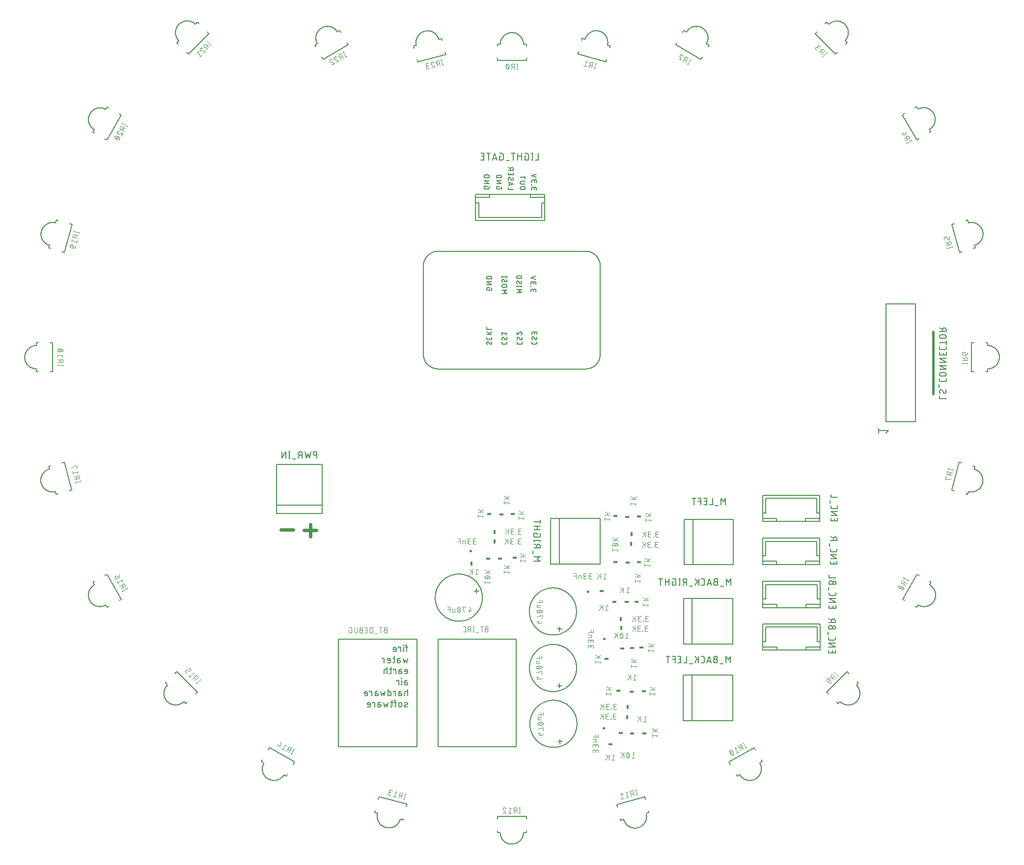
<source format=gbo>
G04 EAGLE Gerber X2 export*
G75*
%MOMM*%
%FSLAX34Y34*%
%LPD*%
%AMOC8*
5,1,8,0,0,1.08239X$1,22.5*%
G01*
%ADD10C,0.584200*%
%ADD11C,0.152400*%
%ADD12C,0.127000*%
%ADD13C,0.406400*%
%ADD14C,0.076200*%
%ADD15R,0.762000X0.381000*%
%ADD16R,0.381000X0.762000*%
%ADD17C,0.381000*%
%ADD18C,0.101600*%


D10*
X523232Y601952D02*
X501726Y601952D01*
X552473Y611962D02*
X552473Y590457D01*
X563225Y601210D02*
X541720Y601210D01*
D11*
X861641Y1018574D02*
X861641Y1020013D01*
X856844Y1020013D01*
X856844Y1017135D01*
X856846Y1017049D01*
X856852Y1016963D01*
X856861Y1016877D01*
X856875Y1016792D01*
X856892Y1016708D01*
X856913Y1016624D01*
X856938Y1016542D01*
X856966Y1016461D01*
X856998Y1016381D01*
X857034Y1016302D01*
X857073Y1016226D01*
X857116Y1016151D01*
X857161Y1016078D01*
X857210Y1016007D01*
X857263Y1015939D01*
X857318Y1015872D01*
X857376Y1015809D01*
X857437Y1015748D01*
X857500Y1015690D01*
X857567Y1015635D01*
X857635Y1015582D01*
X857706Y1015533D01*
X857779Y1015488D01*
X857854Y1015445D01*
X857930Y1015406D01*
X858009Y1015370D01*
X858089Y1015338D01*
X858170Y1015310D01*
X858252Y1015285D01*
X858336Y1015264D01*
X858420Y1015247D01*
X858505Y1015233D01*
X858591Y1015224D01*
X858677Y1015218D01*
X858763Y1015216D01*
X863560Y1015216D01*
X863646Y1015218D01*
X863732Y1015224D01*
X863818Y1015233D01*
X863903Y1015247D01*
X863987Y1015264D01*
X864071Y1015285D01*
X864153Y1015310D01*
X864234Y1015338D01*
X864314Y1015370D01*
X864393Y1015406D01*
X864469Y1015445D01*
X864544Y1015488D01*
X864617Y1015533D01*
X864688Y1015582D01*
X864756Y1015635D01*
X864823Y1015690D01*
X864886Y1015748D01*
X864947Y1015809D01*
X865005Y1015872D01*
X865060Y1015939D01*
X865112Y1016007D01*
X865162Y1016078D01*
X865207Y1016151D01*
X865250Y1016226D01*
X865289Y1016302D01*
X865325Y1016381D01*
X865357Y1016461D01*
X865385Y1016542D01*
X865410Y1016624D01*
X865431Y1016708D01*
X865448Y1016792D01*
X865462Y1016877D01*
X865471Y1016963D01*
X865477Y1017049D01*
X865479Y1017135D01*
X865480Y1017135D02*
X865480Y1020013D01*
X865480Y1024969D02*
X856844Y1024969D01*
X856844Y1029767D02*
X865480Y1024969D01*
X865480Y1029767D02*
X856844Y1029767D01*
X856844Y1034723D02*
X865480Y1034723D01*
X865480Y1037122D01*
X865478Y1037219D01*
X865472Y1037315D01*
X865463Y1037411D01*
X865449Y1037507D01*
X865432Y1037602D01*
X865410Y1037696D01*
X865385Y1037789D01*
X865357Y1037882D01*
X865324Y1037973D01*
X865288Y1038062D01*
X865248Y1038150D01*
X865205Y1038237D01*
X865159Y1038322D01*
X865109Y1038404D01*
X865055Y1038485D01*
X864999Y1038563D01*
X864939Y1038639D01*
X864877Y1038713D01*
X864811Y1038784D01*
X864743Y1038852D01*
X864672Y1038918D01*
X864598Y1038980D01*
X864522Y1039040D01*
X864444Y1039096D01*
X864363Y1039150D01*
X864281Y1039200D01*
X864196Y1039246D01*
X864109Y1039289D01*
X864021Y1039329D01*
X863932Y1039365D01*
X863841Y1039398D01*
X863748Y1039426D01*
X863655Y1039451D01*
X863561Y1039473D01*
X863466Y1039490D01*
X863370Y1039504D01*
X863274Y1039513D01*
X863178Y1039519D01*
X863081Y1039521D01*
X863081Y1039520D02*
X859242Y1039520D01*
X859242Y1039521D02*
X859145Y1039519D01*
X859049Y1039513D01*
X858953Y1039504D01*
X858857Y1039490D01*
X858762Y1039473D01*
X858668Y1039451D01*
X858575Y1039426D01*
X858482Y1039398D01*
X858391Y1039365D01*
X858302Y1039329D01*
X858214Y1039289D01*
X858127Y1039246D01*
X858043Y1039200D01*
X857960Y1039150D01*
X857879Y1039096D01*
X857801Y1039040D01*
X857725Y1038980D01*
X857651Y1038918D01*
X857580Y1038852D01*
X857512Y1038784D01*
X857446Y1038713D01*
X857384Y1038639D01*
X857324Y1038563D01*
X857268Y1038485D01*
X857214Y1038404D01*
X857164Y1038322D01*
X857118Y1038237D01*
X857075Y1038150D01*
X857035Y1038062D01*
X856999Y1037973D01*
X856966Y1037882D01*
X856938Y1037789D01*
X856913Y1037696D01*
X856891Y1037602D01*
X856874Y1037507D01*
X856860Y1037411D01*
X856851Y1037315D01*
X856845Y1037219D01*
X856843Y1037122D01*
X856844Y1037122D02*
X856844Y1034723D01*
X882752Y1009977D02*
X891388Y1009977D01*
X886590Y1012856D01*
X891388Y1015735D01*
X882752Y1015735D01*
X885150Y1020516D02*
X888989Y1020516D01*
X889086Y1020518D01*
X889182Y1020524D01*
X889278Y1020533D01*
X889374Y1020547D01*
X889469Y1020564D01*
X889563Y1020586D01*
X889656Y1020611D01*
X889749Y1020639D01*
X889840Y1020672D01*
X889929Y1020708D01*
X890017Y1020748D01*
X890104Y1020791D01*
X890189Y1020837D01*
X890271Y1020887D01*
X890352Y1020941D01*
X890430Y1020997D01*
X890506Y1021057D01*
X890580Y1021119D01*
X890651Y1021185D01*
X890719Y1021253D01*
X890785Y1021324D01*
X890847Y1021398D01*
X890907Y1021474D01*
X890963Y1021552D01*
X891017Y1021633D01*
X891067Y1021716D01*
X891113Y1021800D01*
X891156Y1021887D01*
X891196Y1021975D01*
X891232Y1022064D01*
X891265Y1022155D01*
X891293Y1022248D01*
X891318Y1022341D01*
X891340Y1022435D01*
X891357Y1022530D01*
X891371Y1022626D01*
X891380Y1022722D01*
X891386Y1022818D01*
X891388Y1022915D01*
X891386Y1023012D01*
X891380Y1023108D01*
X891371Y1023204D01*
X891357Y1023300D01*
X891340Y1023395D01*
X891318Y1023489D01*
X891293Y1023582D01*
X891265Y1023675D01*
X891232Y1023766D01*
X891196Y1023855D01*
X891156Y1023943D01*
X891113Y1024030D01*
X891067Y1024115D01*
X891017Y1024197D01*
X890963Y1024278D01*
X890907Y1024356D01*
X890847Y1024432D01*
X890785Y1024506D01*
X890719Y1024577D01*
X890651Y1024645D01*
X890580Y1024711D01*
X890506Y1024773D01*
X890430Y1024833D01*
X890352Y1024889D01*
X890271Y1024943D01*
X890189Y1024993D01*
X890104Y1025039D01*
X890017Y1025082D01*
X889929Y1025122D01*
X889840Y1025158D01*
X889749Y1025191D01*
X889656Y1025219D01*
X889563Y1025244D01*
X889469Y1025266D01*
X889374Y1025283D01*
X889278Y1025297D01*
X889182Y1025306D01*
X889086Y1025312D01*
X888989Y1025314D01*
X888989Y1025313D02*
X885150Y1025313D01*
X885150Y1025314D02*
X885053Y1025312D01*
X884957Y1025306D01*
X884861Y1025297D01*
X884765Y1025283D01*
X884670Y1025266D01*
X884576Y1025244D01*
X884483Y1025219D01*
X884390Y1025191D01*
X884299Y1025158D01*
X884210Y1025122D01*
X884122Y1025082D01*
X884035Y1025039D01*
X883951Y1024993D01*
X883868Y1024943D01*
X883787Y1024889D01*
X883709Y1024833D01*
X883633Y1024773D01*
X883559Y1024711D01*
X883488Y1024645D01*
X883420Y1024577D01*
X883354Y1024506D01*
X883292Y1024432D01*
X883232Y1024356D01*
X883176Y1024278D01*
X883122Y1024197D01*
X883072Y1024115D01*
X883026Y1024030D01*
X882983Y1023943D01*
X882943Y1023855D01*
X882907Y1023766D01*
X882874Y1023675D01*
X882846Y1023582D01*
X882821Y1023489D01*
X882799Y1023395D01*
X882782Y1023300D01*
X882768Y1023204D01*
X882759Y1023108D01*
X882753Y1023012D01*
X882751Y1022915D01*
X882753Y1022818D01*
X882759Y1022722D01*
X882768Y1022626D01*
X882782Y1022530D01*
X882799Y1022435D01*
X882821Y1022341D01*
X882846Y1022248D01*
X882874Y1022155D01*
X882907Y1022064D01*
X882943Y1021975D01*
X882983Y1021887D01*
X883026Y1021800D01*
X883072Y1021716D01*
X883122Y1021633D01*
X883176Y1021552D01*
X883232Y1021474D01*
X883292Y1021398D01*
X883354Y1021324D01*
X883420Y1021253D01*
X883488Y1021185D01*
X883559Y1021119D01*
X883633Y1021057D01*
X883709Y1020997D01*
X883787Y1020941D01*
X883868Y1020887D01*
X883951Y1020837D01*
X884035Y1020791D01*
X884122Y1020748D01*
X884210Y1020708D01*
X884299Y1020672D01*
X884390Y1020639D01*
X884483Y1020611D01*
X884576Y1020586D01*
X884670Y1020564D01*
X884765Y1020547D01*
X884861Y1020533D01*
X884957Y1020524D01*
X885053Y1020518D01*
X885150Y1020516D01*
X882752Y1032233D02*
X882754Y1032319D01*
X882760Y1032405D01*
X882769Y1032491D01*
X882783Y1032576D01*
X882800Y1032660D01*
X882821Y1032744D01*
X882846Y1032826D01*
X882874Y1032907D01*
X882906Y1032987D01*
X882942Y1033066D01*
X882981Y1033142D01*
X883024Y1033217D01*
X883069Y1033290D01*
X883119Y1033361D01*
X883171Y1033429D01*
X883226Y1033496D01*
X883284Y1033559D01*
X883345Y1033620D01*
X883408Y1033678D01*
X883475Y1033733D01*
X883543Y1033786D01*
X883614Y1033835D01*
X883687Y1033880D01*
X883762Y1033923D01*
X883838Y1033962D01*
X883917Y1033998D01*
X883997Y1034030D01*
X884078Y1034058D01*
X884160Y1034083D01*
X884244Y1034104D01*
X884328Y1034121D01*
X884413Y1034135D01*
X884499Y1034144D01*
X884585Y1034150D01*
X884671Y1034152D01*
X882752Y1032233D02*
X882754Y1032110D01*
X882759Y1031987D01*
X882769Y1031864D01*
X882782Y1031742D01*
X882799Y1031620D01*
X882819Y1031498D01*
X882843Y1031378D01*
X882871Y1031258D01*
X882902Y1031139D01*
X882937Y1031021D01*
X882976Y1030904D01*
X883018Y1030788D01*
X883064Y1030674D01*
X883113Y1030561D01*
X883165Y1030450D01*
X883221Y1030340D01*
X883280Y1030232D01*
X883343Y1030126D01*
X883408Y1030021D01*
X883477Y1029919D01*
X883549Y1029819D01*
X883624Y1029722D01*
X883701Y1029626D01*
X883782Y1029533D01*
X883865Y1029442D01*
X883951Y1029354D01*
X889468Y1029595D02*
X889554Y1029597D01*
X889640Y1029603D01*
X889726Y1029612D01*
X889811Y1029626D01*
X889895Y1029643D01*
X889979Y1029664D01*
X890061Y1029689D01*
X890142Y1029717D01*
X890222Y1029749D01*
X890301Y1029785D01*
X890377Y1029824D01*
X890452Y1029867D01*
X890525Y1029912D01*
X890596Y1029961D01*
X890664Y1030014D01*
X890731Y1030069D01*
X890794Y1030127D01*
X890855Y1030188D01*
X890913Y1030251D01*
X890968Y1030318D01*
X891021Y1030386D01*
X891070Y1030457D01*
X891115Y1030530D01*
X891158Y1030605D01*
X891197Y1030681D01*
X891233Y1030760D01*
X891265Y1030840D01*
X891293Y1030921D01*
X891318Y1031003D01*
X891339Y1031087D01*
X891356Y1031171D01*
X891370Y1031256D01*
X891379Y1031342D01*
X891385Y1031428D01*
X891387Y1031514D01*
X891385Y1031630D01*
X891380Y1031745D01*
X891370Y1031861D01*
X891357Y1031976D01*
X891341Y1032090D01*
X891320Y1032204D01*
X891296Y1032318D01*
X891268Y1032430D01*
X891237Y1032541D01*
X891202Y1032652D01*
X891164Y1032761D01*
X891122Y1032869D01*
X891077Y1032975D01*
X891028Y1033081D01*
X890976Y1033184D01*
X890921Y1033286D01*
X890862Y1033385D01*
X890800Y1033483D01*
X890735Y1033579D01*
X890667Y1033673D01*
X887789Y1030554D02*
X887835Y1030480D01*
X887885Y1030407D01*
X887938Y1030337D01*
X887994Y1030269D01*
X888053Y1030204D01*
X888115Y1030141D01*
X888180Y1030082D01*
X888247Y1030025D01*
X888317Y1029971D01*
X888389Y1029921D01*
X888463Y1029874D01*
X888539Y1029830D01*
X888618Y1029790D01*
X888698Y1029754D01*
X888779Y1029721D01*
X888862Y1029692D01*
X888947Y1029666D01*
X889032Y1029644D01*
X889118Y1029627D01*
X889205Y1029613D01*
X889292Y1029603D01*
X889380Y1029597D01*
X889468Y1029595D01*
X886350Y1033193D02*
X886304Y1033267D01*
X886254Y1033340D01*
X886201Y1033410D01*
X886145Y1033478D01*
X886086Y1033543D01*
X886024Y1033606D01*
X885959Y1033665D01*
X885892Y1033722D01*
X885822Y1033776D01*
X885750Y1033826D01*
X885676Y1033873D01*
X885600Y1033917D01*
X885521Y1033957D01*
X885441Y1033993D01*
X885360Y1034026D01*
X885277Y1034055D01*
X885192Y1034081D01*
X885107Y1034103D01*
X885021Y1034120D01*
X884934Y1034134D01*
X884847Y1034144D01*
X884759Y1034150D01*
X884671Y1034152D01*
X886350Y1033193D02*
X887789Y1030554D01*
X891388Y1038764D02*
X882752Y1038764D01*
X882752Y1037805D02*
X882752Y1039724D01*
X891388Y1039724D02*
X891388Y1037805D01*
X908152Y1010875D02*
X916788Y1010875D01*
X911990Y1013754D01*
X916788Y1016632D01*
X908152Y1016632D01*
X908152Y1021983D02*
X916788Y1021983D01*
X908152Y1021024D02*
X908152Y1022943D01*
X916788Y1022943D02*
X916788Y1021024D01*
X908152Y1029473D02*
X908154Y1029559D01*
X908160Y1029645D01*
X908169Y1029731D01*
X908183Y1029816D01*
X908200Y1029900D01*
X908221Y1029984D01*
X908246Y1030066D01*
X908274Y1030147D01*
X908306Y1030227D01*
X908342Y1030306D01*
X908381Y1030382D01*
X908424Y1030457D01*
X908469Y1030530D01*
X908519Y1030601D01*
X908571Y1030669D01*
X908626Y1030736D01*
X908684Y1030799D01*
X908745Y1030860D01*
X908808Y1030918D01*
X908875Y1030973D01*
X908943Y1031026D01*
X909014Y1031075D01*
X909087Y1031120D01*
X909162Y1031163D01*
X909238Y1031202D01*
X909317Y1031238D01*
X909397Y1031270D01*
X909478Y1031298D01*
X909560Y1031323D01*
X909644Y1031344D01*
X909728Y1031361D01*
X909813Y1031375D01*
X909899Y1031384D01*
X909985Y1031390D01*
X910071Y1031392D01*
X908152Y1029473D02*
X908154Y1029350D01*
X908159Y1029227D01*
X908169Y1029104D01*
X908182Y1028982D01*
X908199Y1028860D01*
X908219Y1028738D01*
X908243Y1028618D01*
X908271Y1028498D01*
X908302Y1028379D01*
X908337Y1028261D01*
X908376Y1028144D01*
X908418Y1028028D01*
X908464Y1027914D01*
X908513Y1027801D01*
X908565Y1027690D01*
X908621Y1027580D01*
X908680Y1027472D01*
X908743Y1027366D01*
X908808Y1027261D01*
X908877Y1027159D01*
X908949Y1027059D01*
X909024Y1026962D01*
X909101Y1026866D01*
X909182Y1026773D01*
X909265Y1026682D01*
X909351Y1026594D01*
X914868Y1026835D02*
X914954Y1026837D01*
X915040Y1026843D01*
X915126Y1026852D01*
X915211Y1026866D01*
X915295Y1026883D01*
X915379Y1026904D01*
X915461Y1026929D01*
X915542Y1026957D01*
X915622Y1026989D01*
X915701Y1027025D01*
X915777Y1027064D01*
X915852Y1027107D01*
X915925Y1027152D01*
X915996Y1027201D01*
X916064Y1027254D01*
X916131Y1027309D01*
X916194Y1027367D01*
X916255Y1027428D01*
X916313Y1027491D01*
X916368Y1027558D01*
X916421Y1027626D01*
X916470Y1027697D01*
X916515Y1027770D01*
X916558Y1027845D01*
X916597Y1027921D01*
X916633Y1028000D01*
X916665Y1028080D01*
X916693Y1028161D01*
X916718Y1028243D01*
X916739Y1028327D01*
X916756Y1028411D01*
X916770Y1028496D01*
X916779Y1028582D01*
X916785Y1028668D01*
X916787Y1028754D01*
X916785Y1028870D01*
X916780Y1028985D01*
X916770Y1029101D01*
X916757Y1029216D01*
X916741Y1029330D01*
X916720Y1029444D01*
X916696Y1029558D01*
X916668Y1029670D01*
X916637Y1029781D01*
X916602Y1029892D01*
X916564Y1030001D01*
X916522Y1030109D01*
X916477Y1030215D01*
X916428Y1030321D01*
X916376Y1030424D01*
X916321Y1030526D01*
X916262Y1030625D01*
X916200Y1030723D01*
X916135Y1030819D01*
X916067Y1030913D01*
X913189Y1027794D02*
X913235Y1027720D01*
X913285Y1027647D01*
X913338Y1027577D01*
X913394Y1027509D01*
X913453Y1027444D01*
X913515Y1027381D01*
X913580Y1027322D01*
X913647Y1027265D01*
X913717Y1027211D01*
X913789Y1027161D01*
X913863Y1027114D01*
X913939Y1027070D01*
X914018Y1027030D01*
X914098Y1026994D01*
X914179Y1026961D01*
X914262Y1026932D01*
X914347Y1026906D01*
X914432Y1026884D01*
X914518Y1026867D01*
X914605Y1026853D01*
X914692Y1026843D01*
X914780Y1026837D01*
X914868Y1026835D01*
X911750Y1030433D02*
X911704Y1030507D01*
X911654Y1030580D01*
X911601Y1030650D01*
X911545Y1030718D01*
X911486Y1030783D01*
X911424Y1030846D01*
X911359Y1030905D01*
X911292Y1030962D01*
X911222Y1031016D01*
X911150Y1031066D01*
X911076Y1031113D01*
X911000Y1031157D01*
X910921Y1031197D01*
X910841Y1031233D01*
X910760Y1031266D01*
X910677Y1031295D01*
X910592Y1031321D01*
X910507Y1031343D01*
X910421Y1031360D01*
X910334Y1031374D01*
X910247Y1031384D01*
X910159Y1031390D01*
X910071Y1031392D01*
X911750Y1030433D02*
X913189Y1027794D01*
X914389Y1035434D02*
X910550Y1035434D01*
X914389Y1035434D02*
X914486Y1035436D01*
X914582Y1035442D01*
X914678Y1035451D01*
X914774Y1035465D01*
X914869Y1035482D01*
X914963Y1035504D01*
X915056Y1035529D01*
X915149Y1035557D01*
X915240Y1035590D01*
X915329Y1035626D01*
X915417Y1035666D01*
X915504Y1035709D01*
X915589Y1035755D01*
X915671Y1035805D01*
X915752Y1035859D01*
X915830Y1035915D01*
X915906Y1035975D01*
X915980Y1036037D01*
X916051Y1036103D01*
X916119Y1036171D01*
X916185Y1036242D01*
X916247Y1036316D01*
X916307Y1036392D01*
X916363Y1036470D01*
X916417Y1036551D01*
X916467Y1036634D01*
X916513Y1036718D01*
X916556Y1036805D01*
X916596Y1036893D01*
X916632Y1036982D01*
X916665Y1037073D01*
X916693Y1037166D01*
X916718Y1037259D01*
X916740Y1037353D01*
X916757Y1037448D01*
X916771Y1037544D01*
X916780Y1037640D01*
X916786Y1037736D01*
X916788Y1037833D01*
X916786Y1037930D01*
X916780Y1038026D01*
X916771Y1038122D01*
X916757Y1038218D01*
X916740Y1038313D01*
X916718Y1038407D01*
X916693Y1038500D01*
X916665Y1038593D01*
X916632Y1038684D01*
X916596Y1038773D01*
X916556Y1038861D01*
X916513Y1038948D01*
X916467Y1039033D01*
X916417Y1039115D01*
X916363Y1039196D01*
X916307Y1039274D01*
X916247Y1039350D01*
X916185Y1039424D01*
X916119Y1039495D01*
X916051Y1039563D01*
X915980Y1039629D01*
X915906Y1039691D01*
X915830Y1039751D01*
X915752Y1039807D01*
X915671Y1039861D01*
X915589Y1039911D01*
X915504Y1039957D01*
X915417Y1040000D01*
X915329Y1040040D01*
X915240Y1040076D01*
X915149Y1040109D01*
X915056Y1040137D01*
X914963Y1040162D01*
X914869Y1040184D01*
X914774Y1040201D01*
X914678Y1040215D01*
X914582Y1040224D01*
X914486Y1040230D01*
X914389Y1040232D01*
X910550Y1040232D01*
X910453Y1040230D01*
X910357Y1040224D01*
X910261Y1040215D01*
X910165Y1040201D01*
X910070Y1040184D01*
X909976Y1040162D01*
X909883Y1040137D01*
X909790Y1040109D01*
X909699Y1040076D01*
X909610Y1040040D01*
X909522Y1040000D01*
X909435Y1039957D01*
X909351Y1039911D01*
X909268Y1039861D01*
X909187Y1039807D01*
X909109Y1039751D01*
X909033Y1039691D01*
X908959Y1039629D01*
X908888Y1039563D01*
X908820Y1039495D01*
X908754Y1039424D01*
X908692Y1039350D01*
X908632Y1039274D01*
X908576Y1039196D01*
X908522Y1039115D01*
X908472Y1039033D01*
X908426Y1038948D01*
X908383Y1038861D01*
X908343Y1038773D01*
X908307Y1038684D01*
X908274Y1038593D01*
X908246Y1038500D01*
X908221Y1038407D01*
X908199Y1038313D01*
X908182Y1038218D01*
X908168Y1038122D01*
X908159Y1038026D01*
X908153Y1037930D01*
X908151Y1037833D01*
X908153Y1037736D01*
X908159Y1037640D01*
X908168Y1037544D01*
X908182Y1037448D01*
X908199Y1037353D01*
X908221Y1037259D01*
X908246Y1037166D01*
X908274Y1037073D01*
X908307Y1036982D01*
X908343Y1036893D01*
X908383Y1036805D01*
X908426Y1036718D01*
X908472Y1036634D01*
X908522Y1036551D01*
X908576Y1036470D01*
X908632Y1036392D01*
X908692Y1036316D01*
X908754Y1036242D01*
X908820Y1036171D01*
X908888Y1036103D01*
X908959Y1036037D01*
X909033Y1035975D01*
X909109Y1035915D01*
X909187Y1035859D01*
X909268Y1035805D01*
X909351Y1035755D01*
X909435Y1035709D01*
X909522Y1035666D01*
X909610Y1035626D01*
X909699Y1035590D01*
X909790Y1035557D01*
X909883Y1035529D01*
X909976Y1035504D01*
X910070Y1035482D01*
X910165Y1035465D01*
X910261Y1035451D01*
X910357Y1035442D01*
X910453Y1035436D01*
X910550Y1035434D01*
X932840Y1015001D02*
X932840Y1012602D01*
X932840Y1015001D02*
X932842Y1015098D01*
X932848Y1015194D01*
X932857Y1015290D01*
X932871Y1015386D01*
X932888Y1015481D01*
X932910Y1015575D01*
X932935Y1015668D01*
X932963Y1015761D01*
X932996Y1015852D01*
X933032Y1015941D01*
X933072Y1016029D01*
X933115Y1016116D01*
X933161Y1016201D01*
X933211Y1016283D01*
X933265Y1016364D01*
X933321Y1016442D01*
X933381Y1016518D01*
X933443Y1016592D01*
X933509Y1016663D01*
X933577Y1016731D01*
X933648Y1016797D01*
X933722Y1016859D01*
X933798Y1016919D01*
X933876Y1016975D01*
X933957Y1017029D01*
X934040Y1017079D01*
X934124Y1017125D01*
X934211Y1017168D01*
X934299Y1017208D01*
X934388Y1017244D01*
X934479Y1017277D01*
X934572Y1017305D01*
X934665Y1017330D01*
X934759Y1017352D01*
X934854Y1017369D01*
X934950Y1017383D01*
X935046Y1017392D01*
X935142Y1017398D01*
X935239Y1017400D01*
X935336Y1017398D01*
X935432Y1017392D01*
X935528Y1017383D01*
X935624Y1017369D01*
X935719Y1017352D01*
X935813Y1017330D01*
X935906Y1017305D01*
X935999Y1017277D01*
X936090Y1017244D01*
X936179Y1017208D01*
X936267Y1017168D01*
X936354Y1017125D01*
X936439Y1017079D01*
X936521Y1017029D01*
X936602Y1016975D01*
X936680Y1016919D01*
X936756Y1016859D01*
X936830Y1016797D01*
X936901Y1016731D01*
X936969Y1016663D01*
X937035Y1016592D01*
X937097Y1016518D01*
X937157Y1016442D01*
X937213Y1016364D01*
X937267Y1016283D01*
X937317Y1016201D01*
X937363Y1016116D01*
X937406Y1016029D01*
X937446Y1015941D01*
X937482Y1015852D01*
X937515Y1015761D01*
X937543Y1015668D01*
X937568Y1015575D01*
X937590Y1015481D01*
X937607Y1015386D01*
X937621Y1015290D01*
X937630Y1015194D01*
X937636Y1015098D01*
X937638Y1015001D01*
X941476Y1015481D02*
X941476Y1012602D01*
X941476Y1015481D02*
X941474Y1015567D01*
X941468Y1015653D01*
X941459Y1015739D01*
X941445Y1015824D01*
X941428Y1015908D01*
X941407Y1015992D01*
X941382Y1016074D01*
X941354Y1016155D01*
X941322Y1016235D01*
X941286Y1016314D01*
X941247Y1016390D01*
X941204Y1016465D01*
X941159Y1016538D01*
X941110Y1016609D01*
X941057Y1016677D01*
X941002Y1016744D01*
X940944Y1016807D01*
X940883Y1016868D01*
X940820Y1016926D01*
X940753Y1016981D01*
X940685Y1017034D01*
X940614Y1017083D01*
X940541Y1017128D01*
X940466Y1017171D01*
X940390Y1017210D01*
X940311Y1017246D01*
X940231Y1017278D01*
X940150Y1017306D01*
X940068Y1017331D01*
X939984Y1017352D01*
X939900Y1017369D01*
X939815Y1017383D01*
X939729Y1017392D01*
X939643Y1017398D01*
X939557Y1017400D01*
X939471Y1017398D01*
X939385Y1017392D01*
X939299Y1017383D01*
X939214Y1017369D01*
X939130Y1017352D01*
X939046Y1017331D01*
X938964Y1017306D01*
X938883Y1017278D01*
X938803Y1017246D01*
X938724Y1017210D01*
X938648Y1017171D01*
X938573Y1017128D01*
X938500Y1017083D01*
X938429Y1017034D01*
X938361Y1016981D01*
X938294Y1016926D01*
X938231Y1016868D01*
X938170Y1016807D01*
X938112Y1016744D01*
X938057Y1016677D01*
X938004Y1016609D01*
X937955Y1016538D01*
X937910Y1016465D01*
X937867Y1016390D01*
X937828Y1016314D01*
X937792Y1016235D01*
X937760Y1016155D01*
X937732Y1016074D01*
X937707Y1015992D01*
X937686Y1015908D01*
X937669Y1015824D01*
X937655Y1015739D01*
X937646Y1015653D01*
X937640Y1015567D01*
X937638Y1015481D01*
X937638Y1013562D01*
X933320Y1021162D02*
X932840Y1021162D01*
X933320Y1021162D02*
X933320Y1021642D01*
X932840Y1021642D01*
X932840Y1021162D01*
X932840Y1025404D02*
X932840Y1027803D01*
X932842Y1027900D01*
X932848Y1027996D01*
X932857Y1028092D01*
X932871Y1028188D01*
X932888Y1028283D01*
X932910Y1028377D01*
X932935Y1028470D01*
X932963Y1028563D01*
X932996Y1028654D01*
X933032Y1028743D01*
X933072Y1028831D01*
X933115Y1028918D01*
X933161Y1029003D01*
X933211Y1029085D01*
X933265Y1029166D01*
X933321Y1029244D01*
X933381Y1029320D01*
X933443Y1029394D01*
X933509Y1029465D01*
X933577Y1029533D01*
X933648Y1029599D01*
X933722Y1029661D01*
X933798Y1029721D01*
X933876Y1029777D01*
X933957Y1029831D01*
X934040Y1029881D01*
X934124Y1029927D01*
X934211Y1029970D01*
X934299Y1030010D01*
X934388Y1030046D01*
X934479Y1030079D01*
X934572Y1030107D01*
X934665Y1030132D01*
X934759Y1030154D01*
X934854Y1030171D01*
X934950Y1030185D01*
X935046Y1030194D01*
X935142Y1030200D01*
X935239Y1030202D01*
X935336Y1030200D01*
X935432Y1030194D01*
X935528Y1030185D01*
X935624Y1030171D01*
X935719Y1030154D01*
X935813Y1030132D01*
X935906Y1030107D01*
X935999Y1030079D01*
X936090Y1030046D01*
X936179Y1030010D01*
X936267Y1029970D01*
X936354Y1029927D01*
X936439Y1029881D01*
X936521Y1029831D01*
X936602Y1029777D01*
X936680Y1029721D01*
X936756Y1029661D01*
X936830Y1029599D01*
X936901Y1029533D01*
X936969Y1029465D01*
X937035Y1029394D01*
X937097Y1029320D01*
X937157Y1029244D01*
X937213Y1029166D01*
X937267Y1029085D01*
X937317Y1029003D01*
X937363Y1028918D01*
X937406Y1028831D01*
X937446Y1028743D01*
X937482Y1028654D01*
X937515Y1028563D01*
X937543Y1028470D01*
X937568Y1028377D01*
X937590Y1028283D01*
X937607Y1028188D01*
X937621Y1028092D01*
X937630Y1027996D01*
X937636Y1027900D01*
X937638Y1027803D01*
X941476Y1028282D02*
X941476Y1025404D01*
X941476Y1028282D02*
X941474Y1028368D01*
X941468Y1028454D01*
X941459Y1028540D01*
X941445Y1028625D01*
X941428Y1028709D01*
X941407Y1028793D01*
X941382Y1028875D01*
X941354Y1028956D01*
X941322Y1029036D01*
X941286Y1029115D01*
X941247Y1029191D01*
X941204Y1029266D01*
X941159Y1029339D01*
X941110Y1029410D01*
X941057Y1029478D01*
X941002Y1029545D01*
X940944Y1029608D01*
X940883Y1029669D01*
X940820Y1029727D01*
X940753Y1029782D01*
X940685Y1029835D01*
X940614Y1029884D01*
X940541Y1029929D01*
X940466Y1029972D01*
X940390Y1030011D01*
X940311Y1030047D01*
X940231Y1030079D01*
X940150Y1030107D01*
X940068Y1030132D01*
X939984Y1030153D01*
X939900Y1030170D01*
X939815Y1030184D01*
X939729Y1030193D01*
X939643Y1030199D01*
X939557Y1030201D01*
X939471Y1030199D01*
X939385Y1030193D01*
X939299Y1030184D01*
X939214Y1030170D01*
X939130Y1030153D01*
X939046Y1030132D01*
X938964Y1030107D01*
X938883Y1030079D01*
X938803Y1030047D01*
X938724Y1030011D01*
X938648Y1029972D01*
X938573Y1029929D01*
X938500Y1029884D01*
X938429Y1029835D01*
X938361Y1029782D01*
X938294Y1029727D01*
X938231Y1029669D01*
X938170Y1029608D01*
X938112Y1029545D01*
X938057Y1029478D01*
X938004Y1029410D01*
X937955Y1029339D01*
X937910Y1029266D01*
X937867Y1029191D01*
X937828Y1029115D01*
X937792Y1029036D01*
X937760Y1028956D01*
X937732Y1028875D01*
X937707Y1028793D01*
X937686Y1028709D01*
X937669Y1028625D01*
X937655Y1028540D01*
X937646Y1028454D01*
X937640Y1028368D01*
X937638Y1028282D01*
X937638Y1026363D01*
X941476Y1034068D02*
X932840Y1036947D01*
X941476Y1039825D01*
X858661Y926767D02*
X858575Y926765D01*
X858489Y926759D01*
X858403Y926750D01*
X858318Y926736D01*
X858234Y926719D01*
X858150Y926698D01*
X858068Y926673D01*
X857987Y926645D01*
X857907Y926613D01*
X857828Y926577D01*
X857752Y926538D01*
X857677Y926495D01*
X857604Y926450D01*
X857533Y926401D01*
X857465Y926348D01*
X857398Y926293D01*
X857335Y926235D01*
X857274Y926174D01*
X857216Y926111D01*
X857161Y926044D01*
X857109Y925976D01*
X857059Y925905D01*
X857014Y925832D01*
X856971Y925757D01*
X856932Y925681D01*
X856896Y925602D01*
X856864Y925522D01*
X856836Y925441D01*
X856811Y925359D01*
X856790Y925275D01*
X856773Y925191D01*
X856759Y925106D01*
X856750Y925020D01*
X856744Y924934D01*
X856742Y924848D01*
X856744Y924725D01*
X856749Y924602D01*
X856759Y924479D01*
X856772Y924357D01*
X856789Y924235D01*
X856809Y924113D01*
X856833Y923993D01*
X856861Y923873D01*
X856892Y923754D01*
X856927Y923636D01*
X856966Y923519D01*
X857008Y923403D01*
X857054Y923289D01*
X857103Y923176D01*
X857155Y923065D01*
X857211Y922955D01*
X857270Y922847D01*
X857333Y922741D01*
X857398Y922636D01*
X857467Y922534D01*
X857539Y922434D01*
X857614Y922337D01*
X857691Y922241D01*
X857772Y922148D01*
X857855Y922057D01*
X857941Y921969D01*
X863459Y922209D02*
X863545Y922211D01*
X863631Y922217D01*
X863717Y922226D01*
X863802Y922240D01*
X863886Y922257D01*
X863970Y922278D01*
X864052Y922303D01*
X864133Y922331D01*
X864213Y922363D01*
X864292Y922399D01*
X864368Y922438D01*
X864443Y922481D01*
X864516Y922526D01*
X864587Y922575D01*
X864655Y922628D01*
X864722Y922683D01*
X864785Y922741D01*
X864846Y922802D01*
X864904Y922865D01*
X864959Y922932D01*
X865012Y923000D01*
X865061Y923071D01*
X865106Y923144D01*
X865149Y923219D01*
X865188Y923295D01*
X865224Y923374D01*
X865256Y923454D01*
X865284Y923535D01*
X865309Y923617D01*
X865330Y923701D01*
X865347Y923785D01*
X865361Y923870D01*
X865370Y923956D01*
X865376Y924042D01*
X865378Y924128D01*
X865376Y924244D01*
X865371Y924359D01*
X865361Y924475D01*
X865348Y924590D01*
X865332Y924704D01*
X865311Y924818D01*
X865287Y924932D01*
X865259Y925044D01*
X865228Y925155D01*
X865193Y925266D01*
X865155Y925375D01*
X865113Y925483D01*
X865068Y925589D01*
X865019Y925695D01*
X864967Y925798D01*
X864912Y925900D01*
X864853Y925999D01*
X864791Y926097D01*
X864726Y926193D01*
X864658Y926287D01*
X861780Y923168D02*
X861826Y923094D01*
X861876Y923021D01*
X861929Y922951D01*
X861985Y922883D01*
X862044Y922818D01*
X862106Y922755D01*
X862171Y922696D01*
X862238Y922639D01*
X862308Y922585D01*
X862380Y922535D01*
X862454Y922488D01*
X862530Y922444D01*
X862609Y922404D01*
X862689Y922368D01*
X862770Y922335D01*
X862853Y922306D01*
X862938Y922280D01*
X863023Y922258D01*
X863109Y922241D01*
X863196Y922227D01*
X863283Y922217D01*
X863371Y922211D01*
X863459Y922209D01*
X860340Y925808D02*
X860294Y925882D01*
X860244Y925955D01*
X860191Y926025D01*
X860135Y926093D01*
X860076Y926158D01*
X860014Y926221D01*
X859949Y926280D01*
X859882Y926337D01*
X859812Y926391D01*
X859740Y926441D01*
X859666Y926488D01*
X859590Y926532D01*
X859511Y926572D01*
X859431Y926608D01*
X859350Y926641D01*
X859267Y926670D01*
X859182Y926696D01*
X859097Y926718D01*
X859011Y926735D01*
X858924Y926749D01*
X858837Y926759D01*
X858749Y926765D01*
X858661Y926767D01*
X860340Y925807D02*
X861780Y923169D01*
X856742Y932689D02*
X856742Y934608D01*
X856742Y932689D02*
X856744Y932603D01*
X856750Y932517D01*
X856759Y932431D01*
X856773Y932346D01*
X856790Y932262D01*
X856811Y932178D01*
X856836Y932096D01*
X856864Y932015D01*
X856896Y931935D01*
X856932Y931856D01*
X856971Y931780D01*
X857014Y931705D01*
X857059Y931632D01*
X857108Y931561D01*
X857161Y931493D01*
X857216Y931426D01*
X857274Y931363D01*
X857335Y931302D01*
X857398Y931244D01*
X857465Y931189D01*
X857533Y931136D01*
X857604Y931087D01*
X857677Y931042D01*
X857752Y930999D01*
X857828Y930960D01*
X857907Y930924D01*
X857987Y930892D01*
X858068Y930864D01*
X858150Y930839D01*
X858234Y930818D01*
X858318Y930801D01*
X858403Y930787D01*
X858489Y930778D01*
X858575Y930772D01*
X858661Y930770D01*
X863459Y930770D01*
X863545Y930772D01*
X863631Y930778D01*
X863717Y930787D01*
X863802Y930801D01*
X863886Y930818D01*
X863970Y930839D01*
X864052Y930864D01*
X864133Y930892D01*
X864213Y930924D01*
X864292Y930960D01*
X864368Y930999D01*
X864443Y931042D01*
X864516Y931087D01*
X864587Y931136D01*
X864655Y931189D01*
X864722Y931244D01*
X864785Y931302D01*
X864846Y931363D01*
X864904Y931426D01*
X864959Y931493D01*
X865011Y931561D01*
X865061Y931632D01*
X865106Y931705D01*
X865149Y931780D01*
X865188Y931856D01*
X865224Y931935D01*
X865256Y932015D01*
X865284Y932096D01*
X865309Y932178D01*
X865330Y932262D01*
X865347Y932346D01*
X865361Y932431D01*
X865370Y932517D01*
X865376Y932603D01*
X865378Y932689D01*
X865378Y934608D01*
X865378Y938928D02*
X856742Y938928D01*
X860100Y938928D02*
X865378Y943726D01*
X862020Y940847D02*
X856742Y943726D01*
X856742Y947903D02*
X865378Y947903D01*
X856742Y947903D02*
X856742Y951741D01*
X882853Y926214D02*
X882853Y924295D01*
X882855Y924209D01*
X882861Y924123D01*
X882870Y924037D01*
X882884Y923952D01*
X882901Y923868D01*
X882922Y923784D01*
X882947Y923702D01*
X882975Y923621D01*
X883007Y923541D01*
X883043Y923462D01*
X883082Y923386D01*
X883125Y923311D01*
X883170Y923238D01*
X883219Y923167D01*
X883272Y923099D01*
X883327Y923032D01*
X883385Y922969D01*
X883446Y922908D01*
X883509Y922850D01*
X883576Y922795D01*
X883644Y922742D01*
X883715Y922693D01*
X883788Y922648D01*
X883863Y922605D01*
X883939Y922566D01*
X884018Y922530D01*
X884098Y922498D01*
X884179Y922470D01*
X884261Y922445D01*
X884345Y922424D01*
X884429Y922407D01*
X884514Y922393D01*
X884600Y922384D01*
X884686Y922378D01*
X884772Y922376D01*
X889570Y922376D01*
X889656Y922378D01*
X889742Y922384D01*
X889828Y922393D01*
X889913Y922407D01*
X889997Y922424D01*
X890081Y922445D01*
X890163Y922470D01*
X890244Y922498D01*
X890324Y922530D01*
X890403Y922566D01*
X890479Y922605D01*
X890554Y922648D01*
X890627Y922693D01*
X890698Y922742D01*
X890766Y922795D01*
X890833Y922850D01*
X890896Y922908D01*
X890957Y922969D01*
X891015Y923032D01*
X891070Y923099D01*
X891122Y923167D01*
X891172Y923238D01*
X891217Y923311D01*
X891260Y923386D01*
X891299Y923462D01*
X891335Y923541D01*
X891367Y923621D01*
X891395Y923702D01*
X891420Y923784D01*
X891441Y923868D01*
X891458Y923952D01*
X891472Y924037D01*
X891481Y924123D01*
X891487Y924209D01*
X891489Y924295D01*
X891489Y926214D01*
X884772Y934527D02*
X884686Y934525D01*
X884600Y934519D01*
X884514Y934510D01*
X884429Y934496D01*
X884345Y934479D01*
X884261Y934458D01*
X884179Y934433D01*
X884098Y934405D01*
X884018Y934373D01*
X883939Y934337D01*
X883863Y934298D01*
X883788Y934255D01*
X883715Y934210D01*
X883644Y934161D01*
X883576Y934108D01*
X883509Y934053D01*
X883446Y933995D01*
X883385Y933934D01*
X883327Y933871D01*
X883272Y933804D01*
X883220Y933736D01*
X883170Y933665D01*
X883125Y933592D01*
X883082Y933517D01*
X883043Y933441D01*
X883007Y933362D01*
X882975Y933282D01*
X882947Y933201D01*
X882922Y933119D01*
X882901Y933035D01*
X882884Y932951D01*
X882870Y932866D01*
X882861Y932780D01*
X882855Y932694D01*
X882853Y932608D01*
X882855Y932485D01*
X882860Y932362D01*
X882870Y932239D01*
X882883Y932117D01*
X882900Y931995D01*
X882920Y931873D01*
X882944Y931753D01*
X882972Y931633D01*
X883003Y931514D01*
X883038Y931396D01*
X883077Y931279D01*
X883119Y931163D01*
X883165Y931049D01*
X883214Y930936D01*
X883266Y930825D01*
X883322Y930715D01*
X883381Y930607D01*
X883444Y930501D01*
X883509Y930396D01*
X883578Y930294D01*
X883650Y930194D01*
X883725Y930097D01*
X883802Y930001D01*
X883883Y929908D01*
X883966Y929817D01*
X884052Y929729D01*
X889570Y929969D02*
X889656Y929971D01*
X889742Y929977D01*
X889828Y929986D01*
X889913Y930000D01*
X889997Y930017D01*
X890081Y930038D01*
X890163Y930063D01*
X890244Y930091D01*
X890324Y930123D01*
X890403Y930159D01*
X890479Y930198D01*
X890554Y930241D01*
X890627Y930286D01*
X890698Y930335D01*
X890766Y930388D01*
X890833Y930443D01*
X890896Y930501D01*
X890957Y930562D01*
X891015Y930625D01*
X891070Y930692D01*
X891123Y930760D01*
X891172Y930831D01*
X891217Y930904D01*
X891260Y930979D01*
X891299Y931055D01*
X891335Y931134D01*
X891367Y931214D01*
X891395Y931295D01*
X891420Y931377D01*
X891441Y931461D01*
X891458Y931545D01*
X891472Y931630D01*
X891481Y931716D01*
X891487Y931802D01*
X891489Y931888D01*
X891487Y932004D01*
X891482Y932119D01*
X891472Y932235D01*
X891459Y932350D01*
X891443Y932464D01*
X891422Y932578D01*
X891398Y932692D01*
X891370Y932804D01*
X891339Y932915D01*
X891304Y933026D01*
X891266Y933135D01*
X891224Y933243D01*
X891179Y933349D01*
X891130Y933455D01*
X891078Y933558D01*
X891023Y933660D01*
X890964Y933759D01*
X890902Y933857D01*
X890837Y933953D01*
X890769Y934047D01*
X887891Y930928D02*
X887937Y930854D01*
X887987Y930781D01*
X888040Y930711D01*
X888096Y930643D01*
X888155Y930578D01*
X888217Y930515D01*
X888282Y930456D01*
X888349Y930399D01*
X888419Y930345D01*
X888491Y930295D01*
X888565Y930248D01*
X888641Y930204D01*
X888720Y930164D01*
X888800Y930128D01*
X888881Y930095D01*
X888964Y930066D01*
X889049Y930040D01*
X889134Y930018D01*
X889220Y930001D01*
X889307Y929987D01*
X889394Y929977D01*
X889482Y929971D01*
X889570Y929969D01*
X886451Y933568D02*
X886405Y933642D01*
X886355Y933715D01*
X886302Y933785D01*
X886246Y933853D01*
X886187Y933918D01*
X886125Y933981D01*
X886060Y934040D01*
X885993Y934097D01*
X885923Y934151D01*
X885851Y934201D01*
X885777Y934248D01*
X885701Y934292D01*
X885622Y934332D01*
X885542Y934368D01*
X885461Y934401D01*
X885378Y934430D01*
X885293Y934456D01*
X885208Y934478D01*
X885122Y934495D01*
X885035Y934509D01*
X884948Y934519D01*
X884860Y934525D01*
X884772Y934527D01*
X886452Y933567D02*
X887891Y930928D01*
X889570Y938568D02*
X891489Y940967D01*
X882853Y940967D01*
X882853Y938568D02*
X882853Y943366D01*
X908761Y926214D02*
X908761Y924295D01*
X908763Y924209D01*
X908769Y924123D01*
X908778Y924037D01*
X908792Y923952D01*
X908809Y923868D01*
X908830Y923784D01*
X908855Y923702D01*
X908883Y923621D01*
X908915Y923541D01*
X908951Y923462D01*
X908990Y923386D01*
X909033Y923311D01*
X909078Y923238D01*
X909127Y923167D01*
X909180Y923099D01*
X909235Y923032D01*
X909293Y922969D01*
X909354Y922908D01*
X909417Y922850D01*
X909484Y922795D01*
X909552Y922742D01*
X909623Y922693D01*
X909696Y922648D01*
X909771Y922605D01*
X909847Y922566D01*
X909926Y922530D01*
X910006Y922498D01*
X910087Y922470D01*
X910169Y922445D01*
X910253Y922424D01*
X910337Y922407D01*
X910422Y922393D01*
X910508Y922384D01*
X910594Y922378D01*
X910680Y922376D01*
X915478Y922376D01*
X915564Y922378D01*
X915650Y922384D01*
X915736Y922393D01*
X915821Y922407D01*
X915905Y922424D01*
X915989Y922445D01*
X916071Y922470D01*
X916152Y922498D01*
X916232Y922530D01*
X916311Y922566D01*
X916387Y922605D01*
X916462Y922648D01*
X916535Y922693D01*
X916606Y922742D01*
X916674Y922795D01*
X916741Y922850D01*
X916804Y922908D01*
X916865Y922969D01*
X916923Y923032D01*
X916978Y923099D01*
X917030Y923167D01*
X917080Y923238D01*
X917125Y923311D01*
X917168Y923386D01*
X917207Y923462D01*
X917243Y923541D01*
X917275Y923621D01*
X917303Y923702D01*
X917328Y923784D01*
X917349Y923868D01*
X917366Y923952D01*
X917380Y924037D01*
X917389Y924123D01*
X917395Y924209D01*
X917397Y924295D01*
X917397Y926214D01*
X910680Y934527D02*
X910594Y934525D01*
X910508Y934519D01*
X910422Y934510D01*
X910337Y934496D01*
X910253Y934479D01*
X910169Y934458D01*
X910087Y934433D01*
X910006Y934405D01*
X909926Y934373D01*
X909847Y934337D01*
X909771Y934298D01*
X909696Y934255D01*
X909623Y934210D01*
X909552Y934161D01*
X909484Y934108D01*
X909417Y934053D01*
X909354Y933995D01*
X909293Y933934D01*
X909235Y933871D01*
X909180Y933804D01*
X909128Y933736D01*
X909078Y933665D01*
X909033Y933592D01*
X908990Y933517D01*
X908951Y933441D01*
X908915Y933362D01*
X908883Y933282D01*
X908855Y933201D01*
X908830Y933119D01*
X908809Y933035D01*
X908792Y932951D01*
X908778Y932866D01*
X908769Y932780D01*
X908763Y932694D01*
X908761Y932608D01*
X908763Y932485D01*
X908768Y932362D01*
X908778Y932239D01*
X908791Y932117D01*
X908808Y931995D01*
X908828Y931873D01*
X908852Y931753D01*
X908880Y931633D01*
X908911Y931514D01*
X908946Y931396D01*
X908985Y931279D01*
X909027Y931163D01*
X909073Y931049D01*
X909122Y930936D01*
X909174Y930825D01*
X909230Y930715D01*
X909289Y930607D01*
X909352Y930501D01*
X909417Y930396D01*
X909486Y930294D01*
X909558Y930194D01*
X909633Y930097D01*
X909710Y930001D01*
X909791Y929908D01*
X909874Y929817D01*
X909960Y929729D01*
X915478Y929969D02*
X915564Y929971D01*
X915650Y929977D01*
X915736Y929986D01*
X915821Y930000D01*
X915905Y930017D01*
X915989Y930038D01*
X916071Y930063D01*
X916152Y930091D01*
X916232Y930123D01*
X916311Y930159D01*
X916387Y930198D01*
X916462Y930241D01*
X916535Y930286D01*
X916606Y930335D01*
X916674Y930388D01*
X916741Y930443D01*
X916804Y930501D01*
X916865Y930562D01*
X916923Y930625D01*
X916978Y930692D01*
X917031Y930760D01*
X917080Y930831D01*
X917125Y930904D01*
X917168Y930979D01*
X917207Y931055D01*
X917243Y931134D01*
X917275Y931214D01*
X917303Y931295D01*
X917328Y931377D01*
X917349Y931461D01*
X917366Y931545D01*
X917380Y931630D01*
X917389Y931716D01*
X917395Y931802D01*
X917397Y931888D01*
X917395Y932004D01*
X917390Y932119D01*
X917380Y932235D01*
X917367Y932350D01*
X917351Y932464D01*
X917330Y932578D01*
X917306Y932692D01*
X917278Y932804D01*
X917247Y932915D01*
X917212Y933026D01*
X917174Y933135D01*
X917132Y933243D01*
X917087Y933349D01*
X917038Y933455D01*
X916986Y933558D01*
X916931Y933660D01*
X916872Y933759D01*
X916810Y933857D01*
X916745Y933953D01*
X916677Y934047D01*
X913799Y930928D02*
X913845Y930854D01*
X913895Y930781D01*
X913948Y930711D01*
X914004Y930643D01*
X914063Y930578D01*
X914125Y930515D01*
X914190Y930456D01*
X914257Y930399D01*
X914327Y930345D01*
X914399Y930295D01*
X914473Y930248D01*
X914549Y930204D01*
X914628Y930164D01*
X914708Y930128D01*
X914789Y930095D01*
X914872Y930066D01*
X914957Y930040D01*
X915042Y930018D01*
X915128Y930001D01*
X915215Y929987D01*
X915302Y929977D01*
X915390Y929971D01*
X915478Y929969D01*
X912359Y933568D02*
X912313Y933642D01*
X912263Y933715D01*
X912210Y933785D01*
X912154Y933853D01*
X912095Y933918D01*
X912033Y933981D01*
X911968Y934040D01*
X911901Y934097D01*
X911831Y934151D01*
X911759Y934201D01*
X911685Y934248D01*
X911609Y934292D01*
X911530Y934332D01*
X911450Y934368D01*
X911369Y934401D01*
X911286Y934430D01*
X911201Y934456D01*
X911116Y934478D01*
X911030Y934495D01*
X910943Y934509D01*
X910856Y934519D01*
X910768Y934525D01*
X910680Y934527D01*
X912360Y933567D02*
X913799Y930928D01*
X917397Y941207D02*
X917395Y941299D01*
X917389Y941390D01*
X917380Y941481D01*
X917366Y941572D01*
X917349Y941662D01*
X917327Y941751D01*
X917302Y941839D01*
X917274Y941926D01*
X917241Y942012D01*
X917205Y942096D01*
X917166Y942179D01*
X917123Y942260D01*
X917076Y942339D01*
X917027Y942416D01*
X916974Y942491D01*
X916918Y942563D01*
X916859Y942633D01*
X916797Y942701D01*
X916732Y942766D01*
X916664Y942828D01*
X916594Y942887D01*
X916522Y942943D01*
X916447Y942996D01*
X916370Y943045D01*
X916291Y943092D01*
X916210Y943135D01*
X916127Y943174D01*
X916043Y943210D01*
X915957Y943243D01*
X915870Y943271D01*
X915782Y943296D01*
X915693Y943318D01*
X915603Y943335D01*
X915512Y943349D01*
X915421Y943358D01*
X915330Y943364D01*
X915238Y943366D01*
X917398Y941207D02*
X917396Y941104D01*
X917390Y941002D01*
X917381Y940900D01*
X917368Y940798D01*
X917351Y940697D01*
X917330Y940596D01*
X917306Y940497D01*
X917277Y940398D01*
X917246Y940301D01*
X917210Y940204D01*
X917172Y940109D01*
X917129Y940016D01*
X917083Y939924D01*
X917034Y939834D01*
X916982Y939746D01*
X916926Y939659D01*
X916867Y939575D01*
X916806Y939494D01*
X916741Y939414D01*
X916673Y939337D01*
X916602Y939262D01*
X916529Y939191D01*
X916453Y939122D01*
X916375Y939055D01*
X916294Y938992D01*
X916211Y938932D01*
X916126Y938875D01*
X916039Y938821D01*
X915949Y938770D01*
X915858Y938723D01*
X915766Y938679D01*
X915671Y938638D01*
X915576Y938601D01*
X915479Y938568D01*
X913559Y942646D02*
X913625Y942713D01*
X913694Y942777D01*
X913765Y942838D01*
X913839Y942896D01*
X913915Y942951D01*
X913993Y943003D01*
X914073Y943052D01*
X914155Y943098D01*
X914239Y943140D01*
X914325Y943179D01*
X914412Y943214D01*
X914500Y943245D01*
X914590Y943273D01*
X914680Y943298D01*
X914772Y943319D01*
X914864Y943336D01*
X914957Y943349D01*
X915050Y943358D01*
X915144Y943364D01*
X915238Y943366D01*
X913559Y942646D02*
X908761Y938568D01*
X908761Y943366D01*
X934568Y926620D02*
X934568Y924701D01*
X934570Y924615D01*
X934576Y924529D01*
X934585Y924443D01*
X934599Y924358D01*
X934616Y924274D01*
X934637Y924190D01*
X934662Y924108D01*
X934690Y924027D01*
X934722Y923947D01*
X934758Y923868D01*
X934797Y923792D01*
X934840Y923717D01*
X934885Y923644D01*
X934934Y923573D01*
X934987Y923505D01*
X935042Y923438D01*
X935100Y923375D01*
X935161Y923314D01*
X935224Y923256D01*
X935291Y923201D01*
X935359Y923148D01*
X935430Y923099D01*
X935503Y923054D01*
X935578Y923011D01*
X935654Y922972D01*
X935733Y922936D01*
X935813Y922904D01*
X935894Y922876D01*
X935976Y922851D01*
X936060Y922830D01*
X936144Y922813D01*
X936229Y922799D01*
X936315Y922790D01*
X936401Y922784D01*
X936487Y922782D01*
X941284Y922782D01*
X941370Y922784D01*
X941456Y922790D01*
X941542Y922799D01*
X941627Y922813D01*
X941711Y922830D01*
X941795Y922851D01*
X941877Y922876D01*
X941958Y922904D01*
X942038Y922936D01*
X942117Y922972D01*
X942193Y923011D01*
X942268Y923054D01*
X942341Y923099D01*
X942412Y923148D01*
X942480Y923201D01*
X942547Y923256D01*
X942610Y923314D01*
X942671Y923375D01*
X942729Y923438D01*
X942784Y923505D01*
X942836Y923573D01*
X942886Y923644D01*
X942931Y923717D01*
X942974Y923792D01*
X943013Y923868D01*
X943049Y923947D01*
X943081Y924027D01*
X943109Y924108D01*
X943134Y924190D01*
X943155Y924274D01*
X943172Y924358D01*
X943186Y924443D01*
X943195Y924529D01*
X943201Y924615D01*
X943203Y924701D01*
X943204Y924701D02*
X943204Y926620D01*
X936487Y934933D02*
X936401Y934931D01*
X936315Y934925D01*
X936229Y934916D01*
X936144Y934902D01*
X936060Y934885D01*
X935976Y934864D01*
X935894Y934839D01*
X935813Y934811D01*
X935733Y934779D01*
X935654Y934743D01*
X935578Y934704D01*
X935503Y934661D01*
X935430Y934616D01*
X935359Y934567D01*
X935291Y934514D01*
X935224Y934459D01*
X935161Y934401D01*
X935100Y934340D01*
X935042Y934277D01*
X934987Y934210D01*
X934935Y934142D01*
X934885Y934071D01*
X934840Y933998D01*
X934797Y933923D01*
X934758Y933847D01*
X934722Y933768D01*
X934690Y933688D01*
X934662Y933607D01*
X934637Y933525D01*
X934616Y933441D01*
X934599Y933357D01*
X934585Y933272D01*
X934576Y933186D01*
X934570Y933100D01*
X934568Y933014D01*
X934570Y932891D01*
X934575Y932768D01*
X934585Y932645D01*
X934598Y932523D01*
X934615Y932401D01*
X934635Y932279D01*
X934659Y932159D01*
X934687Y932039D01*
X934718Y931920D01*
X934753Y931802D01*
X934792Y931685D01*
X934834Y931569D01*
X934880Y931455D01*
X934929Y931342D01*
X934981Y931231D01*
X935037Y931121D01*
X935096Y931013D01*
X935159Y930907D01*
X935224Y930802D01*
X935293Y930700D01*
X935365Y930600D01*
X935440Y930503D01*
X935517Y930407D01*
X935598Y930314D01*
X935681Y930223D01*
X935767Y930135D01*
X941284Y930375D02*
X941370Y930377D01*
X941456Y930383D01*
X941542Y930392D01*
X941627Y930406D01*
X941711Y930423D01*
X941795Y930444D01*
X941877Y930469D01*
X941958Y930497D01*
X942038Y930529D01*
X942117Y930565D01*
X942193Y930604D01*
X942268Y930647D01*
X942341Y930692D01*
X942412Y930741D01*
X942480Y930794D01*
X942547Y930849D01*
X942610Y930907D01*
X942671Y930968D01*
X942729Y931031D01*
X942784Y931098D01*
X942837Y931166D01*
X942886Y931237D01*
X942931Y931310D01*
X942974Y931385D01*
X943013Y931461D01*
X943049Y931540D01*
X943081Y931620D01*
X943109Y931701D01*
X943134Y931783D01*
X943155Y931867D01*
X943172Y931951D01*
X943186Y932036D01*
X943195Y932122D01*
X943201Y932208D01*
X943203Y932294D01*
X943201Y932410D01*
X943196Y932525D01*
X943186Y932641D01*
X943173Y932756D01*
X943157Y932870D01*
X943136Y932984D01*
X943112Y933098D01*
X943084Y933210D01*
X943053Y933321D01*
X943018Y933432D01*
X942980Y933541D01*
X942938Y933649D01*
X942893Y933755D01*
X942844Y933861D01*
X942792Y933964D01*
X942737Y934066D01*
X942678Y934165D01*
X942616Y934263D01*
X942551Y934359D01*
X942483Y934453D01*
X939605Y931334D02*
X939651Y931260D01*
X939701Y931187D01*
X939754Y931117D01*
X939810Y931049D01*
X939869Y930984D01*
X939931Y930921D01*
X939996Y930862D01*
X940063Y930805D01*
X940133Y930751D01*
X940205Y930701D01*
X940279Y930654D01*
X940355Y930610D01*
X940434Y930570D01*
X940514Y930534D01*
X940595Y930501D01*
X940678Y930472D01*
X940763Y930446D01*
X940848Y930424D01*
X940934Y930407D01*
X941021Y930393D01*
X941108Y930383D01*
X941196Y930377D01*
X941284Y930375D01*
X938166Y933974D02*
X938120Y934048D01*
X938070Y934121D01*
X938017Y934191D01*
X937961Y934259D01*
X937902Y934324D01*
X937840Y934387D01*
X937775Y934446D01*
X937708Y934503D01*
X937638Y934557D01*
X937566Y934607D01*
X937492Y934654D01*
X937416Y934698D01*
X937337Y934738D01*
X937257Y934774D01*
X937176Y934807D01*
X937093Y934836D01*
X937008Y934862D01*
X936923Y934884D01*
X936837Y934901D01*
X936750Y934915D01*
X936663Y934925D01*
X936575Y934931D01*
X936487Y934933D01*
X938166Y933974D02*
X939605Y931335D01*
X934568Y938975D02*
X934568Y941373D01*
X934567Y941373D02*
X934569Y941470D01*
X934575Y941566D01*
X934584Y941662D01*
X934598Y941758D01*
X934615Y941853D01*
X934637Y941947D01*
X934662Y942040D01*
X934690Y942133D01*
X934723Y942224D01*
X934759Y942313D01*
X934799Y942401D01*
X934842Y942488D01*
X934888Y942573D01*
X934938Y942655D01*
X934992Y942736D01*
X935048Y942814D01*
X935108Y942890D01*
X935170Y942964D01*
X935236Y943035D01*
X935304Y943103D01*
X935375Y943169D01*
X935449Y943231D01*
X935525Y943291D01*
X935603Y943347D01*
X935684Y943401D01*
X935767Y943451D01*
X935851Y943497D01*
X935938Y943540D01*
X936026Y943580D01*
X936115Y943616D01*
X936206Y943649D01*
X936299Y943677D01*
X936392Y943702D01*
X936486Y943724D01*
X936581Y943741D01*
X936677Y943755D01*
X936773Y943764D01*
X936869Y943770D01*
X936966Y943772D01*
X937063Y943770D01*
X937159Y943764D01*
X937255Y943755D01*
X937351Y943741D01*
X937446Y943724D01*
X937540Y943702D01*
X937633Y943677D01*
X937726Y943649D01*
X937817Y943616D01*
X937906Y943580D01*
X937994Y943540D01*
X938081Y943497D01*
X938166Y943451D01*
X938248Y943401D01*
X938329Y943347D01*
X938407Y943291D01*
X938483Y943231D01*
X938557Y943169D01*
X938628Y943103D01*
X938696Y943035D01*
X938762Y942964D01*
X938824Y942890D01*
X938884Y942814D01*
X938940Y942736D01*
X938994Y942655D01*
X939044Y942573D01*
X939090Y942488D01*
X939133Y942401D01*
X939173Y942313D01*
X939209Y942224D01*
X939242Y942133D01*
X939270Y942040D01*
X939295Y941947D01*
X939317Y941853D01*
X939334Y941758D01*
X939348Y941662D01*
X939357Y941566D01*
X939363Y941470D01*
X939365Y941373D01*
X943204Y941853D02*
X943204Y938975D01*
X943203Y941853D02*
X943201Y941939D01*
X943195Y942025D01*
X943186Y942111D01*
X943172Y942196D01*
X943155Y942280D01*
X943134Y942364D01*
X943109Y942446D01*
X943081Y942527D01*
X943049Y942607D01*
X943013Y942686D01*
X942974Y942762D01*
X942931Y942837D01*
X942886Y942910D01*
X942837Y942981D01*
X942784Y943049D01*
X942729Y943116D01*
X942671Y943179D01*
X942610Y943240D01*
X942547Y943298D01*
X942480Y943353D01*
X942412Y943406D01*
X942341Y943455D01*
X942268Y943500D01*
X942193Y943543D01*
X942117Y943582D01*
X942038Y943618D01*
X941958Y943650D01*
X941877Y943678D01*
X941795Y943703D01*
X941711Y943724D01*
X941627Y943741D01*
X941542Y943755D01*
X941456Y943764D01*
X941370Y943770D01*
X941284Y943772D01*
X941198Y943770D01*
X941112Y943764D01*
X941026Y943755D01*
X940941Y943741D01*
X940857Y943724D01*
X940773Y943703D01*
X940691Y943678D01*
X940610Y943650D01*
X940530Y943618D01*
X940451Y943582D01*
X940375Y943543D01*
X940300Y943500D01*
X940227Y943455D01*
X940156Y943406D01*
X940088Y943353D01*
X940021Y943298D01*
X939958Y943240D01*
X939897Y943179D01*
X939839Y943116D01*
X939784Y943049D01*
X939731Y942981D01*
X939682Y942910D01*
X939637Y942837D01*
X939594Y942762D01*
X939555Y942686D01*
X939519Y942607D01*
X939487Y942527D01*
X939459Y942446D01*
X939434Y942364D01*
X939413Y942280D01*
X939396Y942196D01*
X939382Y942111D01*
X939373Y942025D01*
X939367Y941939D01*
X939365Y941853D01*
X939365Y939934D01*
X878355Y1192942D02*
X878355Y1194381D01*
X873557Y1194381D01*
X873557Y1191503D01*
X873559Y1191417D01*
X873565Y1191331D01*
X873574Y1191245D01*
X873588Y1191160D01*
X873605Y1191076D01*
X873626Y1190992D01*
X873651Y1190910D01*
X873679Y1190829D01*
X873711Y1190749D01*
X873747Y1190670D01*
X873786Y1190594D01*
X873829Y1190519D01*
X873874Y1190446D01*
X873923Y1190375D01*
X873976Y1190307D01*
X874031Y1190240D01*
X874089Y1190177D01*
X874150Y1190116D01*
X874213Y1190058D01*
X874280Y1190003D01*
X874348Y1189950D01*
X874419Y1189901D01*
X874492Y1189856D01*
X874567Y1189813D01*
X874643Y1189774D01*
X874722Y1189738D01*
X874802Y1189706D01*
X874883Y1189678D01*
X874965Y1189653D01*
X875049Y1189632D01*
X875133Y1189615D01*
X875218Y1189601D01*
X875304Y1189592D01*
X875390Y1189586D01*
X875476Y1189584D01*
X880274Y1189584D01*
X880360Y1189586D01*
X880446Y1189592D01*
X880532Y1189601D01*
X880617Y1189615D01*
X880701Y1189632D01*
X880785Y1189653D01*
X880867Y1189678D01*
X880948Y1189706D01*
X881028Y1189738D01*
X881107Y1189774D01*
X881183Y1189813D01*
X881258Y1189856D01*
X881331Y1189901D01*
X881402Y1189950D01*
X881470Y1190003D01*
X881537Y1190058D01*
X881600Y1190116D01*
X881661Y1190177D01*
X881719Y1190240D01*
X881774Y1190307D01*
X881826Y1190375D01*
X881876Y1190446D01*
X881921Y1190519D01*
X881964Y1190594D01*
X882003Y1190670D01*
X882039Y1190749D01*
X882071Y1190829D01*
X882099Y1190910D01*
X882124Y1190992D01*
X882145Y1191076D01*
X882162Y1191160D01*
X882176Y1191245D01*
X882185Y1191331D01*
X882191Y1191417D01*
X882193Y1191503D01*
X882193Y1194381D01*
X882193Y1199337D02*
X873557Y1199337D01*
X873557Y1204135D02*
X882193Y1199337D01*
X882193Y1204135D02*
X873557Y1204135D01*
X873557Y1209091D02*
X882193Y1209091D01*
X882193Y1211490D01*
X882191Y1211587D01*
X882185Y1211683D01*
X882176Y1211779D01*
X882162Y1211875D01*
X882145Y1211970D01*
X882123Y1212064D01*
X882098Y1212157D01*
X882070Y1212250D01*
X882037Y1212341D01*
X882001Y1212430D01*
X881961Y1212518D01*
X881918Y1212605D01*
X881872Y1212690D01*
X881822Y1212772D01*
X881768Y1212853D01*
X881712Y1212931D01*
X881652Y1213007D01*
X881590Y1213081D01*
X881524Y1213152D01*
X881456Y1213220D01*
X881385Y1213286D01*
X881311Y1213348D01*
X881235Y1213408D01*
X881157Y1213464D01*
X881076Y1213518D01*
X880994Y1213568D01*
X880909Y1213614D01*
X880822Y1213657D01*
X880734Y1213697D01*
X880645Y1213733D01*
X880554Y1213766D01*
X880461Y1213794D01*
X880368Y1213819D01*
X880274Y1213841D01*
X880179Y1213858D01*
X880083Y1213872D01*
X879987Y1213881D01*
X879891Y1213887D01*
X879794Y1213889D01*
X879794Y1213888D02*
X875956Y1213888D01*
X875956Y1213889D02*
X875859Y1213887D01*
X875763Y1213881D01*
X875667Y1213872D01*
X875571Y1213858D01*
X875476Y1213841D01*
X875382Y1213819D01*
X875289Y1213794D01*
X875196Y1213766D01*
X875105Y1213733D01*
X875016Y1213697D01*
X874928Y1213657D01*
X874841Y1213614D01*
X874757Y1213568D01*
X874674Y1213518D01*
X874593Y1213464D01*
X874515Y1213408D01*
X874439Y1213348D01*
X874365Y1213286D01*
X874294Y1213220D01*
X874226Y1213152D01*
X874160Y1213081D01*
X874098Y1213007D01*
X874038Y1212931D01*
X873982Y1212853D01*
X873928Y1212772D01*
X873878Y1212690D01*
X873832Y1212605D01*
X873789Y1212518D01*
X873749Y1212430D01*
X873713Y1212341D01*
X873680Y1212250D01*
X873652Y1212157D01*
X873627Y1212064D01*
X873605Y1211970D01*
X873588Y1211875D01*
X873574Y1211779D01*
X873565Y1211683D01*
X873559Y1211587D01*
X873557Y1211490D01*
X873557Y1209091D01*
X893623Y1188771D02*
X902259Y1188771D01*
X893623Y1188771D02*
X893623Y1192609D01*
X893623Y1195885D02*
X902259Y1198764D01*
X893623Y1201642D01*
X895782Y1200923D02*
X895782Y1196605D01*
X893623Y1208083D02*
X893625Y1208169D01*
X893631Y1208255D01*
X893640Y1208341D01*
X893654Y1208426D01*
X893671Y1208510D01*
X893692Y1208594D01*
X893717Y1208676D01*
X893745Y1208757D01*
X893777Y1208837D01*
X893813Y1208916D01*
X893852Y1208992D01*
X893895Y1209067D01*
X893940Y1209140D01*
X893990Y1209211D01*
X894042Y1209279D01*
X894097Y1209346D01*
X894155Y1209409D01*
X894216Y1209470D01*
X894279Y1209528D01*
X894346Y1209583D01*
X894414Y1209636D01*
X894485Y1209685D01*
X894558Y1209730D01*
X894633Y1209773D01*
X894709Y1209812D01*
X894788Y1209848D01*
X894868Y1209880D01*
X894949Y1209908D01*
X895031Y1209933D01*
X895115Y1209954D01*
X895199Y1209971D01*
X895284Y1209985D01*
X895370Y1209994D01*
X895456Y1210000D01*
X895542Y1210002D01*
X893623Y1208083D02*
X893625Y1207960D01*
X893630Y1207837D01*
X893640Y1207714D01*
X893653Y1207592D01*
X893670Y1207470D01*
X893690Y1207348D01*
X893714Y1207228D01*
X893742Y1207108D01*
X893773Y1206989D01*
X893808Y1206871D01*
X893847Y1206754D01*
X893889Y1206638D01*
X893935Y1206524D01*
X893984Y1206411D01*
X894036Y1206300D01*
X894092Y1206190D01*
X894151Y1206082D01*
X894214Y1205976D01*
X894279Y1205871D01*
X894348Y1205769D01*
X894420Y1205669D01*
X894495Y1205572D01*
X894572Y1205476D01*
X894653Y1205383D01*
X894736Y1205292D01*
X894822Y1205204D01*
X900340Y1205444D02*
X900426Y1205446D01*
X900512Y1205452D01*
X900598Y1205461D01*
X900683Y1205475D01*
X900767Y1205492D01*
X900851Y1205513D01*
X900933Y1205538D01*
X901014Y1205566D01*
X901094Y1205598D01*
X901173Y1205634D01*
X901249Y1205673D01*
X901324Y1205716D01*
X901397Y1205761D01*
X901468Y1205810D01*
X901536Y1205863D01*
X901603Y1205918D01*
X901666Y1205976D01*
X901727Y1206037D01*
X901785Y1206100D01*
X901840Y1206167D01*
X901893Y1206235D01*
X901942Y1206306D01*
X901987Y1206379D01*
X902030Y1206454D01*
X902069Y1206530D01*
X902105Y1206609D01*
X902137Y1206689D01*
X902165Y1206770D01*
X902190Y1206852D01*
X902211Y1206936D01*
X902228Y1207020D01*
X902242Y1207105D01*
X902251Y1207191D01*
X902257Y1207277D01*
X902259Y1207363D01*
X902257Y1207479D01*
X902252Y1207594D01*
X902242Y1207710D01*
X902229Y1207825D01*
X902213Y1207939D01*
X902192Y1208053D01*
X902168Y1208167D01*
X902140Y1208279D01*
X902109Y1208390D01*
X902074Y1208501D01*
X902036Y1208610D01*
X901994Y1208718D01*
X901949Y1208824D01*
X901900Y1208930D01*
X901848Y1209033D01*
X901793Y1209135D01*
X901734Y1209234D01*
X901672Y1209332D01*
X901607Y1209428D01*
X901539Y1209522D01*
X898661Y1206403D02*
X898707Y1206329D01*
X898757Y1206256D01*
X898810Y1206186D01*
X898866Y1206118D01*
X898925Y1206053D01*
X898987Y1205990D01*
X899052Y1205931D01*
X899119Y1205874D01*
X899189Y1205820D01*
X899261Y1205770D01*
X899335Y1205723D01*
X899411Y1205679D01*
X899490Y1205639D01*
X899570Y1205603D01*
X899651Y1205570D01*
X899734Y1205541D01*
X899819Y1205515D01*
X899904Y1205493D01*
X899990Y1205476D01*
X900077Y1205462D01*
X900164Y1205452D01*
X900252Y1205446D01*
X900340Y1205444D01*
X897221Y1209043D02*
X897175Y1209117D01*
X897125Y1209190D01*
X897072Y1209260D01*
X897016Y1209328D01*
X896957Y1209393D01*
X896895Y1209456D01*
X896830Y1209515D01*
X896763Y1209572D01*
X896693Y1209626D01*
X896621Y1209676D01*
X896547Y1209723D01*
X896471Y1209767D01*
X896392Y1209807D01*
X896312Y1209843D01*
X896231Y1209876D01*
X896148Y1209905D01*
X896063Y1209931D01*
X895978Y1209953D01*
X895892Y1209970D01*
X895805Y1209984D01*
X895718Y1209994D01*
X895630Y1210000D01*
X895542Y1210002D01*
X897221Y1209042D02*
X898660Y1206403D01*
X893623Y1214374D02*
X893623Y1218212D01*
X893623Y1214374D02*
X902259Y1214374D01*
X902259Y1218212D01*
X898421Y1217252D02*
X898421Y1214374D01*
X902259Y1222357D02*
X893623Y1222357D01*
X902259Y1222357D02*
X902259Y1224756D01*
X902257Y1224853D01*
X902251Y1224949D01*
X902242Y1225045D01*
X902228Y1225141D01*
X902211Y1225236D01*
X902189Y1225330D01*
X902164Y1225423D01*
X902136Y1225516D01*
X902103Y1225607D01*
X902067Y1225696D01*
X902027Y1225784D01*
X901984Y1225871D01*
X901938Y1225956D01*
X901888Y1226038D01*
X901834Y1226119D01*
X901778Y1226197D01*
X901718Y1226273D01*
X901656Y1226347D01*
X901590Y1226418D01*
X901522Y1226486D01*
X901451Y1226552D01*
X901377Y1226614D01*
X901301Y1226674D01*
X901223Y1226730D01*
X901142Y1226784D01*
X901060Y1226834D01*
X900975Y1226880D01*
X900888Y1226923D01*
X900800Y1226963D01*
X900711Y1226999D01*
X900620Y1227032D01*
X900527Y1227060D01*
X900434Y1227085D01*
X900340Y1227107D01*
X900245Y1227124D01*
X900149Y1227138D01*
X900053Y1227147D01*
X899957Y1227153D01*
X899860Y1227155D01*
X899763Y1227153D01*
X899667Y1227147D01*
X899571Y1227138D01*
X899475Y1227124D01*
X899380Y1227107D01*
X899286Y1227085D01*
X899193Y1227060D01*
X899100Y1227032D01*
X899009Y1226999D01*
X898920Y1226963D01*
X898832Y1226923D01*
X898745Y1226880D01*
X898661Y1226834D01*
X898578Y1226784D01*
X898497Y1226730D01*
X898419Y1226674D01*
X898343Y1226614D01*
X898269Y1226552D01*
X898198Y1226486D01*
X898130Y1226418D01*
X898064Y1226347D01*
X898002Y1226273D01*
X897942Y1226197D01*
X897886Y1226119D01*
X897832Y1226038D01*
X897782Y1225956D01*
X897736Y1225871D01*
X897693Y1225784D01*
X897653Y1225696D01*
X897617Y1225607D01*
X897584Y1225516D01*
X897556Y1225423D01*
X897531Y1225330D01*
X897509Y1225236D01*
X897492Y1225141D01*
X897478Y1225045D01*
X897469Y1224949D01*
X897463Y1224853D01*
X897461Y1224756D01*
X897461Y1222357D01*
X897461Y1225236D02*
X893623Y1227155D01*
X916748Y1189152D02*
X920586Y1189152D01*
X920683Y1189154D01*
X920779Y1189160D01*
X920875Y1189169D01*
X920971Y1189183D01*
X921066Y1189200D01*
X921160Y1189222D01*
X921253Y1189247D01*
X921346Y1189275D01*
X921437Y1189308D01*
X921526Y1189344D01*
X921614Y1189384D01*
X921701Y1189427D01*
X921786Y1189473D01*
X921868Y1189523D01*
X921949Y1189577D01*
X922027Y1189633D01*
X922103Y1189693D01*
X922177Y1189755D01*
X922248Y1189821D01*
X922316Y1189889D01*
X922382Y1189960D01*
X922444Y1190034D01*
X922504Y1190110D01*
X922560Y1190188D01*
X922614Y1190269D01*
X922664Y1190352D01*
X922710Y1190436D01*
X922753Y1190523D01*
X922793Y1190611D01*
X922829Y1190700D01*
X922862Y1190791D01*
X922890Y1190884D01*
X922915Y1190977D01*
X922937Y1191071D01*
X922954Y1191166D01*
X922968Y1191262D01*
X922977Y1191358D01*
X922983Y1191454D01*
X922985Y1191551D01*
X922983Y1191648D01*
X922977Y1191744D01*
X922968Y1191840D01*
X922954Y1191936D01*
X922937Y1192031D01*
X922915Y1192125D01*
X922890Y1192218D01*
X922862Y1192311D01*
X922829Y1192402D01*
X922793Y1192491D01*
X922753Y1192579D01*
X922710Y1192666D01*
X922664Y1192751D01*
X922614Y1192833D01*
X922560Y1192914D01*
X922504Y1192992D01*
X922444Y1193068D01*
X922382Y1193142D01*
X922316Y1193213D01*
X922248Y1193281D01*
X922177Y1193347D01*
X922103Y1193409D01*
X922027Y1193469D01*
X921949Y1193525D01*
X921868Y1193579D01*
X921786Y1193629D01*
X921701Y1193675D01*
X921614Y1193718D01*
X921526Y1193758D01*
X921437Y1193794D01*
X921346Y1193827D01*
X921253Y1193855D01*
X921160Y1193880D01*
X921066Y1193902D01*
X920971Y1193919D01*
X920875Y1193933D01*
X920779Y1193942D01*
X920683Y1193948D01*
X920586Y1193950D01*
X916748Y1193950D01*
X916651Y1193948D01*
X916555Y1193942D01*
X916459Y1193933D01*
X916363Y1193919D01*
X916268Y1193902D01*
X916174Y1193880D01*
X916081Y1193855D01*
X915988Y1193827D01*
X915897Y1193794D01*
X915808Y1193758D01*
X915720Y1193718D01*
X915633Y1193675D01*
X915549Y1193629D01*
X915466Y1193579D01*
X915385Y1193525D01*
X915307Y1193469D01*
X915231Y1193409D01*
X915157Y1193347D01*
X915086Y1193281D01*
X915018Y1193213D01*
X914952Y1193142D01*
X914890Y1193068D01*
X914830Y1192992D01*
X914774Y1192914D01*
X914720Y1192833D01*
X914670Y1192751D01*
X914624Y1192666D01*
X914581Y1192579D01*
X914541Y1192491D01*
X914505Y1192402D01*
X914472Y1192311D01*
X914444Y1192218D01*
X914419Y1192125D01*
X914397Y1192031D01*
X914380Y1191936D01*
X914366Y1191840D01*
X914357Y1191744D01*
X914351Y1191648D01*
X914349Y1191551D01*
X914351Y1191454D01*
X914357Y1191358D01*
X914366Y1191262D01*
X914380Y1191166D01*
X914397Y1191071D01*
X914419Y1190977D01*
X914444Y1190884D01*
X914472Y1190791D01*
X914505Y1190700D01*
X914541Y1190611D01*
X914581Y1190523D01*
X914624Y1190436D01*
X914670Y1190352D01*
X914720Y1190269D01*
X914774Y1190188D01*
X914830Y1190110D01*
X914890Y1190034D01*
X914952Y1189960D01*
X915018Y1189889D01*
X915086Y1189821D01*
X915157Y1189755D01*
X915231Y1189693D01*
X915307Y1189633D01*
X915385Y1189577D01*
X915466Y1189523D01*
X915549Y1189473D01*
X915633Y1189427D01*
X915720Y1189384D01*
X915808Y1189344D01*
X915897Y1189308D01*
X915988Y1189275D01*
X916081Y1189247D01*
X916174Y1189222D01*
X916268Y1189200D01*
X916363Y1189183D01*
X916459Y1189169D01*
X916555Y1189160D01*
X916651Y1189154D01*
X916748Y1189152D01*
X916748Y1198601D02*
X922985Y1198601D01*
X916748Y1198600D02*
X916651Y1198602D01*
X916555Y1198608D01*
X916459Y1198617D01*
X916363Y1198631D01*
X916268Y1198648D01*
X916174Y1198670D01*
X916081Y1198695D01*
X915988Y1198723D01*
X915897Y1198756D01*
X915808Y1198792D01*
X915720Y1198832D01*
X915633Y1198875D01*
X915549Y1198921D01*
X915466Y1198971D01*
X915385Y1199025D01*
X915307Y1199081D01*
X915231Y1199141D01*
X915157Y1199203D01*
X915086Y1199269D01*
X915018Y1199337D01*
X914952Y1199408D01*
X914890Y1199482D01*
X914830Y1199558D01*
X914774Y1199636D01*
X914720Y1199717D01*
X914670Y1199800D01*
X914624Y1199884D01*
X914581Y1199971D01*
X914541Y1200059D01*
X914505Y1200148D01*
X914472Y1200239D01*
X914444Y1200332D01*
X914419Y1200425D01*
X914397Y1200519D01*
X914380Y1200614D01*
X914366Y1200710D01*
X914357Y1200806D01*
X914351Y1200902D01*
X914349Y1200999D01*
X914351Y1201096D01*
X914357Y1201192D01*
X914366Y1201288D01*
X914380Y1201384D01*
X914397Y1201479D01*
X914419Y1201573D01*
X914444Y1201666D01*
X914472Y1201759D01*
X914505Y1201850D01*
X914541Y1201939D01*
X914581Y1202027D01*
X914624Y1202114D01*
X914670Y1202199D01*
X914720Y1202281D01*
X914774Y1202362D01*
X914830Y1202440D01*
X914890Y1202516D01*
X914952Y1202590D01*
X915018Y1202661D01*
X915086Y1202729D01*
X915157Y1202795D01*
X915231Y1202857D01*
X915307Y1202917D01*
X915385Y1202973D01*
X915466Y1203027D01*
X915549Y1203077D01*
X915633Y1203123D01*
X915720Y1203166D01*
X915808Y1203206D01*
X915897Y1203242D01*
X915988Y1203275D01*
X916081Y1203303D01*
X916174Y1203328D01*
X916268Y1203350D01*
X916363Y1203367D01*
X916459Y1203381D01*
X916555Y1203390D01*
X916651Y1203396D01*
X916748Y1203398D01*
X922985Y1203398D01*
X922985Y1209839D02*
X914349Y1209839D01*
X922985Y1212237D02*
X922985Y1207440D01*
X933831Y1190763D02*
X933831Y1188364D01*
X933831Y1190763D02*
X933833Y1190860D01*
X933839Y1190956D01*
X933848Y1191052D01*
X933862Y1191148D01*
X933879Y1191243D01*
X933901Y1191337D01*
X933926Y1191430D01*
X933954Y1191523D01*
X933987Y1191614D01*
X934023Y1191703D01*
X934063Y1191791D01*
X934106Y1191878D01*
X934152Y1191963D01*
X934202Y1192045D01*
X934256Y1192126D01*
X934312Y1192204D01*
X934372Y1192280D01*
X934434Y1192354D01*
X934500Y1192425D01*
X934568Y1192493D01*
X934639Y1192559D01*
X934713Y1192621D01*
X934789Y1192681D01*
X934867Y1192737D01*
X934948Y1192791D01*
X935031Y1192841D01*
X935115Y1192887D01*
X935202Y1192930D01*
X935290Y1192970D01*
X935379Y1193006D01*
X935470Y1193039D01*
X935563Y1193067D01*
X935656Y1193092D01*
X935750Y1193114D01*
X935845Y1193131D01*
X935941Y1193145D01*
X936037Y1193154D01*
X936133Y1193160D01*
X936230Y1193162D01*
X936327Y1193160D01*
X936423Y1193154D01*
X936519Y1193145D01*
X936615Y1193131D01*
X936710Y1193114D01*
X936804Y1193092D01*
X936897Y1193067D01*
X936990Y1193039D01*
X937081Y1193006D01*
X937170Y1192970D01*
X937258Y1192930D01*
X937345Y1192887D01*
X937430Y1192841D01*
X937512Y1192791D01*
X937593Y1192737D01*
X937671Y1192681D01*
X937747Y1192621D01*
X937821Y1192559D01*
X937892Y1192493D01*
X937960Y1192425D01*
X938026Y1192354D01*
X938088Y1192280D01*
X938148Y1192204D01*
X938204Y1192126D01*
X938258Y1192045D01*
X938308Y1191963D01*
X938354Y1191878D01*
X938397Y1191791D01*
X938437Y1191703D01*
X938473Y1191614D01*
X938506Y1191523D01*
X938534Y1191430D01*
X938559Y1191337D01*
X938581Y1191243D01*
X938598Y1191148D01*
X938612Y1191052D01*
X938621Y1190956D01*
X938627Y1190860D01*
X938629Y1190763D01*
X942467Y1191243D02*
X942467Y1188364D01*
X942467Y1191243D02*
X942465Y1191329D01*
X942459Y1191415D01*
X942450Y1191501D01*
X942436Y1191586D01*
X942419Y1191670D01*
X942398Y1191754D01*
X942373Y1191836D01*
X942345Y1191917D01*
X942313Y1191997D01*
X942277Y1192076D01*
X942238Y1192152D01*
X942195Y1192227D01*
X942150Y1192300D01*
X942101Y1192371D01*
X942048Y1192439D01*
X941993Y1192506D01*
X941935Y1192569D01*
X941874Y1192630D01*
X941811Y1192688D01*
X941744Y1192743D01*
X941676Y1192796D01*
X941605Y1192845D01*
X941532Y1192890D01*
X941457Y1192933D01*
X941381Y1192972D01*
X941302Y1193008D01*
X941222Y1193040D01*
X941141Y1193068D01*
X941059Y1193093D01*
X940975Y1193114D01*
X940891Y1193131D01*
X940806Y1193145D01*
X940720Y1193154D01*
X940634Y1193160D01*
X940548Y1193162D01*
X940462Y1193160D01*
X940376Y1193154D01*
X940290Y1193145D01*
X940205Y1193131D01*
X940121Y1193114D01*
X940037Y1193093D01*
X939955Y1193068D01*
X939874Y1193040D01*
X939794Y1193008D01*
X939715Y1192972D01*
X939639Y1192933D01*
X939564Y1192890D01*
X939491Y1192845D01*
X939420Y1192796D01*
X939352Y1192743D01*
X939285Y1192688D01*
X939222Y1192630D01*
X939161Y1192569D01*
X939103Y1192506D01*
X939048Y1192439D01*
X938995Y1192371D01*
X938946Y1192300D01*
X938901Y1192227D01*
X938858Y1192152D01*
X938819Y1192076D01*
X938783Y1191997D01*
X938751Y1191917D01*
X938723Y1191836D01*
X938698Y1191754D01*
X938677Y1191670D01*
X938660Y1191586D01*
X938646Y1191501D01*
X938637Y1191415D01*
X938631Y1191329D01*
X938629Y1191243D01*
X938629Y1189324D01*
X934311Y1196924D02*
X933831Y1196924D01*
X934311Y1196924D02*
X934311Y1197404D01*
X933831Y1197404D01*
X933831Y1196924D01*
X933831Y1201166D02*
X933831Y1203565D01*
X933833Y1203662D01*
X933839Y1203758D01*
X933848Y1203854D01*
X933862Y1203950D01*
X933879Y1204045D01*
X933901Y1204139D01*
X933926Y1204232D01*
X933954Y1204325D01*
X933987Y1204416D01*
X934023Y1204505D01*
X934063Y1204593D01*
X934106Y1204680D01*
X934152Y1204765D01*
X934202Y1204847D01*
X934256Y1204928D01*
X934312Y1205006D01*
X934372Y1205082D01*
X934434Y1205156D01*
X934500Y1205227D01*
X934568Y1205295D01*
X934639Y1205361D01*
X934713Y1205423D01*
X934789Y1205483D01*
X934867Y1205539D01*
X934948Y1205593D01*
X935031Y1205643D01*
X935115Y1205689D01*
X935202Y1205732D01*
X935290Y1205772D01*
X935379Y1205808D01*
X935470Y1205841D01*
X935563Y1205869D01*
X935656Y1205894D01*
X935750Y1205916D01*
X935845Y1205933D01*
X935941Y1205947D01*
X936037Y1205956D01*
X936133Y1205962D01*
X936230Y1205964D01*
X936327Y1205962D01*
X936423Y1205956D01*
X936519Y1205947D01*
X936615Y1205933D01*
X936710Y1205916D01*
X936804Y1205894D01*
X936897Y1205869D01*
X936990Y1205841D01*
X937081Y1205808D01*
X937170Y1205772D01*
X937258Y1205732D01*
X937345Y1205689D01*
X937430Y1205643D01*
X937512Y1205593D01*
X937593Y1205539D01*
X937671Y1205483D01*
X937747Y1205423D01*
X937821Y1205361D01*
X937892Y1205295D01*
X937960Y1205227D01*
X938026Y1205156D01*
X938088Y1205082D01*
X938148Y1205006D01*
X938204Y1204928D01*
X938258Y1204847D01*
X938308Y1204765D01*
X938354Y1204680D01*
X938397Y1204593D01*
X938437Y1204505D01*
X938473Y1204416D01*
X938506Y1204325D01*
X938534Y1204232D01*
X938559Y1204139D01*
X938581Y1204045D01*
X938598Y1203950D01*
X938612Y1203854D01*
X938621Y1203758D01*
X938627Y1203662D01*
X938629Y1203565D01*
X942467Y1204045D02*
X942467Y1201166D01*
X942467Y1204045D02*
X942465Y1204131D01*
X942459Y1204217D01*
X942450Y1204303D01*
X942436Y1204388D01*
X942419Y1204472D01*
X942398Y1204556D01*
X942373Y1204638D01*
X942345Y1204719D01*
X942313Y1204799D01*
X942277Y1204878D01*
X942238Y1204954D01*
X942195Y1205029D01*
X942150Y1205102D01*
X942101Y1205173D01*
X942048Y1205241D01*
X941993Y1205308D01*
X941935Y1205371D01*
X941874Y1205432D01*
X941811Y1205490D01*
X941744Y1205545D01*
X941676Y1205598D01*
X941605Y1205647D01*
X941532Y1205692D01*
X941457Y1205735D01*
X941381Y1205774D01*
X941302Y1205810D01*
X941222Y1205842D01*
X941141Y1205870D01*
X941059Y1205895D01*
X940975Y1205916D01*
X940891Y1205933D01*
X940806Y1205947D01*
X940720Y1205956D01*
X940634Y1205962D01*
X940548Y1205964D01*
X940462Y1205962D01*
X940376Y1205956D01*
X940290Y1205947D01*
X940205Y1205933D01*
X940121Y1205916D01*
X940037Y1205895D01*
X939955Y1205870D01*
X939874Y1205842D01*
X939794Y1205810D01*
X939715Y1205774D01*
X939639Y1205735D01*
X939564Y1205692D01*
X939491Y1205647D01*
X939420Y1205598D01*
X939352Y1205545D01*
X939285Y1205490D01*
X939222Y1205432D01*
X939161Y1205371D01*
X939103Y1205308D01*
X939048Y1205241D01*
X938995Y1205173D01*
X938946Y1205102D01*
X938901Y1205029D01*
X938858Y1204954D01*
X938819Y1204878D01*
X938783Y1204799D01*
X938751Y1204719D01*
X938723Y1204638D01*
X938698Y1204556D01*
X938677Y1204472D01*
X938660Y1204388D01*
X938646Y1204303D01*
X938637Y1204217D01*
X938631Y1204131D01*
X938629Y1204045D01*
X938629Y1202125D01*
X942467Y1209830D02*
X933831Y1212709D01*
X942467Y1215587D01*
X857069Y1194661D02*
X857069Y1193221D01*
X857069Y1194661D02*
X852272Y1194661D01*
X852272Y1191782D01*
X852274Y1191696D01*
X852280Y1191610D01*
X852289Y1191524D01*
X852303Y1191439D01*
X852320Y1191355D01*
X852341Y1191271D01*
X852366Y1191189D01*
X852394Y1191108D01*
X852426Y1191028D01*
X852462Y1190949D01*
X852501Y1190873D01*
X852544Y1190798D01*
X852589Y1190725D01*
X852638Y1190654D01*
X852691Y1190586D01*
X852746Y1190519D01*
X852804Y1190456D01*
X852865Y1190395D01*
X852928Y1190337D01*
X852995Y1190282D01*
X853063Y1190229D01*
X853134Y1190180D01*
X853207Y1190135D01*
X853282Y1190092D01*
X853358Y1190053D01*
X853437Y1190017D01*
X853517Y1189985D01*
X853598Y1189957D01*
X853680Y1189932D01*
X853764Y1189911D01*
X853848Y1189894D01*
X853933Y1189880D01*
X854019Y1189871D01*
X854105Y1189865D01*
X854191Y1189863D01*
X858988Y1189863D01*
X859074Y1189865D01*
X859160Y1189871D01*
X859246Y1189880D01*
X859331Y1189894D01*
X859415Y1189911D01*
X859499Y1189932D01*
X859581Y1189957D01*
X859662Y1189985D01*
X859742Y1190017D01*
X859821Y1190053D01*
X859897Y1190092D01*
X859972Y1190135D01*
X860045Y1190180D01*
X860116Y1190229D01*
X860184Y1190282D01*
X860251Y1190337D01*
X860314Y1190395D01*
X860375Y1190456D01*
X860433Y1190519D01*
X860488Y1190586D01*
X860540Y1190654D01*
X860590Y1190725D01*
X860635Y1190798D01*
X860678Y1190873D01*
X860717Y1190949D01*
X860753Y1191028D01*
X860785Y1191108D01*
X860813Y1191189D01*
X860838Y1191271D01*
X860859Y1191355D01*
X860876Y1191439D01*
X860890Y1191524D01*
X860899Y1191610D01*
X860905Y1191696D01*
X860907Y1191782D01*
X860908Y1191782D02*
X860908Y1194661D01*
X860908Y1199617D02*
X852272Y1199617D01*
X852272Y1204414D02*
X860908Y1199617D01*
X860908Y1204414D02*
X852272Y1204414D01*
X852272Y1209370D02*
X860908Y1209370D01*
X860908Y1211769D01*
X860906Y1211866D01*
X860900Y1211962D01*
X860891Y1212058D01*
X860877Y1212154D01*
X860860Y1212249D01*
X860838Y1212343D01*
X860813Y1212436D01*
X860785Y1212529D01*
X860752Y1212620D01*
X860716Y1212709D01*
X860676Y1212797D01*
X860633Y1212884D01*
X860587Y1212969D01*
X860537Y1213051D01*
X860483Y1213132D01*
X860427Y1213210D01*
X860367Y1213286D01*
X860305Y1213360D01*
X860239Y1213431D01*
X860171Y1213499D01*
X860100Y1213565D01*
X860026Y1213627D01*
X859950Y1213687D01*
X859872Y1213743D01*
X859791Y1213797D01*
X859709Y1213847D01*
X859624Y1213893D01*
X859537Y1213936D01*
X859449Y1213976D01*
X859360Y1214012D01*
X859269Y1214045D01*
X859176Y1214073D01*
X859083Y1214098D01*
X858989Y1214120D01*
X858894Y1214137D01*
X858798Y1214151D01*
X858702Y1214160D01*
X858606Y1214166D01*
X858509Y1214168D01*
X854670Y1214168D01*
X854573Y1214166D01*
X854477Y1214160D01*
X854381Y1214151D01*
X854285Y1214137D01*
X854190Y1214120D01*
X854096Y1214098D01*
X854003Y1214073D01*
X853910Y1214045D01*
X853819Y1214012D01*
X853730Y1213976D01*
X853642Y1213936D01*
X853555Y1213893D01*
X853471Y1213847D01*
X853388Y1213797D01*
X853307Y1213743D01*
X853229Y1213687D01*
X853153Y1213627D01*
X853079Y1213565D01*
X853008Y1213499D01*
X852940Y1213431D01*
X852874Y1213360D01*
X852812Y1213286D01*
X852752Y1213210D01*
X852696Y1213132D01*
X852642Y1213051D01*
X852592Y1212969D01*
X852546Y1212884D01*
X852503Y1212797D01*
X852463Y1212709D01*
X852427Y1212620D01*
X852394Y1212529D01*
X852366Y1212436D01*
X852341Y1212343D01*
X852319Y1212249D01*
X852302Y1212154D01*
X852288Y1212058D01*
X852279Y1211962D01*
X852273Y1211866D01*
X852271Y1211769D01*
X852272Y1211769D02*
X852272Y1209370D01*
D12*
X718947Y401549D02*
X718947Y392024D01*
X718947Y401549D02*
X718945Y401634D01*
X718939Y401720D01*
X718930Y401805D01*
X718916Y401889D01*
X718899Y401973D01*
X718878Y402056D01*
X718854Y402138D01*
X718826Y402218D01*
X718794Y402298D01*
X718758Y402376D01*
X718720Y402452D01*
X718677Y402526D01*
X718632Y402598D01*
X718583Y402669D01*
X718531Y402737D01*
X718477Y402802D01*
X718419Y402865D01*
X718358Y402926D01*
X718295Y402984D01*
X718230Y403038D01*
X718162Y403090D01*
X718091Y403139D01*
X718019Y403184D01*
X717945Y403227D01*
X717869Y403265D01*
X717791Y403301D01*
X717711Y403333D01*
X717631Y403361D01*
X717549Y403385D01*
X717466Y403406D01*
X717382Y403423D01*
X717298Y403437D01*
X717213Y403446D01*
X717127Y403452D01*
X717042Y403454D01*
X716407Y403454D01*
X716407Y399644D02*
X720217Y399644D01*
X713207Y399644D02*
X713207Y392024D01*
X713524Y402819D02*
X713524Y403454D01*
X712889Y403454D01*
X712889Y402819D01*
X713524Y402819D01*
X708052Y399644D02*
X708052Y392024D01*
X708052Y399644D02*
X704242Y399644D01*
X704242Y398374D01*
X698602Y392024D02*
X695427Y392024D01*
X698602Y392024D02*
X698687Y392026D01*
X698773Y392032D01*
X698858Y392041D01*
X698942Y392055D01*
X699026Y392072D01*
X699109Y392093D01*
X699191Y392117D01*
X699271Y392145D01*
X699351Y392177D01*
X699429Y392213D01*
X699505Y392251D01*
X699579Y392294D01*
X699651Y392339D01*
X699722Y392388D01*
X699790Y392440D01*
X699855Y392494D01*
X699918Y392552D01*
X699979Y392613D01*
X700037Y392676D01*
X700091Y392741D01*
X700143Y392809D01*
X700192Y392880D01*
X700237Y392952D01*
X700280Y393026D01*
X700318Y393102D01*
X700354Y393180D01*
X700386Y393260D01*
X700414Y393340D01*
X700438Y393422D01*
X700459Y393505D01*
X700476Y393589D01*
X700490Y393673D01*
X700499Y393758D01*
X700505Y393844D01*
X700507Y393929D01*
X700507Y397104D01*
X700505Y397204D01*
X700499Y397303D01*
X700489Y397403D01*
X700476Y397501D01*
X700458Y397600D01*
X700437Y397697D01*
X700412Y397793D01*
X700383Y397889D01*
X700350Y397983D01*
X700314Y398076D01*
X700274Y398167D01*
X700230Y398257D01*
X700183Y398345D01*
X700133Y398431D01*
X700079Y398515D01*
X700022Y398597D01*
X699962Y398676D01*
X699898Y398754D01*
X699832Y398828D01*
X699763Y398900D01*
X699691Y398969D01*
X699617Y399035D01*
X699539Y399099D01*
X699460Y399159D01*
X699378Y399216D01*
X699294Y399270D01*
X699208Y399320D01*
X699120Y399367D01*
X699030Y399411D01*
X698939Y399451D01*
X698846Y399487D01*
X698752Y399520D01*
X698656Y399549D01*
X698560Y399574D01*
X698463Y399595D01*
X698364Y399613D01*
X698266Y399626D01*
X698166Y399636D01*
X698067Y399642D01*
X697967Y399644D01*
X697867Y399642D01*
X697768Y399636D01*
X697668Y399626D01*
X697570Y399613D01*
X697471Y399595D01*
X697374Y399574D01*
X697278Y399549D01*
X697182Y399520D01*
X697088Y399487D01*
X696995Y399451D01*
X696904Y399411D01*
X696814Y399367D01*
X696726Y399320D01*
X696640Y399270D01*
X696556Y399216D01*
X696474Y399159D01*
X696395Y399099D01*
X696317Y399035D01*
X696243Y398969D01*
X696171Y398900D01*
X696102Y398828D01*
X696036Y398754D01*
X695972Y398676D01*
X695912Y398597D01*
X695855Y398515D01*
X695801Y398431D01*
X695751Y398345D01*
X695704Y398257D01*
X695660Y398167D01*
X695620Y398076D01*
X695584Y397983D01*
X695551Y397889D01*
X695522Y397793D01*
X695497Y397697D01*
X695476Y397600D01*
X695458Y397501D01*
X695445Y397403D01*
X695435Y397303D01*
X695429Y397204D01*
X695427Y397104D01*
X695427Y395834D01*
X700507Y395834D01*
X720217Y380594D02*
X718312Y372974D01*
X716407Y378054D01*
X714502Y372974D01*
X712597Y380594D01*
X705742Y377419D02*
X702884Y377419D01*
X705742Y377419D02*
X705835Y377417D01*
X705928Y377411D01*
X706021Y377401D01*
X706113Y377388D01*
X706204Y377370D01*
X706295Y377349D01*
X706385Y377324D01*
X706473Y377295D01*
X706560Y377263D01*
X706646Y377227D01*
X706730Y377187D01*
X706813Y377144D01*
X706894Y377097D01*
X706972Y377048D01*
X707049Y376994D01*
X707123Y376938D01*
X707195Y376879D01*
X707264Y376816D01*
X707330Y376751D01*
X707394Y376683D01*
X707455Y376613D01*
X707513Y376540D01*
X707567Y376465D01*
X707619Y376387D01*
X707667Y376308D01*
X707712Y376226D01*
X707753Y376143D01*
X707791Y376057D01*
X707826Y375971D01*
X707856Y375883D01*
X707883Y375794D01*
X707906Y375704D01*
X707926Y375613D01*
X707941Y375521D01*
X707953Y375428D01*
X707961Y375336D01*
X707965Y375243D01*
X707965Y375149D01*
X707961Y375056D01*
X707953Y374964D01*
X707941Y374871D01*
X707926Y374779D01*
X707906Y374688D01*
X707883Y374598D01*
X707856Y374509D01*
X707826Y374421D01*
X707791Y374335D01*
X707753Y374249D01*
X707712Y374166D01*
X707667Y374085D01*
X707619Y374005D01*
X707567Y373927D01*
X707513Y373852D01*
X707455Y373779D01*
X707394Y373709D01*
X707330Y373641D01*
X707264Y373576D01*
X707195Y373513D01*
X707123Y373454D01*
X707049Y373398D01*
X706972Y373344D01*
X706894Y373295D01*
X706813Y373248D01*
X706730Y373205D01*
X706646Y373165D01*
X706560Y373129D01*
X706473Y373097D01*
X706385Y373068D01*
X706295Y373043D01*
X706204Y373022D01*
X706113Y373004D01*
X706021Y372991D01*
X705928Y372981D01*
X705835Y372975D01*
X705742Y372973D01*
X705742Y372974D02*
X702884Y372974D01*
X702884Y378689D01*
X702886Y378774D01*
X702892Y378860D01*
X702901Y378945D01*
X702915Y379029D01*
X702932Y379113D01*
X702953Y379196D01*
X702977Y379278D01*
X703005Y379358D01*
X703037Y379438D01*
X703073Y379516D01*
X703111Y379592D01*
X703154Y379666D01*
X703199Y379738D01*
X703248Y379809D01*
X703300Y379877D01*
X703354Y379942D01*
X703412Y380005D01*
X703473Y380066D01*
X703536Y380124D01*
X703601Y380178D01*
X703669Y380230D01*
X703740Y380279D01*
X703812Y380324D01*
X703886Y380367D01*
X703962Y380405D01*
X704040Y380441D01*
X704120Y380473D01*
X704200Y380501D01*
X704282Y380525D01*
X704365Y380546D01*
X704449Y380563D01*
X704533Y380577D01*
X704618Y380586D01*
X704704Y380592D01*
X704789Y380594D01*
X707329Y380594D01*
X698604Y380594D02*
X694794Y380594D01*
X697334Y384404D02*
X697334Y374879D01*
X697332Y374794D01*
X697326Y374708D01*
X697317Y374623D01*
X697303Y374539D01*
X697286Y374455D01*
X697265Y374372D01*
X697241Y374290D01*
X697213Y374210D01*
X697181Y374130D01*
X697145Y374052D01*
X697107Y373976D01*
X697064Y373902D01*
X697019Y373830D01*
X696970Y373759D01*
X696918Y373691D01*
X696864Y373626D01*
X696806Y373563D01*
X696745Y373502D01*
X696682Y373444D01*
X696617Y373390D01*
X696549Y373338D01*
X696478Y373289D01*
X696406Y373244D01*
X696332Y373201D01*
X696256Y373163D01*
X696178Y373127D01*
X696098Y373095D01*
X696018Y373067D01*
X695936Y373043D01*
X695853Y373022D01*
X695769Y373005D01*
X695685Y372991D01*
X695600Y372982D01*
X695514Y372976D01*
X695429Y372974D01*
X694794Y372974D01*
X688467Y372974D02*
X685292Y372974D01*
X688467Y372974D02*
X688552Y372976D01*
X688638Y372982D01*
X688723Y372991D01*
X688807Y373005D01*
X688891Y373022D01*
X688974Y373043D01*
X689056Y373067D01*
X689136Y373095D01*
X689216Y373127D01*
X689294Y373163D01*
X689370Y373201D01*
X689444Y373244D01*
X689516Y373289D01*
X689587Y373338D01*
X689655Y373390D01*
X689720Y373444D01*
X689783Y373502D01*
X689844Y373563D01*
X689902Y373626D01*
X689956Y373691D01*
X690008Y373759D01*
X690057Y373830D01*
X690102Y373902D01*
X690145Y373976D01*
X690183Y374052D01*
X690219Y374130D01*
X690251Y374210D01*
X690279Y374290D01*
X690303Y374372D01*
X690324Y374455D01*
X690341Y374539D01*
X690355Y374623D01*
X690364Y374708D01*
X690370Y374794D01*
X690372Y374879D01*
X690372Y378054D01*
X690370Y378154D01*
X690364Y378253D01*
X690354Y378353D01*
X690341Y378451D01*
X690323Y378550D01*
X690302Y378647D01*
X690277Y378743D01*
X690248Y378839D01*
X690215Y378933D01*
X690179Y379026D01*
X690139Y379117D01*
X690095Y379207D01*
X690048Y379295D01*
X689998Y379381D01*
X689944Y379465D01*
X689887Y379547D01*
X689827Y379626D01*
X689763Y379704D01*
X689697Y379778D01*
X689628Y379850D01*
X689556Y379919D01*
X689482Y379985D01*
X689404Y380049D01*
X689325Y380109D01*
X689243Y380166D01*
X689159Y380220D01*
X689073Y380270D01*
X688985Y380317D01*
X688895Y380361D01*
X688804Y380401D01*
X688711Y380437D01*
X688617Y380470D01*
X688521Y380499D01*
X688425Y380524D01*
X688328Y380545D01*
X688229Y380563D01*
X688131Y380576D01*
X688031Y380586D01*
X687932Y380592D01*
X687832Y380594D01*
X687732Y380592D01*
X687633Y380586D01*
X687533Y380576D01*
X687435Y380563D01*
X687336Y380545D01*
X687239Y380524D01*
X687143Y380499D01*
X687047Y380470D01*
X686953Y380437D01*
X686860Y380401D01*
X686769Y380361D01*
X686679Y380317D01*
X686591Y380270D01*
X686505Y380220D01*
X686421Y380166D01*
X686339Y380109D01*
X686260Y380049D01*
X686182Y379985D01*
X686108Y379919D01*
X686036Y379850D01*
X685967Y379778D01*
X685901Y379704D01*
X685837Y379626D01*
X685777Y379547D01*
X685720Y379465D01*
X685666Y379381D01*
X685616Y379295D01*
X685569Y379207D01*
X685525Y379117D01*
X685485Y379026D01*
X685449Y378933D01*
X685416Y378839D01*
X685387Y378743D01*
X685362Y378647D01*
X685341Y378550D01*
X685323Y378451D01*
X685310Y378353D01*
X685300Y378253D01*
X685294Y378154D01*
X685292Y378054D01*
X685292Y376784D01*
X690372Y376784D01*
X680010Y372974D02*
X680010Y380594D01*
X676200Y380594D01*
X676200Y379324D01*
X715137Y353924D02*
X718312Y353924D01*
X718397Y353926D01*
X718483Y353932D01*
X718568Y353941D01*
X718652Y353955D01*
X718736Y353972D01*
X718819Y353993D01*
X718901Y354017D01*
X718981Y354045D01*
X719061Y354077D01*
X719139Y354113D01*
X719215Y354151D01*
X719289Y354194D01*
X719361Y354239D01*
X719432Y354288D01*
X719500Y354340D01*
X719565Y354394D01*
X719628Y354452D01*
X719689Y354513D01*
X719747Y354576D01*
X719801Y354641D01*
X719853Y354709D01*
X719902Y354780D01*
X719947Y354852D01*
X719990Y354926D01*
X720028Y355002D01*
X720064Y355080D01*
X720096Y355160D01*
X720124Y355240D01*
X720148Y355322D01*
X720169Y355405D01*
X720186Y355489D01*
X720200Y355573D01*
X720209Y355658D01*
X720215Y355744D01*
X720217Y355829D01*
X720217Y359004D01*
X720215Y359104D01*
X720209Y359203D01*
X720199Y359303D01*
X720186Y359401D01*
X720168Y359500D01*
X720147Y359597D01*
X720122Y359693D01*
X720093Y359789D01*
X720060Y359883D01*
X720024Y359976D01*
X719984Y360067D01*
X719940Y360157D01*
X719893Y360245D01*
X719843Y360331D01*
X719789Y360415D01*
X719732Y360497D01*
X719672Y360576D01*
X719608Y360654D01*
X719542Y360728D01*
X719473Y360800D01*
X719401Y360869D01*
X719327Y360935D01*
X719249Y360999D01*
X719170Y361059D01*
X719088Y361116D01*
X719004Y361170D01*
X718918Y361220D01*
X718830Y361267D01*
X718740Y361311D01*
X718649Y361351D01*
X718556Y361387D01*
X718462Y361420D01*
X718366Y361449D01*
X718270Y361474D01*
X718173Y361495D01*
X718074Y361513D01*
X717976Y361526D01*
X717876Y361536D01*
X717777Y361542D01*
X717677Y361544D01*
X717577Y361542D01*
X717478Y361536D01*
X717378Y361526D01*
X717280Y361513D01*
X717181Y361495D01*
X717084Y361474D01*
X716988Y361449D01*
X716892Y361420D01*
X716798Y361387D01*
X716705Y361351D01*
X716614Y361311D01*
X716524Y361267D01*
X716436Y361220D01*
X716350Y361170D01*
X716266Y361116D01*
X716184Y361059D01*
X716105Y360999D01*
X716027Y360935D01*
X715953Y360869D01*
X715881Y360800D01*
X715812Y360728D01*
X715746Y360654D01*
X715682Y360576D01*
X715622Y360497D01*
X715565Y360415D01*
X715511Y360331D01*
X715461Y360245D01*
X715414Y360157D01*
X715370Y360067D01*
X715330Y359976D01*
X715294Y359883D01*
X715261Y359789D01*
X715232Y359693D01*
X715207Y359597D01*
X715186Y359500D01*
X715168Y359401D01*
X715155Y359303D01*
X715145Y359203D01*
X715139Y359104D01*
X715137Y359004D01*
X715137Y357734D01*
X720217Y357734D01*
X708155Y358369D02*
X705297Y358369D01*
X708155Y358369D02*
X708248Y358367D01*
X708341Y358361D01*
X708434Y358351D01*
X708526Y358338D01*
X708617Y358320D01*
X708708Y358299D01*
X708798Y358274D01*
X708886Y358245D01*
X708973Y358213D01*
X709059Y358177D01*
X709143Y358137D01*
X709226Y358094D01*
X709307Y358047D01*
X709385Y357998D01*
X709462Y357944D01*
X709536Y357888D01*
X709608Y357829D01*
X709677Y357766D01*
X709743Y357701D01*
X709807Y357633D01*
X709868Y357563D01*
X709926Y357490D01*
X709980Y357415D01*
X710032Y357337D01*
X710080Y357258D01*
X710125Y357176D01*
X710166Y357093D01*
X710204Y357007D01*
X710239Y356921D01*
X710269Y356833D01*
X710296Y356744D01*
X710319Y356654D01*
X710339Y356563D01*
X710354Y356471D01*
X710366Y356378D01*
X710374Y356286D01*
X710378Y356193D01*
X710378Y356099D01*
X710374Y356006D01*
X710366Y355914D01*
X710354Y355821D01*
X710339Y355729D01*
X710319Y355638D01*
X710296Y355548D01*
X710269Y355459D01*
X710239Y355371D01*
X710204Y355285D01*
X710166Y355199D01*
X710125Y355116D01*
X710080Y355035D01*
X710032Y354955D01*
X709980Y354877D01*
X709926Y354802D01*
X709868Y354729D01*
X709807Y354659D01*
X709743Y354591D01*
X709677Y354526D01*
X709608Y354463D01*
X709536Y354404D01*
X709462Y354348D01*
X709385Y354294D01*
X709307Y354245D01*
X709226Y354198D01*
X709143Y354155D01*
X709059Y354115D01*
X708973Y354079D01*
X708886Y354047D01*
X708798Y354018D01*
X708708Y353993D01*
X708617Y353972D01*
X708526Y353954D01*
X708434Y353941D01*
X708341Y353931D01*
X708248Y353925D01*
X708155Y353923D01*
X708155Y353924D02*
X705297Y353924D01*
X705297Y359639D01*
X705299Y359724D01*
X705305Y359810D01*
X705314Y359895D01*
X705328Y359979D01*
X705345Y360063D01*
X705366Y360146D01*
X705390Y360228D01*
X705418Y360308D01*
X705450Y360388D01*
X705486Y360466D01*
X705524Y360542D01*
X705567Y360616D01*
X705612Y360688D01*
X705661Y360759D01*
X705713Y360827D01*
X705767Y360892D01*
X705825Y360955D01*
X705886Y361016D01*
X705949Y361074D01*
X706014Y361128D01*
X706082Y361180D01*
X706153Y361229D01*
X706225Y361274D01*
X706299Y361317D01*
X706375Y361355D01*
X706453Y361391D01*
X706533Y361423D01*
X706613Y361451D01*
X706695Y361475D01*
X706778Y361496D01*
X706862Y361513D01*
X706946Y361527D01*
X707031Y361536D01*
X707117Y361542D01*
X707202Y361544D01*
X709742Y361544D01*
X699568Y361544D02*
X699568Y353924D01*
X699568Y361544D02*
X695758Y361544D01*
X695758Y360274D01*
X693016Y361544D02*
X689206Y361544D01*
X691746Y365354D02*
X691746Y355829D01*
X691744Y355744D01*
X691738Y355658D01*
X691729Y355573D01*
X691715Y355489D01*
X691698Y355405D01*
X691677Y355322D01*
X691653Y355240D01*
X691625Y355160D01*
X691593Y355080D01*
X691557Y355002D01*
X691519Y354926D01*
X691476Y354852D01*
X691431Y354780D01*
X691382Y354709D01*
X691330Y354641D01*
X691276Y354576D01*
X691218Y354513D01*
X691157Y354452D01*
X691094Y354394D01*
X691029Y354340D01*
X690961Y354288D01*
X690890Y354239D01*
X690818Y354194D01*
X690744Y354151D01*
X690668Y354113D01*
X690590Y354077D01*
X690510Y354045D01*
X690430Y354017D01*
X690348Y353993D01*
X690265Y353972D01*
X690181Y353955D01*
X690097Y353941D01*
X690012Y353932D01*
X689926Y353926D01*
X689841Y353924D01*
X689206Y353924D01*
X684403Y353924D02*
X684403Y365354D01*
X684403Y361544D02*
X681228Y361544D01*
X681143Y361542D01*
X681057Y361536D01*
X680972Y361527D01*
X680888Y361513D01*
X680804Y361496D01*
X680721Y361475D01*
X680639Y361451D01*
X680559Y361423D01*
X680479Y361391D01*
X680401Y361355D01*
X680325Y361317D01*
X680251Y361274D01*
X680179Y361229D01*
X680108Y361180D01*
X680040Y361128D01*
X679975Y361074D01*
X679912Y361016D01*
X679851Y360955D01*
X679793Y360892D01*
X679739Y360827D01*
X679687Y360759D01*
X679638Y360688D01*
X679593Y360616D01*
X679550Y360542D01*
X679512Y360466D01*
X679476Y360388D01*
X679444Y360308D01*
X679416Y360228D01*
X679392Y360146D01*
X679371Y360063D01*
X679354Y359979D01*
X679340Y359895D01*
X679331Y359810D01*
X679325Y359724D01*
X679323Y359639D01*
X679323Y353924D01*
X715137Y339319D02*
X717995Y339319D01*
X718088Y339317D01*
X718181Y339311D01*
X718274Y339301D01*
X718366Y339288D01*
X718457Y339270D01*
X718548Y339249D01*
X718638Y339224D01*
X718726Y339195D01*
X718813Y339163D01*
X718899Y339127D01*
X718983Y339087D01*
X719066Y339044D01*
X719147Y338997D01*
X719225Y338948D01*
X719302Y338894D01*
X719376Y338838D01*
X719448Y338779D01*
X719517Y338716D01*
X719583Y338651D01*
X719647Y338583D01*
X719708Y338513D01*
X719766Y338440D01*
X719820Y338365D01*
X719872Y338287D01*
X719920Y338208D01*
X719965Y338126D01*
X720006Y338043D01*
X720044Y337957D01*
X720079Y337871D01*
X720109Y337783D01*
X720136Y337694D01*
X720159Y337604D01*
X720179Y337513D01*
X720194Y337421D01*
X720206Y337328D01*
X720214Y337236D01*
X720218Y337143D01*
X720218Y337049D01*
X720214Y336956D01*
X720206Y336864D01*
X720194Y336771D01*
X720179Y336679D01*
X720159Y336588D01*
X720136Y336498D01*
X720109Y336409D01*
X720079Y336321D01*
X720044Y336235D01*
X720006Y336149D01*
X719965Y336066D01*
X719920Y335985D01*
X719872Y335905D01*
X719820Y335827D01*
X719766Y335752D01*
X719708Y335679D01*
X719647Y335609D01*
X719583Y335541D01*
X719517Y335476D01*
X719448Y335413D01*
X719376Y335354D01*
X719302Y335298D01*
X719225Y335244D01*
X719147Y335195D01*
X719066Y335148D01*
X718983Y335105D01*
X718899Y335065D01*
X718813Y335029D01*
X718726Y334997D01*
X718638Y334968D01*
X718548Y334943D01*
X718457Y334922D01*
X718366Y334904D01*
X718274Y334891D01*
X718181Y334881D01*
X718088Y334875D01*
X717995Y334873D01*
X717995Y334874D02*
X715137Y334874D01*
X715137Y340589D01*
X715139Y340674D01*
X715145Y340760D01*
X715154Y340845D01*
X715168Y340929D01*
X715185Y341013D01*
X715206Y341096D01*
X715230Y341178D01*
X715258Y341258D01*
X715290Y341338D01*
X715326Y341416D01*
X715364Y341492D01*
X715407Y341566D01*
X715452Y341638D01*
X715501Y341709D01*
X715553Y341777D01*
X715607Y341842D01*
X715665Y341905D01*
X715726Y341966D01*
X715789Y342024D01*
X715854Y342078D01*
X715922Y342130D01*
X715993Y342179D01*
X716065Y342224D01*
X716139Y342267D01*
X716215Y342305D01*
X716293Y342341D01*
X716373Y342373D01*
X716453Y342401D01*
X716535Y342425D01*
X716618Y342446D01*
X716702Y342463D01*
X716786Y342477D01*
X716871Y342486D01*
X716957Y342492D01*
X717042Y342494D01*
X719582Y342494D01*
X709991Y342494D02*
X709991Y334874D01*
X710308Y345669D02*
X710308Y346304D01*
X709673Y346304D01*
X709673Y345669D01*
X710308Y345669D01*
X704836Y342494D02*
X704836Y334874D01*
X704836Y342494D02*
X701026Y342494D01*
X701026Y341224D01*
X720217Y327254D02*
X720217Y315824D01*
X720217Y323444D02*
X717042Y323444D01*
X716957Y323442D01*
X716871Y323436D01*
X716786Y323427D01*
X716702Y323413D01*
X716618Y323396D01*
X716535Y323375D01*
X716453Y323351D01*
X716373Y323323D01*
X716293Y323291D01*
X716215Y323255D01*
X716139Y323217D01*
X716065Y323174D01*
X715993Y323129D01*
X715922Y323080D01*
X715854Y323028D01*
X715789Y322974D01*
X715726Y322916D01*
X715665Y322855D01*
X715607Y322792D01*
X715553Y322727D01*
X715501Y322659D01*
X715452Y322588D01*
X715407Y322516D01*
X715364Y322442D01*
X715326Y322366D01*
X715290Y322288D01*
X715258Y322208D01*
X715230Y322128D01*
X715206Y322046D01*
X715185Y321963D01*
X715168Y321879D01*
X715154Y321795D01*
X715145Y321710D01*
X715139Y321624D01*
X715137Y321539D01*
X715137Y315824D01*
X707774Y320269D02*
X704916Y320269D01*
X707774Y320269D02*
X707867Y320267D01*
X707960Y320261D01*
X708053Y320251D01*
X708145Y320238D01*
X708236Y320220D01*
X708327Y320199D01*
X708417Y320174D01*
X708505Y320145D01*
X708592Y320113D01*
X708678Y320077D01*
X708762Y320037D01*
X708845Y319994D01*
X708926Y319947D01*
X709004Y319898D01*
X709081Y319844D01*
X709155Y319788D01*
X709227Y319729D01*
X709296Y319666D01*
X709362Y319601D01*
X709426Y319533D01*
X709487Y319463D01*
X709545Y319390D01*
X709599Y319315D01*
X709651Y319237D01*
X709699Y319158D01*
X709744Y319076D01*
X709785Y318993D01*
X709823Y318907D01*
X709858Y318821D01*
X709888Y318733D01*
X709915Y318644D01*
X709938Y318554D01*
X709958Y318463D01*
X709973Y318371D01*
X709985Y318278D01*
X709993Y318186D01*
X709997Y318093D01*
X709997Y317999D01*
X709993Y317906D01*
X709985Y317814D01*
X709973Y317721D01*
X709958Y317629D01*
X709938Y317538D01*
X709915Y317448D01*
X709888Y317359D01*
X709858Y317271D01*
X709823Y317185D01*
X709785Y317099D01*
X709744Y317016D01*
X709699Y316935D01*
X709651Y316855D01*
X709599Y316777D01*
X709545Y316702D01*
X709487Y316629D01*
X709426Y316559D01*
X709362Y316491D01*
X709296Y316426D01*
X709227Y316363D01*
X709155Y316304D01*
X709081Y316248D01*
X709004Y316194D01*
X708926Y316145D01*
X708845Y316098D01*
X708762Y316055D01*
X708678Y316015D01*
X708592Y315979D01*
X708505Y315947D01*
X708417Y315918D01*
X708327Y315893D01*
X708236Y315872D01*
X708145Y315854D01*
X708053Y315841D01*
X707960Y315831D01*
X707867Y315825D01*
X707774Y315823D01*
X707774Y315824D02*
X704916Y315824D01*
X704916Y321539D01*
X704918Y321624D01*
X704924Y321710D01*
X704933Y321795D01*
X704947Y321879D01*
X704964Y321963D01*
X704985Y322046D01*
X705009Y322128D01*
X705037Y322208D01*
X705069Y322288D01*
X705105Y322366D01*
X705143Y322442D01*
X705186Y322516D01*
X705231Y322588D01*
X705280Y322659D01*
X705332Y322727D01*
X705386Y322792D01*
X705444Y322855D01*
X705505Y322916D01*
X705568Y322974D01*
X705633Y323028D01*
X705701Y323080D01*
X705772Y323129D01*
X705844Y323174D01*
X705918Y323217D01*
X705994Y323255D01*
X706072Y323291D01*
X706152Y323323D01*
X706232Y323351D01*
X706314Y323375D01*
X706397Y323396D01*
X706481Y323413D01*
X706565Y323427D01*
X706650Y323436D01*
X706736Y323442D01*
X706821Y323444D01*
X709361Y323444D01*
X699187Y323444D02*
X699187Y315824D01*
X699187Y323444D02*
X695377Y323444D01*
X695377Y322174D01*
X686628Y327254D02*
X686628Y315824D01*
X689803Y315824D01*
X689888Y315826D01*
X689974Y315832D01*
X690059Y315841D01*
X690143Y315855D01*
X690227Y315872D01*
X690310Y315893D01*
X690392Y315917D01*
X690472Y315945D01*
X690552Y315977D01*
X690630Y316013D01*
X690706Y316051D01*
X690780Y316094D01*
X690852Y316139D01*
X690923Y316188D01*
X690991Y316240D01*
X691056Y316294D01*
X691119Y316352D01*
X691180Y316413D01*
X691238Y316476D01*
X691292Y316541D01*
X691344Y316609D01*
X691393Y316680D01*
X691438Y316752D01*
X691481Y316826D01*
X691519Y316902D01*
X691555Y316980D01*
X691587Y317060D01*
X691615Y317140D01*
X691639Y317222D01*
X691660Y317305D01*
X691677Y317389D01*
X691691Y317473D01*
X691700Y317558D01*
X691706Y317644D01*
X691708Y317729D01*
X691708Y321539D01*
X691706Y321624D01*
X691700Y321710D01*
X691691Y321795D01*
X691677Y321879D01*
X691660Y321963D01*
X691639Y322046D01*
X691615Y322128D01*
X691587Y322208D01*
X691555Y322288D01*
X691519Y322366D01*
X691481Y322442D01*
X691438Y322516D01*
X691393Y322588D01*
X691344Y322659D01*
X691292Y322727D01*
X691238Y322792D01*
X691180Y322855D01*
X691119Y322916D01*
X691056Y322974D01*
X690991Y323028D01*
X690923Y323080D01*
X690852Y323129D01*
X690780Y323174D01*
X690706Y323217D01*
X690630Y323255D01*
X690552Y323291D01*
X690472Y323323D01*
X690392Y323351D01*
X690310Y323375D01*
X690227Y323396D01*
X690143Y323413D01*
X690059Y323427D01*
X689974Y323436D01*
X689888Y323442D01*
X689803Y323444D01*
X686628Y323444D01*
X681482Y323444D02*
X679577Y315824D01*
X677672Y320904D01*
X675767Y315824D01*
X673862Y323444D01*
X667007Y320269D02*
X664149Y320269D01*
X667007Y320269D02*
X667100Y320267D01*
X667193Y320261D01*
X667286Y320251D01*
X667378Y320238D01*
X667469Y320220D01*
X667560Y320199D01*
X667650Y320174D01*
X667738Y320145D01*
X667825Y320113D01*
X667911Y320077D01*
X667995Y320037D01*
X668078Y319994D01*
X668159Y319947D01*
X668237Y319898D01*
X668314Y319844D01*
X668388Y319788D01*
X668460Y319729D01*
X668529Y319666D01*
X668595Y319601D01*
X668659Y319533D01*
X668720Y319463D01*
X668778Y319390D01*
X668832Y319315D01*
X668884Y319237D01*
X668932Y319158D01*
X668977Y319076D01*
X669018Y318993D01*
X669056Y318907D01*
X669091Y318821D01*
X669121Y318733D01*
X669148Y318644D01*
X669171Y318554D01*
X669191Y318463D01*
X669206Y318371D01*
X669218Y318278D01*
X669226Y318186D01*
X669230Y318093D01*
X669230Y317999D01*
X669226Y317906D01*
X669218Y317814D01*
X669206Y317721D01*
X669191Y317629D01*
X669171Y317538D01*
X669148Y317448D01*
X669121Y317359D01*
X669091Y317271D01*
X669056Y317185D01*
X669018Y317099D01*
X668977Y317016D01*
X668932Y316935D01*
X668884Y316855D01*
X668832Y316777D01*
X668778Y316702D01*
X668720Y316629D01*
X668659Y316559D01*
X668595Y316491D01*
X668529Y316426D01*
X668460Y316363D01*
X668388Y316304D01*
X668314Y316248D01*
X668237Y316194D01*
X668159Y316145D01*
X668078Y316098D01*
X667995Y316055D01*
X667911Y316015D01*
X667825Y315979D01*
X667738Y315947D01*
X667650Y315918D01*
X667560Y315893D01*
X667469Y315872D01*
X667378Y315854D01*
X667286Y315841D01*
X667193Y315831D01*
X667100Y315825D01*
X667007Y315823D01*
X667007Y315824D02*
X664149Y315824D01*
X664149Y321539D01*
X664151Y321624D01*
X664157Y321710D01*
X664166Y321795D01*
X664180Y321879D01*
X664197Y321963D01*
X664218Y322046D01*
X664242Y322128D01*
X664270Y322208D01*
X664302Y322288D01*
X664338Y322366D01*
X664376Y322442D01*
X664419Y322516D01*
X664464Y322588D01*
X664513Y322659D01*
X664565Y322727D01*
X664619Y322792D01*
X664677Y322855D01*
X664738Y322916D01*
X664801Y322974D01*
X664866Y323028D01*
X664934Y323080D01*
X665005Y323129D01*
X665077Y323174D01*
X665151Y323217D01*
X665227Y323255D01*
X665305Y323291D01*
X665385Y323323D01*
X665465Y323351D01*
X665547Y323375D01*
X665630Y323396D01*
X665714Y323413D01*
X665798Y323427D01*
X665883Y323436D01*
X665969Y323442D01*
X666054Y323444D01*
X668594Y323444D01*
X658420Y323444D02*
X658420Y315824D01*
X658420Y323444D02*
X654610Y323444D01*
X654610Y322174D01*
X648970Y315824D02*
X645795Y315824D01*
X648970Y315824D02*
X649055Y315826D01*
X649141Y315832D01*
X649226Y315841D01*
X649310Y315855D01*
X649394Y315872D01*
X649477Y315893D01*
X649559Y315917D01*
X649639Y315945D01*
X649719Y315977D01*
X649797Y316013D01*
X649873Y316051D01*
X649947Y316094D01*
X650019Y316139D01*
X650090Y316188D01*
X650158Y316240D01*
X650223Y316294D01*
X650286Y316352D01*
X650347Y316413D01*
X650405Y316476D01*
X650459Y316541D01*
X650511Y316609D01*
X650560Y316680D01*
X650605Y316752D01*
X650648Y316826D01*
X650686Y316902D01*
X650722Y316980D01*
X650754Y317060D01*
X650782Y317140D01*
X650806Y317222D01*
X650827Y317305D01*
X650844Y317389D01*
X650858Y317473D01*
X650867Y317558D01*
X650873Y317644D01*
X650875Y317729D01*
X650875Y320904D01*
X650873Y321004D01*
X650867Y321103D01*
X650857Y321203D01*
X650844Y321301D01*
X650826Y321400D01*
X650805Y321497D01*
X650780Y321593D01*
X650751Y321689D01*
X650718Y321783D01*
X650682Y321876D01*
X650642Y321967D01*
X650598Y322057D01*
X650551Y322145D01*
X650501Y322231D01*
X650447Y322315D01*
X650390Y322397D01*
X650330Y322476D01*
X650266Y322554D01*
X650200Y322628D01*
X650131Y322700D01*
X650059Y322769D01*
X649985Y322835D01*
X649907Y322899D01*
X649828Y322959D01*
X649746Y323016D01*
X649662Y323070D01*
X649576Y323120D01*
X649488Y323167D01*
X649398Y323211D01*
X649307Y323251D01*
X649214Y323287D01*
X649120Y323320D01*
X649024Y323349D01*
X648928Y323374D01*
X648831Y323395D01*
X648732Y323413D01*
X648634Y323426D01*
X648534Y323436D01*
X648435Y323442D01*
X648335Y323444D01*
X648235Y323442D01*
X648136Y323436D01*
X648036Y323426D01*
X647938Y323413D01*
X647839Y323395D01*
X647742Y323374D01*
X647646Y323349D01*
X647550Y323320D01*
X647456Y323287D01*
X647363Y323251D01*
X647272Y323211D01*
X647182Y323167D01*
X647094Y323120D01*
X647008Y323070D01*
X646924Y323016D01*
X646842Y322959D01*
X646763Y322899D01*
X646685Y322835D01*
X646611Y322769D01*
X646539Y322700D01*
X646470Y322628D01*
X646404Y322554D01*
X646340Y322476D01*
X646280Y322397D01*
X646223Y322315D01*
X646169Y322231D01*
X646119Y322145D01*
X646072Y322057D01*
X646028Y321967D01*
X645988Y321876D01*
X645952Y321783D01*
X645919Y321689D01*
X645890Y321593D01*
X645865Y321497D01*
X645844Y321400D01*
X645826Y321301D01*
X645813Y321203D01*
X645803Y321103D01*
X645797Y321004D01*
X645795Y320904D01*
X645795Y319634D01*
X650875Y319634D01*
X715772Y299949D02*
X718947Y301219D01*
X719021Y301250D01*
X719093Y301285D01*
X719163Y301324D01*
X719232Y301366D01*
X719298Y301411D01*
X719362Y301460D01*
X719423Y301511D01*
X719482Y301565D01*
X719538Y301623D01*
X719591Y301682D01*
X719642Y301745D01*
X719689Y301809D01*
X719733Y301876D01*
X719774Y301945D01*
X719811Y302016D01*
X719845Y302089D01*
X719875Y302163D01*
X719902Y302239D01*
X719924Y302316D01*
X719944Y302393D01*
X719959Y302472D01*
X719970Y302551D01*
X719978Y302631D01*
X719982Y302711D01*
X719981Y302791D01*
X719977Y302871D01*
X719969Y302951D01*
X719957Y303030D01*
X719942Y303109D01*
X719922Y303187D01*
X719899Y303263D01*
X719872Y303339D01*
X719841Y303413D01*
X719807Y303485D01*
X719769Y303556D01*
X719728Y303625D01*
X719684Y303692D01*
X719636Y303756D01*
X719586Y303818D01*
X719532Y303878D01*
X719476Y303935D01*
X719416Y303989D01*
X719355Y304040D01*
X719291Y304088D01*
X719224Y304133D01*
X719156Y304174D01*
X719085Y304213D01*
X719013Y304247D01*
X718939Y304278D01*
X718864Y304306D01*
X718787Y304330D01*
X718710Y304350D01*
X718631Y304366D01*
X718552Y304379D01*
X718473Y304387D01*
X718393Y304392D01*
X718312Y304393D01*
X718139Y304389D01*
X717965Y304380D01*
X717793Y304367D01*
X717620Y304350D01*
X717448Y304329D01*
X717276Y304304D01*
X717106Y304274D01*
X716935Y304241D01*
X716766Y304203D01*
X716598Y304161D01*
X716431Y304116D01*
X716265Y304066D01*
X716100Y304012D01*
X715936Y303955D01*
X715774Y303893D01*
X715614Y303828D01*
X715455Y303758D01*
X715772Y299948D02*
X715698Y299917D01*
X715626Y299882D01*
X715556Y299843D01*
X715487Y299801D01*
X715421Y299756D01*
X715357Y299707D01*
X715296Y299656D01*
X715237Y299602D01*
X715181Y299544D01*
X715128Y299485D01*
X715077Y299422D01*
X715030Y299358D01*
X714986Y299291D01*
X714945Y299222D01*
X714908Y299151D01*
X714874Y299078D01*
X714844Y299004D01*
X714817Y298928D01*
X714795Y298851D01*
X714775Y298774D01*
X714760Y298695D01*
X714749Y298616D01*
X714741Y298536D01*
X714737Y298456D01*
X714738Y298376D01*
X714742Y298296D01*
X714750Y298216D01*
X714762Y298137D01*
X714777Y298058D01*
X714797Y297980D01*
X714820Y297904D01*
X714847Y297828D01*
X714878Y297754D01*
X714912Y297682D01*
X714950Y297611D01*
X714991Y297542D01*
X715035Y297475D01*
X715083Y297411D01*
X715133Y297349D01*
X715187Y297289D01*
X715243Y297232D01*
X715303Y297178D01*
X715364Y297127D01*
X715428Y297079D01*
X715495Y297034D01*
X715563Y296993D01*
X715634Y296954D01*
X715706Y296920D01*
X715780Y296889D01*
X715855Y296861D01*
X715932Y296837D01*
X716009Y296817D01*
X716088Y296801D01*
X716167Y296788D01*
X716246Y296780D01*
X716326Y296775D01*
X716407Y296774D01*
X716407Y296773D02*
X716662Y296780D01*
X716916Y296792D01*
X717170Y296811D01*
X717424Y296836D01*
X717676Y296866D01*
X717928Y296903D01*
X718180Y296946D01*
X718430Y296994D01*
X718678Y297049D01*
X718926Y297109D01*
X719172Y297175D01*
X719416Y297247D01*
X719659Y297325D01*
X719900Y297408D01*
X709994Y299314D02*
X709994Y301854D01*
X709992Y301954D01*
X709986Y302053D01*
X709976Y302153D01*
X709963Y302251D01*
X709945Y302350D01*
X709924Y302447D01*
X709899Y302543D01*
X709870Y302639D01*
X709837Y302733D01*
X709801Y302826D01*
X709761Y302917D01*
X709717Y303007D01*
X709670Y303095D01*
X709620Y303181D01*
X709566Y303265D01*
X709509Y303347D01*
X709449Y303426D01*
X709385Y303504D01*
X709319Y303578D01*
X709250Y303650D01*
X709178Y303719D01*
X709104Y303785D01*
X709026Y303849D01*
X708947Y303909D01*
X708865Y303966D01*
X708781Y304020D01*
X708695Y304070D01*
X708607Y304117D01*
X708517Y304161D01*
X708426Y304201D01*
X708333Y304237D01*
X708239Y304270D01*
X708143Y304299D01*
X708047Y304324D01*
X707950Y304345D01*
X707851Y304363D01*
X707753Y304376D01*
X707653Y304386D01*
X707554Y304392D01*
X707454Y304394D01*
X707354Y304392D01*
X707255Y304386D01*
X707155Y304376D01*
X707057Y304363D01*
X706958Y304345D01*
X706861Y304324D01*
X706765Y304299D01*
X706669Y304270D01*
X706575Y304237D01*
X706482Y304201D01*
X706391Y304161D01*
X706301Y304117D01*
X706213Y304070D01*
X706127Y304020D01*
X706043Y303966D01*
X705961Y303909D01*
X705882Y303849D01*
X705804Y303785D01*
X705730Y303719D01*
X705658Y303650D01*
X705589Y303578D01*
X705523Y303504D01*
X705459Y303426D01*
X705399Y303347D01*
X705342Y303265D01*
X705288Y303181D01*
X705238Y303095D01*
X705191Y303007D01*
X705147Y302917D01*
X705107Y302826D01*
X705071Y302733D01*
X705038Y302639D01*
X705009Y302543D01*
X704984Y302447D01*
X704963Y302350D01*
X704945Y302251D01*
X704932Y302153D01*
X704922Y302053D01*
X704916Y301954D01*
X704914Y301854D01*
X704914Y299314D01*
X704916Y299214D01*
X704922Y299115D01*
X704932Y299015D01*
X704945Y298917D01*
X704963Y298818D01*
X704984Y298721D01*
X705009Y298625D01*
X705038Y298529D01*
X705071Y298435D01*
X705107Y298342D01*
X705147Y298251D01*
X705191Y298161D01*
X705238Y298073D01*
X705288Y297987D01*
X705342Y297903D01*
X705399Y297821D01*
X705459Y297742D01*
X705523Y297664D01*
X705589Y297590D01*
X705658Y297518D01*
X705730Y297449D01*
X705804Y297383D01*
X705882Y297319D01*
X705961Y297259D01*
X706043Y297202D01*
X706127Y297148D01*
X706213Y297098D01*
X706301Y297051D01*
X706391Y297007D01*
X706482Y296967D01*
X706575Y296931D01*
X706669Y296898D01*
X706765Y296869D01*
X706861Y296844D01*
X706958Y296823D01*
X707057Y296805D01*
X707155Y296792D01*
X707255Y296782D01*
X707354Y296776D01*
X707454Y296774D01*
X707554Y296776D01*
X707653Y296782D01*
X707753Y296792D01*
X707851Y296805D01*
X707950Y296823D01*
X708047Y296844D01*
X708143Y296869D01*
X708239Y296898D01*
X708333Y296931D01*
X708426Y296967D01*
X708517Y297007D01*
X708607Y297051D01*
X708695Y297098D01*
X708781Y297148D01*
X708865Y297202D01*
X708947Y297259D01*
X709026Y297319D01*
X709104Y297383D01*
X709178Y297449D01*
X709250Y297518D01*
X709319Y297590D01*
X709385Y297664D01*
X709449Y297742D01*
X709509Y297821D01*
X709566Y297903D01*
X709620Y297987D01*
X709670Y298073D01*
X709717Y298161D01*
X709761Y298251D01*
X709801Y298342D01*
X709837Y298435D01*
X709870Y298529D01*
X709899Y298625D01*
X709924Y298721D01*
X709945Y298818D01*
X709963Y298917D01*
X709976Y299015D01*
X709986Y299115D01*
X709992Y299214D01*
X709994Y299314D01*
X699478Y296774D02*
X699478Y306299D01*
X699476Y306384D01*
X699470Y306470D01*
X699461Y306555D01*
X699447Y306639D01*
X699430Y306723D01*
X699409Y306806D01*
X699385Y306888D01*
X699357Y306968D01*
X699325Y307048D01*
X699289Y307126D01*
X699251Y307202D01*
X699208Y307276D01*
X699163Y307348D01*
X699114Y307419D01*
X699062Y307487D01*
X699008Y307552D01*
X698950Y307615D01*
X698889Y307676D01*
X698826Y307734D01*
X698761Y307788D01*
X698693Y307840D01*
X698622Y307889D01*
X698550Y307934D01*
X698476Y307977D01*
X698400Y308015D01*
X698322Y308051D01*
X698242Y308083D01*
X698162Y308111D01*
X698080Y308135D01*
X697997Y308156D01*
X697913Y308173D01*
X697829Y308187D01*
X697744Y308196D01*
X697658Y308202D01*
X697573Y308204D01*
X696938Y308204D01*
X696938Y304394D02*
X700748Y304394D01*
X694603Y304394D02*
X690793Y304394D01*
X693333Y308204D02*
X693333Y298679D01*
X693331Y298594D01*
X693325Y298508D01*
X693316Y298423D01*
X693302Y298339D01*
X693285Y298255D01*
X693264Y298172D01*
X693240Y298090D01*
X693212Y298010D01*
X693180Y297930D01*
X693144Y297852D01*
X693106Y297776D01*
X693063Y297702D01*
X693018Y297630D01*
X692969Y297559D01*
X692917Y297491D01*
X692863Y297426D01*
X692805Y297363D01*
X692744Y297302D01*
X692681Y297244D01*
X692616Y297190D01*
X692548Y297138D01*
X692477Y297089D01*
X692405Y297044D01*
X692331Y297001D01*
X692255Y296963D01*
X692177Y296927D01*
X692097Y296895D01*
X692017Y296867D01*
X691935Y296843D01*
X691852Y296822D01*
X691768Y296805D01*
X691684Y296791D01*
X691599Y296782D01*
X691513Y296776D01*
X691428Y296774D01*
X690793Y296774D01*
X684594Y296774D02*
X686499Y304394D01*
X682689Y301854D02*
X684594Y296774D01*
X680784Y296774D02*
X682689Y301854D01*
X678879Y304394D02*
X680784Y296774D01*
X672023Y301219D02*
X669166Y301219D01*
X672023Y301219D02*
X672116Y301217D01*
X672209Y301211D01*
X672302Y301201D01*
X672394Y301188D01*
X672485Y301170D01*
X672576Y301149D01*
X672666Y301124D01*
X672754Y301095D01*
X672841Y301063D01*
X672927Y301027D01*
X673011Y300987D01*
X673094Y300944D01*
X673175Y300897D01*
X673253Y300848D01*
X673330Y300794D01*
X673404Y300738D01*
X673476Y300679D01*
X673545Y300616D01*
X673611Y300551D01*
X673675Y300483D01*
X673736Y300413D01*
X673794Y300340D01*
X673848Y300265D01*
X673900Y300187D01*
X673948Y300108D01*
X673993Y300026D01*
X674034Y299943D01*
X674072Y299857D01*
X674107Y299771D01*
X674137Y299683D01*
X674164Y299594D01*
X674187Y299504D01*
X674207Y299413D01*
X674222Y299321D01*
X674234Y299228D01*
X674242Y299136D01*
X674246Y299043D01*
X674246Y298949D01*
X674242Y298856D01*
X674234Y298764D01*
X674222Y298671D01*
X674207Y298579D01*
X674187Y298488D01*
X674164Y298398D01*
X674137Y298309D01*
X674107Y298221D01*
X674072Y298135D01*
X674034Y298049D01*
X673993Y297966D01*
X673948Y297885D01*
X673900Y297805D01*
X673848Y297727D01*
X673794Y297652D01*
X673736Y297579D01*
X673675Y297509D01*
X673611Y297441D01*
X673545Y297376D01*
X673476Y297313D01*
X673404Y297254D01*
X673330Y297198D01*
X673253Y297144D01*
X673175Y297095D01*
X673094Y297048D01*
X673011Y297005D01*
X672927Y296965D01*
X672841Y296929D01*
X672754Y296897D01*
X672666Y296868D01*
X672576Y296843D01*
X672485Y296822D01*
X672394Y296804D01*
X672302Y296791D01*
X672209Y296781D01*
X672116Y296775D01*
X672023Y296773D01*
X672023Y296774D02*
X669166Y296774D01*
X669166Y302489D01*
X669168Y302574D01*
X669174Y302660D01*
X669183Y302745D01*
X669197Y302829D01*
X669214Y302913D01*
X669235Y302996D01*
X669259Y303078D01*
X669287Y303158D01*
X669319Y303238D01*
X669355Y303316D01*
X669393Y303392D01*
X669436Y303466D01*
X669481Y303538D01*
X669530Y303609D01*
X669582Y303677D01*
X669636Y303742D01*
X669694Y303805D01*
X669755Y303866D01*
X669818Y303924D01*
X669883Y303978D01*
X669951Y304030D01*
X670022Y304079D01*
X670094Y304124D01*
X670168Y304167D01*
X670244Y304205D01*
X670322Y304241D01*
X670402Y304273D01*
X670482Y304301D01*
X670564Y304325D01*
X670647Y304346D01*
X670731Y304363D01*
X670815Y304377D01*
X670900Y304386D01*
X670986Y304392D01*
X671071Y304394D01*
X673611Y304394D01*
X663437Y304394D02*
X663437Y296774D01*
X663437Y304394D02*
X659627Y304394D01*
X659627Y303124D01*
X653987Y296774D02*
X650812Y296774D01*
X653987Y296774D02*
X654072Y296776D01*
X654158Y296782D01*
X654243Y296791D01*
X654327Y296805D01*
X654411Y296822D01*
X654494Y296843D01*
X654576Y296867D01*
X654656Y296895D01*
X654736Y296927D01*
X654814Y296963D01*
X654890Y297001D01*
X654964Y297044D01*
X655036Y297089D01*
X655107Y297138D01*
X655175Y297190D01*
X655240Y297244D01*
X655303Y297302D01*
X655364Y297363D01*
X655422Y297426D01*
X655476Y297491D01*
X655528Y297559D01*
X655577Y297630D01*
X655622Y297702D01*
X655665Y297776D01*
X655703Y297852D01*
X655739Y297930D01*
X655771Y298010D01*
X655799Y298090D01*
X655823Y298172D01*
X655844Y298255D01*
X655861Y298339D01*
X655875Y298423D01*
X655884Y298508D01*
X655890Y298594D01*
X655892Y298679D01*
X655892Y301854D01*
X655890Y301954D01*
X655884Y302053D01*
X655874Y302153D01*
X655861Y302251D01*
X655843Y302350D01*
X655822Y302447D01*
X655797Y302543D01*
X655768Y302639D01*
X655735Y302733D01*
X655699Y302826D01*
X655659Y302917D01*
X655615Y303007D01*
X655568Y303095D01*
X655518Y303181D01*
X655464Y303265D01*
X655407Y303347D01*
X655347Y303426D01*
X655283Y303504D01*
X655217Y303578D01*
X655148Y303650D01*
X655076Y303719D01*
X655002Y303785D01*
X654924Y303849D01*
X654845Y303909D01*
X654763Y303966D01*
X654679Y304020D01*
X654593Y304070D01*
X654505Y304117D01*
X654415Y304161D01*
X654324Y304201D01*
X654231Y304237D01*
X654137Y304270D01*
X654041Y304299D01*
X653945Y304324D01*
X653848Y304345D01*
X653749Y304363D01*
X653651Y304376D01*
X653551Y304386D01*
X653452Y304392D01*
X653352Y304394D01*
X653252Y304392D01*
X653153Y304386D01*
X653053Y304376D01*
X652955Y304363D01*
X652856Y304345D01*
X652759Y304324D01*
X652663Y304299D01*
X652567Y304270D01*
X652473Y304237D01*
X652380Y304201D01*
X652289Y304161D01*
X652199Y304117D01*
X652111Y304070D01*
X652025Y304020D01*
X651941Y303966D01*
X651859Y303909D01*
X651780Y303849D01*
X651702Y303785D01*
X651628Y303719D01*
X651556Y303650D01*
X651487Y303578D01*
X651421Y303504D01*
X651357Y303426D01*
X651297Y303347D01*
X651240Y303265D01*
X651186Y303181D01*
X651136Y303095D01*
X651089Y303007D01*
X651045Y302917D01*
X651005Y302826D01*
X650969Y302733D01*
X650936Y302639D01*
X650907Y302543D01*
X650882Y302447D01*
X650861Y302350D01*
X650843Y302251D01*
X650830Y302153D01*
X650820Y302053D01*
X650814Y301954D01*
X650812Y301854D01*
X650812Y300584D01*
X655892Y300584D01*
D11*
X1545229Y768858D02*
X1548841Y773374D01*
X1532585Y773374D01*
X1532585Y777889D02*
X1532585Y768858D01*
D13*
X1626616Y836879D02*
X1626616Y943762D01*
D11*
X494100Y644980D02*
X494100Y629980D01*
X494100Y644980D02*
X494100Y714980D01*
X494100Y629980D02*
X572700Y629980D01*
X572700Y714980D02*
X494100Y714980D01*
X572700Y644980D02*
X572700Y629980D01*
X572700Y644980D02*
X572700Y714980D01*
X572700Y644980D02*
X494100Y644980D01*
D12*
X563779Y725820D02*
X563779Y737250D01*
X560604Y737250D01*
X560493Y737248D01*
X560383Y737242D01*
X560272Y737233D01*
X560162Y737219D01*
X560053Y737202D01*
X559944Y737181D01*
X559836Y737156D01*
X559729Y737127D01*
X559623Y737095D01*
X559518Y737059D01*
X559415Y737019D01*
X559313Y736976D01*
X559212Y736929D01*
X559113Y736878D01*
X559017Y736825D01*
X558922Y736768D01*
X558829Y736707D01*
X558738Y736644D01*
X558649Y736577D01*
X558563Y736507D01*
X558480Y736434D01*
X558398Y736359D01*
X558320Y736281D01*
X558245Y736199D01*
X558172Y736116D01*
X558102Y736030D01*
X558035Y735941D01*
X557972Y735850D01*
X557911Y735757D01*
X557854Y735663D01*
X557801Y735566D01*
X557750Y735467D01*
X557703Y735366D01*
X557660Y735264D01*
X557620Y735161D01*
X557584Y735056D01*
X557552Y734950D01*
X557523Y734843D01*
X557498Y734735D01*
X557477Y734626D01*
X557460Y734517D01*
X557446Y734407D01*
X557437Y734296D01*
X557431Y734186D01*
X557429Y734075D01*
X557431Y733964D01*
X557437Y733854D01*
X557446Y733743D01*
X557460Y733633D01*
X557477Y733524D01*
X557498Y733415D01*
X557523Y733307D01*
X557552Y733200D01*
X557584Y733094D01*
X557620Y732989D01*
X557660Y732886D01*
X557703Y732784D01*
X557750Y732683D01*
X557801Y732584D01*
X557854Y732488D01*
X557911Y732393D01*
X557972Y732300D01*
X558035Y732209D01*
X558102Y732120D01*
X558172Y732034D01*
X558245Y731951D01*
X558320Y731869D01*
X558398Y731791D01*
X558480Y731716D01*
X558563Y731643D01*
X558649Y731573D01*
X558738Y731506D01*
X558829Y731443D01*
X558922Y731382D01*
X559017Y731325D01*
X559113Y731272D01*
X559212Y731221D01*
X559313Y731174D01*
X559415Y731131D01*
X559518Y731091D01*
X559623Y731055D01*
X559729Y731023D01*
X559836Y730994D01*
X559944Y730969D01*
X560053Y730948D01*
X560162Y730931D01*
X560272Y730917D01*
X560383Y730908D01*
X560493Y730902D01*
X560604Y730900D01*
X563779Y730900D01*
X553301Y737250D02*
X550761Y725820D01*
X548221Y733440D01*
X545681Y725820D01*
X543141Y737250D01*
X537979Y737250D02*
X537979Y725820D01*
X537979Y737250D02*
X534804Y737250D01*
X534693Y737248D01*
X534583Y737242D01*
X534472Y737233D01*
X534362Y737219D01*
X534253Y737202D01*
X534144Y737181D01*
X534036Y737156D01*
X533929Y737127D01*
X533823Y737095D01*
X533718Y737059D01*
X533615Y737019D01*
X533513Y736976D01*
X533412Y736929D01*
X533313Y736878D01*
X533217Y736825D01*
X533122Y736768D01*
X533029Y736707D01*
X532938Y736644D01*
X532849Y736577D01*
X532763Y736507D01*
X532680Y736434D01*
X532598Y736359D01*
X532520Y736281D01*
X532445Y736199D01*
X532372Y736116D01*
X532302Y736030D01*
X532235Y735941D01*
X532172Y735850D01*
X532111Y735757D01*
X532054Y735663D01*
X532001Y735566D01*
X531950Y735467D01*
X531903Y735366D01*
X531860Y735264D01*
X531820Y735161D01*
X531784Y735056D01*
X531752Y734950D01*
X531723Y734843D01*
X531698Y734735D01*
X531677Y734626D01*
X531660Y734517D01*
X531646Y734407D01*
X531637Y734296D01*
X531631Y734186D01*
X531629Y734075D01*
X531631Y733964D01*
X531637Y733854D01*
X531646Y733743D01*
X531660Y733633D01*
X531677Y733524D01*
X531698Y733415D01*
X531723Y733307D01*
X531752Y733200D01*
X531784Y733094D01*
X531820Y732989D01*
X531860Y732886D01*
X531903Y732784D01*
X531950Y732683D01*
X532001Y732584D01*
X532054Y732488D01*
X532111Y732393D01*
X532172Y732300D01*
X532235Y732209D01*
X532302Y732120D01*
X532372Y732034D01*
X532445Y731951D01*
X532520Y731869D01*
X532598Y731791D01*
X532680Y731716D01*
X532763Y731643D01*
X532849Y731573D01*
X532938Y731506D01*
X533029Y731443D01*
X533122Y731382D01*
X533217Y731325D01*
X533313Y731272D01*
X533412Y731221D01*
X533513Y731174D01*
X533615Y731131D01*
X533718Y731091D01*
X533823Y731055D01*
X533929Y731023D01*
X534036Y730994D01*
X534144Y730969D01*
X534253Y730948D01*
X534362Y730931D01*
X534472Y730917D01*
X534583Y730908D01*
X534693Y730902D01*
X534804Y730900D01*
X537979Y730900D01*
X534169Y730900D02*
X531629Y725820D01*
X527140Y724550D02*
X522060Y724550D01*
X516599Y725820D02*
X516599Y737250D01*
X517869Y725820D02*
X515329Y725820D01*
X515329Y737250D02*
X517869Y737250D01*
X510249Y737250D02*
X510249Y725820D01*
X503899Y725820D02*
X510249Y737250D01*
X503899Y737250D02*
X503899Y725820D01*
X772390Y413530D02*
X907390Y413530D01*
X772390Y413530D02*
X772390Y228530D01*
X907390Y228530D01*
X907390Y413530D01*
D14*
X858677Y431276D02*
X856066Y431276D01*
X856066Y431277D02*
X855965Y431275D01*
X855864Y431269D01*
X855763Y431259D01*
X855663Y431246D01*
X855563Y431228D01*
X855464Y431207D01*
X855366Y431181D01*
X855269Y431152D01*
X855173Y431120D01*
X855079Y431083D01*
X854986Y431043D01*
X854894Y430999D01*
X854805Y430952D01*
X854717Y430901D01*
X854631Y430847D01*
X854548Y430790D01*
X854466Y430730D01*
X854388Y430666D01*
X854311Y430600D01*
X854238Y430530D01*
X854167Y430458D01*
X854099Y430383D01*
X854034Y430305D01*
X853972Y430225D01*
X853913Y430143D01*
X853857Y430058D01*
X853805Y429972D01*
X853756Y429883D01*
X853710Y429792D01*
X853669Y429700D01*
X853630Y429606D01*
X853596Y429511D01*
X853565Y429415D01*
X853538Y429317D01*
X853514Y429219D01*
X853495Y429119D01*
X853479Y429019D01*
X853467Y428919D01*
X853459Y428818D01*
X853455Y428717D01*
X853455Y428615D01*
X853459Y428514D01*
X853467Y428413D01*
X853479Y428313D01*
X853495Y428213D01*
X853514Y428113D01*
X853538Y428015D01*
X853565Y427917D01*
X853596Y427821D01*
X853630Y427726D01*
X853669Y427632D01*
X853710Y427540D01*
X853756Y427449D01*
X853805Y427361D01*
X853857Y427274D01*
X853913Y427189D01*
X853972Y427107D01*
X854034Y427027D01*
X854099Y426949D01*
X854167Y426874D01*
X854238Y426802D01*
X854311Y426732D01*
X854388Y426666D01*
X854466Y426602D01*
X854548Y426542D01*
X854631Y426485D01*
X854717Y426431D01*
X854805Y426380D01*
X854894Y426333D01*
X854986Y426289D01*
X855079Y426249D01*
X855173Y426212D01*
X855269Y426180D01*
X855366Y426151D01*
X855464Y426125D01*
X855563Y426104D01*
X855663Y426086D01*
X855763Y426073D01*
X855864Y426063D01*
X855965Y426057D01*
X856066Y426055D01*
X858677Y426055D01*
X858677Y435453D01*
X856066Y435453D01*
X855976Y435451D01*
X855887Y435445D01*
X855797Y435436D01*
X855708Y435422D01*
X855620Y435405D01*
X855533Y435384D01*
X855446Y435359D01*
X855361Y435330D01*
X855277Y435298D01*
X855195Y435263D01*
X855114Y435223D01*
X855035Y435181D01*
X854958Y435135D01*
X854883Y435085D01*
X854810Y435033D01*
X854739Y434977D01*
X854671Y434919D01*
X854606Y434857D01*
X854543Y434793D01*
X854483Y434726D01*
X854426Y434657D01*
X854372Y434585D01*
X854321Y434511D01*
X854273Y434435D01*
X854229Y434357D01*
X854188Y434277D01*
X854150Y434195D01*
X854116Y434112D01*
X854086Y434027D01*
X854059Y433941D01*
X854036Y433855D01*
X854017Y433767D01*
X854002Y433678D01*
X853990Y433589D01*
X853982Y433500D01*
X853978Y433410D01*
X853978Y433320D01*
X853982Y433230D01*
X853990Y433141D01*
X854002Y433052D01*
X854017Y432963D01*
X854036Y432875D01*
X854059Y432789D01*
X854086Y432703D01*
X854116Y432618D01*
X854150Y432535D01*
X854188Y432453D01*
X854229Y432373D01*
X854273Y432295D01*
X854321Y432219D01*
X854372Y432145D01*
X854426Y432073D01*
X854483Y432004D01*
X854543Y431937D01*
X854606Y431873D01*
X854671Y431811D01*
X854739Y431753D01*
X854810Y431697D01*
X854883Y431645D01*
X854958Y431595D01*
X855035Y431549D01*
X855114Y431507D01*
X855195Y431467D01*
X855277Y431432D01*
X855361Y431400D01*
X855446Y431371D01*
X855533Y431346D01*
X855620Y431325D01*
X855708Y431308D01*
X855797Y431294D01*
X855887Y431285D01*
X855976Y431279D01*
X856066Y431277D01*
X847968Y435453D02*
X847968Y426055D01*
X850579Y435453D02*
X845358Y435453D01*
X842437Y425011D02*
X838260Y425011D01*
X833947Y426055D02*
X833947Y435453D01*
X834992Y426055D02*
X832903Y426055D01*
X832903Y435453D02*
X834992Y435453D01*
X828881Y435453D02*
X828881Y426055D01*
X828881Y435453D02*
X826270Y435453D01*
X826169Y435451D01*
X826068Y435445D01*
X825967Y435435D01*
X825867Y435422D01*
X825767Y435404D01*
X825668Y435383D01*
X825570Y435357D01*
X825473Y435328D01*
X825377Y435296D01*
X825283Y435259D01*
X825190Y435219D01*
X825098Y435175D01*
X825009Y435128D01*
X824921Y435077D01*
X824835Y435023D01*
X824752Y434966D01*
X824670Y434906D01*
X824592Y434842D01*
X824515Y434776D01*
X824442Y434706D01*
X824371Y434634D01*
X824303Y434559D01*
X824238Y434481D01*
X824176Y434401D01*
X824117Y434319D01*
X824061Y434234D01*
X824009Y434148D01*
X823960Y434059D01*
X823914Y433968D01*
X823873Y433876D01*
X823834Y433782D01*
X823800Y433687D01*
X823769Y433591D01*
X823742Y433493D01*
X823718Y433395D01*
X823699Y433295D01*
X823683Y433195D01*
X823671Y433095D01*
X823663Y432994D01*
X823659Y432893D01*
X823659Y432791D01*
X823663Y432690D01*
X823671Y432589D01*
X823683Y432489D01*
X823699Y432389D01*
X823718Y432289D01*
X823742Y432191D01*
X823769Y432093D01*
X823800Y431997D01*
X823834Y431902D01*
X823873Y431808D01*
X823914Y431716D01*
X823960Y431625D01*
X824009Y431537D01*
X824061Y431450D01*
X824117Y431365D01*
X824176Y431283D01*
X824238Y431203D01*
X824303Y431125D01*
X824371Y431050D01*
X824442Y430978D01*
X824515Y430908D01*
X824592Y430842D01*
X824670Y430778D01*
X824752Y430718D01*
X824835Y430661D01*
X824921Y430607D01*
X825009Y430556D01*
X825098Y430509D01*
X825190Y430465D01*
X825283Y430425D01*
X825377Y430388D01*
X825473Y430356D01*
X825570Y430327D01*
X825668Y430301D01*
X825767Y430280D01*
X825867Y430262D01*
X825967Y430249D01*
X826068Y430239D01*
X826169Y430233D01*
X826270Y430231D01*
X826270Y430232D02*
X828881Y430232D01*
X825748Y430232D02*
X823660Y426055D01*
X817731Y426055D02*
X815643Y426055D01*
X817731Y426055D02*
X817820Y426057D01*
X817908Y426063D01*
X817996Y426072D01*
X818084Y426085D01*
X818171Y426102D01*
X818257Y426122D01*
X818342Y426147D01*
X818427Y426174D01*
X818510Y426206D01*
X818591Y426240D01*
X818671Y426279D01*
X818749Y426320D01*
X818826Y426365D01*
X818900Y426413D01*
X818973Y426464D01*
X819043Y426518D01*
X819110Y426576D01*
X819176Y426636D01*
X819238Y426698D01*
X819298Y426764D01*
X819356Y426831D01*
X819410Y426901D01*
X819461Y426974D01*
X819509Y427048D01*
X819554Y427125D01*
X819595Y427203D01*
X819634Y427283D01*
X819668Y427364D01*
X819700Y427447D01*
X819727Y427532D01*
X819752Y427617D01*
X819772Y427703D01*
X819789Y427790D01*
X819802Y427878D01*
X819811Y427966D01*
X819817Y428054D01*
X819819Y428143D01*
X819820Y428143D02*
X819820Y433365D01*
X819819Y433365D02*
X819817Y433454D01*
X819811Y433542D01*
X819802Y433630D01*
X819789Y433718D01*
X819772Y433805D01*
X819752Y433891D01*
X819727Y433976D01*
X819700Y434061D01*
X819668Y434144D01*
X819634Y434225D01*
X819595Y434305D01*
X819554Y434383D01*
X819509Y434460D01*
X819461Y434534D01*
X819410Y434607D01*
X819356Y434677D01*
X819298Y434744D01*
X819238Y434810D01*
X819176Y434872D01*
X819110Y434932D01*
X819043Y434990D01*
X818973Y435044D01*
X818900Y435095D01*
X818826Y435143D01*
X818749Y435188D01*
X818671Y435229D01*
X818591Y435268D01*
X818510Y435302D01*
X818427Y435334D01*
X818342Y435361D01*
X818257Y435386D01*
X818171Y435406D01*
X818084Y435423D01*
X817996Y435436D01*
X817908Y435445D01*
X817820Y435451D01*
X817731Y435453D01*
X815643Y435453D01*
D12*
X736250Y413330D02*
X601250Y413330D01*
X601250Y228330D01*
X736250Y228330D01*
X736250Y413330D01*
D14*
X684387Y429755D02*
X681777Y429755D01*
X681777Y429756D02*
X681676Y429754D01*
X681575Y429748D01*
X681474Y429738D01*
X681374Y429725D01*
X681274Y429707D01*
X681175Y429686D01*
X681077Y429660D01*
X680980Y429631D01*
X680884Y429599D01*
X680790Y429562D01*
X680697Y429522D01*
X680605Y429478D01*
X680516Y429431D01*
X680428Y429380D01*
X680342Y429326D01*
X680259Y429269D01*
X680177Y429209D01*
X680099Y429145D01*
X680022Y429079D01*
X679949Y429009D01*
X679878Y428937D01*
X679810Y428862D01*
X679745Y428784D01*
X679683Y428704D01*
X679624Y428622D01*
X679568Y428537D01*
X679516Y428451D01*
X679467Y428362D01*
X679421Y428271D01*
X679380Y428179D01*
X679341Y428085D01*
X679307Y427990D01*
X679276Y427894D01*
X679249Y427796D01*
X679225Y427698D01*
X679206Y427598D01*
X679190Y427498D01*
X679178Y427398D01*
X679170Y427297D01*
X679166Y427196D01*
X679166Y427094D01*
X679170Y426993D01*
X679178Y426892D01*
X679190Y426792D01*
X679206Y426692D01*
X679225Y426592D01*
X679249Y426494D01*
X679276Y426396D01*
X679307Y426300D01*
X679341Y426205D01*
X679380Y426111D01*
X679421Y426019D01*
X679467Y425928D01*
X679516Y425840D01*
X679568Y425753D01*
X679624Y425668D01*
X679683Y425586D01*
X679745Y425506D01*
X679810Y425428D01*
X679878Y425353D01*
X679949Y425281D01*
X680022Y425211D01*
X680099Y425145D01*
X680177Y425081D01*
X680259Y425021D01*
X680342Y424964D01*
X680428Y424910D01*
X680516Y424859D01*
X680605Y424812D01*
X680697Y424768D01*
X680790Y424728D01*
X680884Y424691D01*
X680980Y424659D01*
X681077Y424630D01*
X681175Y424604D01*
X681274Y424583D01*
X681374Y424565D01*
X681474Y424552D01*
X681575Y424542D01*
X681676Y424536D01*
X681777Y424534D01*
X684387Y424534D01*
X684387Y433932D01*
X681777Y433932D01*
X681687Y433930D01*
X681598Y433924D01*
X681508Y433915D01*
X681419Y433901D01*
X681331Y433884D01*
X681244Y433863D01*
X681157Y433838D01*
X681072Y433809D01*
X680988Y433777D01*
X680906Y433742D01*
X680825Y433702D01*
X680746Y433660D01*
X680669Y433614D01*
X680594Y433564D01*
X680521Y433512D01*
X680450Y433456D01*
X680382Y433398D01*
X680317Y433336D01*
X680254Y433272D01*
X680194Y433205D01*
X680137Y433136D01*
X680083Y433064D01*
X680032Y432990D01*
X679984Y432914D01*
X679940Y432836D01*
X679899Y432756D01*
X679861Y432674D01*
X679827Y432591D01*
X679797Y432506D01*
X679770Y432420D01*
X679747Y432334D01*
X679728Y432246D01*
X679713Y432157D01*
X679701Y432068D01*
X679693Y431979D01*
X679689Y431889D01*
X679689Y431799D01*
X679693Y431709D01*
X679701Y431620D01*
X679713Y431531D01*
X679728Y431442D01*
X679747Y431354D01*
X679770Y431268D01*
X679797Y431182D01*
X679827Y431097D01*
X679861Y431014D01*
X679899Y430932D01*
X679940Y430852D01*
X679984Y430774D01*
X680032Y430698D01*
X680083Y430624D01*
X680137Y430552D01*
X680194Y430483D01*
X680254Y430416D01*
X680317Y430352D01*
X680382Y430290D01*
X680450Y430232D01*
X680521Y430176D01*
X680594Y430124D01*
X680669Y430074D01*
X680746Y430028D01*
X680825Y429986D01*
X680906Y429946D01*
X680988Y429911D01*
X681072Y429879D01*
X681157Y429850D01*
X681244Y429825D01*
X681331Y429804D01*
X681419Y429787D01*
X681508Y429773D01*
X681598Y429764D01*
X681687Y429758D01*
X681777Y429756D01*
X673679Y433932D02*
X673679Y424534D01*
X676289Y433932D02*
X671068Y433932D01*
X668147Y423490D02*
X663970Y423490D01*
X660135Y424534D02*
X660135Y433932D01*
X657524Y433932D01*
X657524Y433933D02*
X657424Y433931D01*
X657324Y433925D01*
X657225Y433916D01*
X657125Y433902D01*
X657027Y433885D01*
X656929Y433864D01*
X656832Y433840D01*
X656736Y433811D01*
X656641Y433779D01*
X656548Y433744D01*
X656456Y433705D01*
X656365Y433662D01*
X656277Y433616D01*
X656190Y433566D01*
X656105Y433514D01*
X656022Y433458D01*
X655941Y433399D01*
X655863Y433336D01*
X655787Y433271D01*
X655713Y433203D01*
X655643Y433133D01*
X655575Y433059D01*
X655510Y432983D01*
X655447Y432905D01*
X655388Y432824D01*
X655332Y432741D01*
X655280Y432656D01*
X655230Y432569D01*
X655184Y432481D01*
X655141Y432390D01*
X655102Y432298D01*
X655067Y432205D01*
X655035Y432110D01*
X655006Y432014D01*
X654982Y431917D01*
X654961Y431819D01*
X654944Y431721D01*
X654930Y431621D01*
X654921Y431522D01*
X654915Y431422D01*
X654913Y431322D01*
X654914Y431322D02*
X654914Y427145D01*
X654913Y427145D02*
X654915Y427045D01*
X654921Y426945D01*
X654930Y426846D01*
X654944Y426746D01*
X654961Y426648D01*
X654982Y426550D01*
X655006Y426453D01*
X655035Y426357D01*
X655067Y426262D01*
X655102Y426169D01*
X655141Y426077D01*
X655184Y425986D01*
X655230Y425898D01*
X655280Y425811D01*
X655332Y425726D01*
X655388Y425643D01*
X655447Y425562D01*
X655510Y425484D01*
X655575Y425408D01*
X655643Y425334D01*
X655713Y425264D01*
X655787Y425196D01*
X655863Y425131D01*
X655941Y425068D01*
X656022Y425009D01*
X656105Y424953D01*
X656190Y424901D01*
X656277Y424851D01*
X656365Y424805D01*
X656456Y424762D01*
X656548Y424723D01*
X656641Y424688D01*
X656736Y424656D01*
X656832Y424627D01*
X656929Y424603D01*
X657027Y424582D01*
X657125Y424565D01*
X657225Y424551D01*
X657324Y424542D01*
X657424Y424536D01*
X657524Y424534D01*
X660135Y424534D01*
X650364Y424534D02*
X646187Y424534D01*
X650364Y424534D02*
X650364Y433932D01*
X646187Y433932D01*
X647231Y429755D02*
X650364Y429755D01*
X642325Y429755D02*
X639715Y429755D01*
X639715Y429756D02*
X639614Y429754D01*
X639513Y429748D01*
X639412Y429738D01*
X639312Y429725D01*
X639212Y429707D01*
X639113Y429686D01*
X639015Y429660D01*
X638918Y429631D01*
X638822Y429599D01*
X638728Y429562D01*
X638635Y429522D01*
X638543Y429478D01*
X638454Y429431D01*
X638366Y429380D01*
X638280Y429326D01*
X638197Y429269D01*
X638115Y429209D01*
X638037Y429145D01*
X637960Y429079D01*
X637887Y429009D01*
X637816Y428937D01*
X637748Y428862D01*
X637683Y428784D01*
X637621Y428704D01*
X637562Y428622D01*
X637506Y428537D01*
X637454Y428451D01*
X637405Y428362D01*
X637359Y428271D01*
X637318Y428179D01*
X637279Y428085D01*
X637245Y427990D01*
X637214Y427894D01*
X637187Y427796D01*
X637163Y427698D01*
X637144Y427598D01*
X637128Y427498D01*
X637116Y427398D01*
X637108Y427297D01*
X637104Y427196D01*
X637104Y427094D01*
X637108Y426993D01*
X637116Y426892D01*
X637128Y426792D01*
X637144Y426692D01*
X637163Y426592D01*
X637187Y426494D01*
X637214Y426396D01*
X637245Y426300D01*
X637279Y426205D01*
X637318Y426111D01*
X637359Y426019D01*
X637405Y425928D01*
X637454Y425840D01*
X637506Y425753D01*
X637562Y425668D01*
X637621Y425586D01*
X637683Y425506D01*
X637748Y425428D01*
X637816Y425353D01*
X637887Y425281D01*
X637960Y425211D01*
X638037Y425145D01*
X638115Y425081D01*
X638197Y425021D01*
X638280Y424964D01*
X638366Y424910D01*
X638454Y424859D01*
X638543Y424812D01*
X638635Y424768D01*
X638728Y424728D01*
X638822Y424691D01*
X638918Y424659D01*
X639015Y424630D01*
X639113Y424604D01*
X639212Y424583D01*
X639312Y424565D01*
X639412Y424552D01*
X639513Y424542D01*
X639614Y424536D01*
X639715Y424534D01*
X642325Y424534D01*
X642325Y433932D01*
X639715Y433932D01*
X639625Y433930D01*
X639536Y433924D01*
X639446Y433915D01*
X639357Y433901D01*
X639269Y433884D01*
X639182Y433863D01*
X639095Y433838D01*
X639010Y433809D01*
X638926Y433777D01*
X638844Y433742D01*
X638763Y433702D01*
X638684Y433660D01*
X638607Y433614D01*
X638532Y433564D01*
X638459Y433512D01*
X638388Y433456D01*
X638320Y433398D01*
X638255Y433336D01*
X638192Y433272D01*
X638132Y433205D01*
X638075Y433136D01*
X638021Y433064D01*
X637970Y432990D01*
X637922Y432914D01*
X637878Y432836D01*
X637837Y432756D01*
X637799Y432674D01*
X637765Y432591D01*
X637735Y432506D01*
X637708Y432420D01*
X637685Y432334D01*
X637666Y432246D01*
X637651Y432157D01*
X637639Y432068D01*
X637631Y431979D01*
X637627Y431889D01*
X637627Y431799D01*
X637631Y431709D01*
X637639Y431620D01*
X637651Y431531D01*
X637666Y431442D01*
X637685Y431354D01*
X637708Y431268D01*
X637735Y431182D01*
X637765Y431097D01*
X637799Y431014D01*
X637837Y430932D01*
X637878Y430852D01*
X637922Y430774D01*
X637970Y430698D01*
X638021Y430624D01*
X638075Y430552D01*
X638132Y430483D01*
X638192Y430416D01*
X638255Y430352D01*
X638320Y430290D01*
X638388Y430232D01*
X638459Y430176D01*
X638532Y430124D01*
X638607Y430074D01*
X638684Y430028D01*
X638763Y429986D01*
X638844Y429946D01*
X638926Y429911D01*
X639010Y429879D01*
X639095Y429850D01*
X639182Y429825D01*
X639269Y429804D01*
X639357Y429787D01*
X639446Y429773D01*
X639536Y429764D01*
X639625Y429758D01*
X639715Y429756D01*
X633312Y427145D02*
X633312Y433932D01*
X633313Y427145D02*
X633311Y427044D01*
X633305Y426943D01*
X633295Y426842D01*
X633282Y426742D01*
X633264Y426642D01*
X633243Y426543D01*
X633217Y426445D01*
X633188Y426348D01*
X633156Y426252D01*
X633119Y426158D01*
X633079Y426065D01*
X633035Y425973D01*
X632988Y425884D01*
X632937Y425796D01*
X632883Y425710D01*
X632826Y425627D01*
X632766Y425545D01*
X632702Y425467D01*
X632636Y425390D01*
X632566Y425317D01*
X632494Y425246D01*
X632419Y425178D01*
X632341Y425113D01*
X632261Y425051D01*
X632179Y424992D01*
X632094Y424936D01*
X632008Y424884D01*
X631919Y424835D01*
X631828Y424789D01*
X631736Y424748D01*
X631642Y424709D01*
X631547Y424675D01*
X631451Y424644D01*
X631353Y424617D01*
X631255Y424593D01*
X631155Y424574D01*
X631055Y424558D01*
X630955Y424546D01*
X630854Y424538D01*
X630753Y424534D01*
X630651Y424534D01*
X630550Y424538D01*
X630449Y424546D01*
X630349Y424558D01*
X630249Y424574D01*
X630149Y424593D01*
X630051Y424617D01*
X629953Y424644D01*
X629857Y424675D01*
X629762Y424709D01*
X629668Y424748D01*
X629576Y424789D01*
X629485Y424835D01*
X629397Y424884D01*
X629310Y424936D01*
X629225Y424992D01*
X629143Y425051D01*
X629063Y425113D01*
X628985Y425178D01*
X628910Y425246D01*
X628838Y425317D01*
X628768Y425390D01*
X628702Y425467D01*
X628638Y425545D01*
X628578Y425627D01*
X628521Y425710D01*
X628467Y425796D01*
X628416Y425884D01*
X628369Y425973D01*
X628325Y426065D01*
X628285Y426158D01*
X628248Y426252D01*
X628216Y426348D01*
X628187Y426445D01*
X628161Y426543D01*
X628140Y426642D01*
X628122Y426742D01*
X628109Y426842D01*
X628099Y426943D01*
X628093Y427044D01*
X628091Y427145D01*
X628091Y433932D01*
X619904Y429755D02*
X618338Y429755D01*
X618338Y424534D01*
X621470Y424534D01*
X621470Y424535D02*
X621559Y424537D01*
X621647Y424543D01*
X621735Y424552D01*
X621823Y424565D01*
X621910Y424582D01*
X621996Y424602D01*
X622081Y424627D01*
X622166Y424654D01*
X622249Y424686D01*
X622330Y424720D01*
X622410Y424759D01*
X622488Y424800D01*
X622565Y424845D01*
X622639Y424893D01*
X622712Y424944D01*
X622782Y424998D01*
X622849Y425056D01*
X622915Y425116D01*
X622977Y425178D01*
X623037Y425244D01*
X623095Y425311D01*
X623149Y425381D01*
X623200Y425454D01*
X623248Y425528D01*
X623293Y425605D01*
X623334Y425683D01*
X623373Y425763D01*
X623407Y425844D01*
X623439Y425927D01*
X623466Y426012D01*
X623491Y426097D01*
X623511Y426183D01*
X623528Y426270D01*
X623541Y426358D01*
X623550Y426446D01*
X623556Y426534D01*
X623558Y426623D01*
X623559Y426623D02*
X623559Y431844D01*
X623558Y431844D02*
X623556Y431933D01*
X623550Y432021D01*
X623541Y432109D01*
X623528Y432197D01*
X623511Y432284D01*
X623491Y432370D01*
X623466Y432455D01*
X623439Y432540D01*
X623407Y432623D01*
X623373Y432704D01*
X623334Y432784D01*
X623293Y432862D01*
X623248Y432939D01*
X623200Y433013D01*
X623149Y433086D01*
X623095Y433156D01*
X623037Y433223D01*
X622977Y433289D01*
X622915Y433351D01*
X622849Y433411D01*
X622782Y433469D01*
X622712Y433523D01*
X622639Y433574D01*
X622565Y433622D01*
X622488Y433667D01*
X622410Y433708D01*
X622330Y433747D01*
X622249Y433781D01*
X622166Y433813D01*
X622081Y433840D01*
X621996Y433865D01*
X621910Y433885D01*
X621823Y433902D01*
X621735Y433915D01*
X621647Y433924D01*
X621559Y433930D01*
X621470Y433932D01*
X618338Y433932D01*
D15*
X1119280Y625190D03*
D14*
X1137791Y616732D02*
X1139879Y619342D01*
X1130481Y619342D01*
X1130481Y616732D02*
X1130481Y621953D01*
X1130481Y626312D02*
X1139879Y626312D01*
X1139879Y631533D02*
X1134136Y626312D01*
X1136225Y628400D02*
X1130481Y631533D01*
D15*
X1119000Y546510D03*
D14*
X1136089Y538643D02*
X1138177Y541254D01*
X1128779Y541254D01*
X1128779Y543864D02*
X1128779Y538643D01*
X1128779Y548223D02*
X1138177Y548223D01*
X1138177Y553444D02*
X1132434Y548223D01*
X1134522Y550312D02*
X1128779Y553444D01*
D15*
X1078330Y626200D03*
D14*
X1069059Y621165D02*
X1066971Y618555D01*
X1069059Y621165D02*
X1059661Y621165D01*
X1059661Y618555D02*
X1059661Y623776D01*
X1059661Y628135D02*
X1069059Y628135D01*
X1069059Y633356D02*
X1063316Y628135D01*
X1065404Y630223D02*
X1059661Y633356D01*
D15*
X1098980Y624750D03*
D14*
X1111949Y644916D02*
X1114038Y647526D01*
X1104640Y647526D01*
X1104640Y644916D02*
X1104640Y650137D01*
X1104640Y654496D02*
X1114038Y654496D01*
X1114038Y659717D02*
X1108295Y654496D01*
X1110383Y656584D02*
X1104640Y659717D01*
D15*
X1099830Y545940D03*
D14*
X1121547Y514286D02*
X1119459Y511675D01*
X1121547Y514286D02*
X1112149Y514286D01*
X1112149Y511675D02*
X1112149Y516897D01*
X1112149Y521255D02*
X1121547Y521255D01*
X1121547Y526477D02*
X1115804Y521255D01*
X1117892Y523344D02*
X1112149Y526477D01*
D16*
X1105820Y577580D03*
D14*
X1149158Y572119D02*
X1151769Y572119D01*
X1149158Y572119D02*
X1149057Y572121D01*
X1148956Y572127D01*
X1148855Y572137D01*
X1148755Y572150D01*
X1148655Y572168D01*
X1148556Y572189D01*
X1148458Y572215D01*
X1148361Y572244D01*
X1148265Y572276D01*
X1148171Y572313D01*
X1148078Y572353D01*
X1147986Y572397D01*
X1147897Y572444D01*
X1147809Y572495D01*
X1147723Y572549D01*
X1147640Y572606D01*
X1147558Y572666D01*
X1147480Y572730D01*
X1147403Y572796D01*
X1147330Y572866D01*
X1147259Y572938D01*
X1147191Y573013D01*
X1147126Y573091D01*
X1147064Y573171D01*
X1147005Y573253D01*
X1146949Y573338D01*
X1146897Y573425D01*
X1146848Y573513D01*
X1146802Y573604D01*
X1146761Y573696D01*
X1146722Y573790D01*
X1146688Y573885D01*
X1146657Y573981D01*
X1146630Y574079D01*
X1146606Y574177D01*
X1146587Y574277D01*
X1146571Y574377D01*
X1146559Y574477D01*
X1146551Y574578D01*
X1146547Y574679D01*
X1146547Y574781D01*
X1146551Y574882D01*
X1146559Y574983D01*
X1146571Y575083D01*
X1146587Y575183D01*
X1146606Y575283D01*
X1146630Y575381D01*
X1146657Y575479D01*
X1146688Y575575D01*
X1146722Y575670D01*
X1146761Y575764D01*
X1146802Y575856D01*
X1146848Y575947D01*
X1146897Y576036D01*
X1146949Y576122D01*
X1147005Y576207D01*
X1147064Y576289D01*
X1147126Y576369D01*
X1147191Y576447D01*
X1147259Y576522D01*
X1147330Y576594D01*
X1147403Y576664D01*
X1147480Y576730D01*
X1147558Y576794D01*
X1147640Y576854D01*
X1147723Y576911D01*
X1147809Y576965D01*
X1147897Y577016D01*
X1147986Y577063D01*
X1148078Y577107D01*
X1148171Y577147D01*
X1148265Y577184D01*
X1148361Y577216D01*
X1148458Y577245D01*
X1148556Y577271D01*
X1148655Y577292D01*
X1148755Y577310D01*
X1148855Y577323D01*
X1148956Y577333D01*
X1149057Y577339D01*
X1149158Y577341D01*
X1148636Y581517D02*
X1151769Y581517D01*
X1148636Y581517D02*
X1148546Y581515D01*
X1148457Y581509D01*
X1148367Y581500D01*
X1148278Y581486D01*
X1148190Y581469D01*
X1148103Y581448D01*
X1148016Y581423D01*
X1147931Y581394D01*
X1147847Y581362D01*
X1147765Y581327D01*
X1147684Y581287D01*
X1147605Y581245D01*
X1147528Y581199D01*
X1147453Y581149D01*
X1147380Y581097D01*
X1147309Y581041D01*
X1147241Y580983D01*
X1147176Y580921D01*
X1147113Y580857D01*
X1147053Y580790D01*
X1146996Y580721D01*
X1146942Y580649D01*
X1146891Y580575D01*
X1146843Y580499D01*
X1146799Y580421D01*
X1146758Y580341D01*
X1146720Y580259D01*
X1146686Y580176D01*
X1146656Y580091D01*
X1146629Y580005D01*
X1146606Y579919D01*
X1146587Y579831D01*
X1146572Y579742D01*
X1146560Y579653D01*
X1146552Y579564D01*
X1146548Y579474D01*
X1146548Y579384D01*
X1146552Y579294D01*
X1146560Y579205D01*
X1146572Y579116D01*
X1146587Y579027D01*
X1146606Y578939D01*
X1146629Y578853D01*
X1146656Y578767D01*
X1146686Y578682D01*
X1146720Y578599D01*
X1146758Y578517D01*
X1146799Y578437D01*
X1146843Y578359D01*
X1146891Y578283D01*
X1146942Y578209D01*
X1146996Y578137D01*
X1147053Y578068D01*
X1147113Y578001D01*
X1147176Y577937D01*
X1147241Y577875D01*
X1147309Y577817D01*
X1147380Y577761D01*
X1147453Y577709D01*
X1147528Y577659D01*
X1147605Y577613D01*
X1147684Y577571D01*
X1147765Y577531D01*
X1147847Y577496D01*
X1147931Y577464D01*
X1148016Y577435D01*
X1148103Y577410D01*
X1148190Y577389D01*
X1148278Y577372D01*
X1148367Y577358D01*
X1148457Y577349D01*
X1148546Y577343D01*
X1148636Y577341D01*
X1148636Y577340D02*
X1150724Y577340D01*
X1143018Y572641D02*
X1143018Y572119D01*
X1143018Y572641D02*
X1142496Y572641D01*
X1142496Y572119D01*
X1143018Y572119D01*
X1138967Y572119D02*
X1136357Y572119D01*
X1136256Y572121D01*
X1136155Y572127D01*
X1136054Y572137D01*
X1135954Y572150D01*
X1135854Y572168D01*
X1135755Y572189D01*
X1135657Y572215D01*
X1135560Y572244D01*
X1135464Y572276D01*
X1135370Y572313D01*
X1135277Y572353D01*
X1135185Y572397D01*
X1135096Y572444D01*
X1135008Y572495D01*
X1134922Y572549D01*
X1134839Y572606D01*
X1134757Y572666D01*
X1134679Y572730D01*
X1134602Y572796D01*
X1134529Y572866D01*
X1134458Y572938D01*
X1134390Y573013D01*
X1134325Y573091D01*
X1134263Y573171D01*
X1134204Y573253D01*
X1134148Y573338D01*
X1134096Y573425D01*
X1134047Y573513D01*
X1134001Y573604D01*
X1133960Y573696D01*
X1133921Y573790D01*
X1133887Y573885D01*
X1133856Y573981D01*
X1133829Y574079D01*
X1133805Y574177D01*
X1133786Y574277D01*
X1133770Y574377D01*
X1133758Y574477D01*
X1133750Y574578D01*
X1133746Y574679D01*
X1133746Y574781D01*
X1133750Y574882D01*
X1133758Y574983D01*
X1133770Y575083D01*
X1133786Y575183D01*
X1133805Y575283D01*
X1133829Y575381D01*
X1133856Y575479D01*
X1133887Y575575D01*
X1133921Y575670D01*
X1133960Y575764D01*
X1134001Y575856D01*
X1134047Y575947D01*
X1134096Y576036D01*
X1134148Y576122D01*
X1134204Y576207D01*
X1134263Y576289D01*
X1134325Y576369D01*
X1134390Y576447D01*
X1134458Y576522D01*
X1134529Y576594D01*
X1134602Y576664D01*
X1134679Y576730D01*
X1134757Y576794D01*
X1134839Y576854D01*
X1134922Y576911D01*
X1135008Y576965D01*
X1135096Y577016D01*
X1135185Y577063D01*
X1135277Y577107D01*
X1135370Y577147D01*
X1135464Y577184D01*
X1135560Y577216D01*
X1135657Y577245D01*
X1135755Y577271D01*
X1135854Y577292D01*
X1135954Y577310D01*
X1136054Y577323D01*
X1136155Y577333D01*
X1136256Y577339D01*
X1136357Y577341D01*
X1135834Y581517D02*
X1138967Y581517D01*
X1135834Y581517D02*
X1135744Y581515D01*
X1135655Y581509D01*
X1135565Y581500D01*
X1135476Y581486D01*
X1135388Y581469D01*
X1135301Y581448D01*
X1135214Y581423D01*
X1135129Y581394D01*
X1135045Y581362D01*
X1134963Y581327D01*
X1134882Y581287D01*
X1134803Y581245D01*
X1134726Y581199D01*
X1134651Y581149D01*
X1134578Y581097D01*
X1134507Y581041D01*
X1134439Y580983D01*
X1134374Y580921D01*
X1134311Y580857D01*
X1134251Y580790D01*
X1134194Y580721D01*
X1134140Y580649D01*
X1134089Y580575D01*
X1134041Y580499D01*
X1133997Y580421D01*
X1133956Y580341D01*
X1133918Y580259D01*
X1133884Y580176D01*
X1133854Y580091D01*
X1133827Y580005D01*
X1133804Y579919D01*
X1133785Y579831D01*
X1133770Y579742D01*
X1133758Y579653D01*
X1133750Y579564D01*
X1133746Y579474D01*
X1133746Y579384D01*
X1133750Y579294D01*
X1133758Y579205D01*
X1133770Y579116D01*
X1133785Y579027D01*
X1133804Y578939D01*
X1133827Y578853D01*
X1133854Y578767D01*
X1133884Y578682D01*
X1133918Y578599D01*
X1133956Y578517D01*
X1133997Y578437D01*
X1134041Y578359D01*
X1134089Y578283D01*
X1134140Y578209D01*
X1134194Y578137D01*
X1134251Y578068D01*
X1134311Y578001D01*
X1134374Y577937D01*
X1134439Y577875D01*
X1134507Y577817D01*
X1134578Y577761D01*
X1134651Y577709D01*
X1134726Y577659D01*
X1134803Y577613D01*
X1134882Y577571D01*
X1134963Y577531D01*
X1135045Y577496D01*
X1135129Y577464D01*
X1135214Y577435D01*
X1135301Y577410D01*
X1135388Y577389D01*
X1135476Y577372D01*
X1135565Y577358D01*
X1135655Y577349D01*
X1135744Y577343D01*
X1135834Y577341D01*
X1135834Y577340D02*
X1137923Y577340D01*
X1129387Y581517D02*
X1129387Y572119D01*
X1129387Y575774D02*
X1124166Y581517D01*
X1127299Y577862D02*
X1124166Y572119D01*
D16*
X1106330Y594320D03*
D14*
X1149973Y589672D02*
X1152583Y589672D01*
X1149973Y589671D02*
X1149872Y589673D01*
X1149771Y589679D01*
X1149670Y589689D01*
X1149570Y589702D01*
X1149470Y589720D01*
X1149371Y589741D01*
X1149273Y589767D01*
X1149176Y589796D01*
X1149080Y589828D01*
X1148986Y589865D01*
X1148893Y589905D01*
X1148801Y589949D01*
X1148712Y589996D01*
X1148624Y590047D01*
X1148538Y590101D01*
X1148455Y590158D01*
X1148373Y590218D01*
X1148295Y590282D01*
X1148218Y590348D01*
X1148145Y590418D01*
X1148074Y590490D01*
X1148006Y590565D01*
X1147941Y590643D01*
X1147879Y590723D01*
X1147820Y590805D01*
X1147764Y590890D01*
X1147712Y590977D01*
X1147663Y591065D01*
X1147617Y591156D01*
X1147576Y591248D01*
X1147537Y591342D01*
X1147503Y591437D01*
X1147472Y591533D01*
X1147445Y591631D01*
X1147421Y591729D01*
X1147402Y591829D01*
X1147386Y591929D01*
X1147374Y592029D01*
X1147366Y592130D01*
X1147362Y592231D01*
X1147362Y592333D01*
X1147366Y592434D01*
X1147374Y592535D01*
X1147386Y592635D01*
X1147402Y592735D01*
X1147421Y592835D01*
X1147445Y592933D01*
X1147472Y593031D01*
X1147503Y593127D01*
X1147537Y593222D01*
X1147576Y593316D01*
X1147617Y593408D01*
X1147663Y593499D01*
X1147712Y593588D01*
X1147764Y593674D01*
X1147820Y593759D01*
X1147879Y593841D01*
X1147941Y593921D01*
X1148006Y593999D01*
X1148074Y594074D01*
X1148145Y594146D01*
X1148218Y594216D01*
X1148295Y594282D01*
X1148373Y594346D01*
X1148455Y594406D01*
X1148538Y594463D01*
X1148624Y594517D01*
X1148712Y594568D01*
X1148801Y594615D01*
X1148893Y594659D01*
X1148986Y594699D01*
X1149080Y594736D01*
X1149176Y594768D01*
X1149273Y594797D01*
X1149371Y594823D01*
X1149470Y594844D01*
X1149570Y594862D01*
X1149670Y594875D01*
X1149771Y594885D01*
X1149872Y594891D01*
X1149973Y594893D01*
X1149451Y599070D02*
X1152583Y599070D01*
X1149451Y599069D02*
X1149361Y599067D01*
X1149272Y599061D01*
X1149182Y599052D01*
X1149093Y599038D01*
X1149005Y599021D01*
X1148918Y599000D01*
X1148831Y598975D01*
X1148746Y598946D01*
X1148662Y598914D01*
X1148580Y598879D01*
X1148499Y598839D01*
X1148420Y598797D01*
X1148343Y598751D01*
X1148268Y598701D01*
X1148195Y598649D01*
X1148124Y598593D01*
X1148056Y598535D01*
X1147991Y598473D01*
X1147928Y598409D01*
X1147868Y598342D01*
X1147811Y598273D01*
X1147757Y598201D01*
X1147706Y598127D01*
X1147658Y598051D01*
X1147614Y597973D01*
X1147573Y597893D01*
X1147535Y597811D01*
X1147501Y597728D01*
X1147471Y597643D01*
X1147444Y597557D01*
X1147421Y597471D01*
X1147402Y597383D01*
X1147387Y597294D01*
X1147375Y597205D01*
X1147367Y597116D01*
X1147363Y597026D01*
X1147363Y596936D01*
X1147367Y596846D01*
X1147375Y596757D01*
X1147387Y596668D01*
X1147402Y596579D01*
X1147421Y596491D01*
X1147444Y596405D01*
X1147471Y596319D01*
X1147501Y596234D01*
X1147535Y596151D01*
X1147573Y596069D01*
X1147614Y595989D01*
X1147658Y595911D01*
X1147706Y595835D01*
X1147757Y595761D01*
X1147811Y595689D01*
X1147868Y595620D01*
X1147928Y595553D01*
X1147991Y595489D01*
X1148056Y595427D01*
X1148124Y595369D01*
X1148195Y595313D01*
X1148268Y595261D01*
X1148343Y595211D01*
X1148420Y595165D01*
X1148499Y595123D01*
X1148580Y595083D01*
X1148662Y595048D01*
X1148746Y595016D01*
X1148831Y594987D01*
X1148918Y594962D01*
X1149005Y594941D01*
X1149093Y594924D01*
X1149182Y594910D01*
X1149272Y594901D01*
X1149361Y594895D01*
X1149451Y594893D01*
X1151539Y594893D01*
X1143833Y590194D02*
X1143833Y589672D01*
X1143833Y590194D02*
X1143311Y590194D01*
X1143311Y589672D01*
X1143833Y589672D01*
X1139782Y589672D02*
X1137171Y589672D01*
X1137171Y589671D02*
X1137070Y589673D01*
X1136969Y589679D01*
X1136868Y589689D01*
X1136768Y589702D01*
X1136668Y589720D01*
X1136569Y589741D01*
X1136471Y589767D01*
X1136374Y589796D01*
X1136278Y589828D01*
X1136184Y589865D01*
X1136091Y589905D01*
X1135999Y589949D01*
X1135910Y589996D01*
X1135822Y590047D01*
X1135736Y590101D01*
X1135653Y590158D01*
X1135571Y590218D01*
X1135493Y590282D01*
X1135416Y590348D01*
X1135343Y590418D01*
X1135272Y590490D01*
X1135204Y590565D01*
X1135139Y590643D01*
X1135077Y590723D01*
X1135018Y590805D01*
X1134962Y590890D01*
X1134910Y590977D01*
X1134861Y591065D01*
X1134815Y591156D01*
X1134774Y591248D01*
X1134735Y591342D01*
X1134701Y591437D01*
X1134670Y591533D01*
X1134643Y591631D01*
X1134619Y591729D01*
X1134600Y591829D01*
X1134584Y591929D01*
X1134572Y592029D01*
X1134564Y592130D01*
X1134560Y592231D01*
X1134560Y592333D01*
X1134564Y592434D01*
X1134572Y592535D01*
X1134584Y592635D01*
X1134600Y592735D01*
X1134619Y592835D01*
X1134643Y592933D01*
X1134670Y593031D01*
X1134701Y593127D01*
X1134735Y593222D01*
X1134774Y593316D01*
X1134815Y593408D01*
X1134861Y593499D01*
X1134910Y593588D01*
X1134962Y593674D01*
X1135018Y593759D01*
X1135077Y593841D01*
X1135139Y593921D01*
X1135204Y593999D01*
X1135272Y594074D01*
X1135343Y594146D01*
X1135416Y594216D01*
X1135493Y594282D01*
X1135571Y594346D01*
X1135653Y594406D01*
X1135736Y594463D01*
X1135822Y594517D01*
X1135910Y594568D01*
X1135999Y594615D01*
X1136091Y594659D01*
X1136184Y594699D01*
X1136278Y594736D01*
X1136374Y594768D01*
X1136471Y594797D01*
X1136569Y594823D01*
X1136668Y594844D01*
X1136768Y594862D01*
X1136868Y594875D01*
X1136969Y594885D01*
X1137070Y594891D01*
X1137171Y594893D01*
X1136649Y599070D02*
X1139782Y599070D01*
X1136649Y599069D02*
X1136559Y599067D01*
X1136470Y599061D01*
X1136380Y599052D01*
X1136291Y599038D01*
X1136203Y599021D01*
X1136116Y599000D01*
X1136029Y598975D01*
X1135944Y598946D01*
X1135860Y598914D01*
X1135778Y598879D01*
X1135697Y598839D01*
X1135618Y598797D01*
X1135541Y598751D01*
X1135466Y598701D01*
X1135393Y598649D01*
X1135322Y598593D01*
X1135254Y598535D01*
X1135189Y598473D01*
X1135126Y598409D01*
X1135066Y598342D01*
X1135009Y598273D01*
X1134955Y598201D01*
X1134904Y598127D01*
X1134856Y598051D01*
X1134812Y597973D01*
X1134771Y597893D01*
X1134733Y597811D01*
X1134699Y597728D01*
X1134669Y597643D01*
X1134642Y597557D01*
X1134619Y597471D01*
X1134600Y597383D01*
X1134585Y597294D01*
X1134573Y597205D01*
X1134565Y597116D01*
X1134561Y597026D01*
X1134561Y596936D01*
X1134565Y596846D01*
X1134573Y596757D01*
X1134585Y596668D01*
X1134600Y596579D01*
X1134619Y596491D01*
X1134642Y596405D01*
X1134669Y596319D01*
X1134699Y596234D01*
X1134733Y596151D01*
X1134771Y596069D01*
X1134812Y595989D01*
X1134856Y595911D01*
X1134904Y595835D01*
X1134955Y595761D01*
X1135009Y595689D01*
X1135066Y595620D01*
X1135126Y595553D01*
X1135189Y595489D01*
X1135254Y595427D01*
X1135322Y595369D01*
X1135393Y595313D01*
X1135466Y595261D01*
X1135541Y595211D01*
X1135618Y595165D01*
X1135697Y595123D01*
X1135778Y595083D01*
X1135860Y595048D01*
X1135944Y595016D01*
X1136029Y594987D01*
X1136116Y594962D01*
X1136203Y594941D01*
X1136291Y594924D01*
X1136380Y594910D01*
X1136470Y594901D01*
X1136559Y594895D01*
X1136649Y594893D01*
X1138738Y594893D01*
X1130202Y599070D02*
X1130202Y589672D01*
X1130202Y593327D02*
X1124981Y599070D01*
X1128113Y595415D02*
X1124981Y589672D01*
D15*
X1078550Y546260D03*
D14*
X1080563Y564914D02*
X1082652Y567524D01*
X1073254Y567524D01*
X1073254Y564914D02*
X1073254Y570135D01*
X1077953Y574057D02*
X1078138Y574059D01*
X1078323Y574066D01*
X1078507Y574077D01*
X1078691Y574092D01*
X1078875Y574112D01*
X1079059Y574136D01*
X1079241Y574165D01*
X1079423Y574198D01*
X1079604Y574235D01*
X1079784Y574277D01*
X1079964Y574323D01*
X1080142Y574373D01*
X1080318Y574427D01*
X1080494Y574486D01*
X1080668Y574548D01*
X1080840Y574615D01*
X1081011Y574686D01*
X1081180Y574761D01*
X1081347Y574840D01*
X1081427Y574870D01*
X1081506Y574903D01*
X1081583Y574940D01*
X1081659Y574980D01*
X1081733Y575023D01*
X1081805Y575069D01*
X1081874Y575119D01*
X1081942Y575171D01*
X1082007Y575227D01*
X1082070Y575285D01*
X1082129Y575347D01*
X1082187Y575410D01*
X1082241Y575477D01*
X1082292Y575545D01*
X1082340Y575616D01*
X1082385Y575689D01*
X1082427Y575763D01*
X1082465Y575840D01*
X1082500Y575918D01*
X1082532Y575997D01*
X1082560Y576078D01*
X1082584Y576160D01*
X1082605Y576244D01*
X1082622Y576327D01*
X1082635Y576412D01*
X1082644Y576497D01*
X1082650Y576582D01*
X1082652Y576668D01*
X1082650Y576754D01*
X1082644Y576839D01*
X1082635Y576924D01*
X1082622Y577009D01*
X1082605Y577092D01*
X1082584Y577176D01*
X1082560Y577258D01*
X1082532Y577339D01*
X1082500Y577418D01*
X1082465Y577496D01*
X1082427Y577573D01*
X1082385Y577647D01*
X1082340Y577720D01*
X1082292Y577791D01*
X1082241Y577859D01*
X1082187Y577926D01*
X1082129Y577989D01*
X1082070Y578051D01*
X1082007Y578109D01*
X1081942Y578165D01*
X1081874Y578217D01*
X1081805Y578267D01*
X1081733Y578313D01*
X1081659Y578356D01*
X1081583Y578396D01*
X1081506Y578433D01*
X1081427Y578466D01*
X1081347Y578496D01*
X1081180Y578575D01*
X1081011Y578650D01*
X1080840Y578721D01*
X1080668Y578788D01*
X1080494Y578850D01*
X1080318Y578909D01*
X1080142Y578963D01*
X1079964Y579013D01*
X1079784Y579059D01*
X1079604Y579101D01*
X1079423Y579138D01*
X1079241Y579171D01*
X1079059Y579200D01*
X1078875Y579224D01*
X1078691Y579244D01*
X1078507Y579259D01*
X1078323Y579270D01*
X1078138Y579277D01*
X1077953Y579279D01*
X1077953Y574058D02*
X1077768Y574060D01*
X1077583Y574067D01*
X1077399Y574078D01*
X1077215Y574093D01*
X1077031Y574113D01*
X1076847Y574137D01*
X1076665Y574166D01*
X1076483Y574199D01*
X1076302Y574236D01*
X1076122Y574278D01*
X1075942Y574324D01*
X1075764Y574374D01*
X1075588Y574428D01*
X1075412Y574487D01*
X1075238Y574549D01*
X1075066Y574616D01*
X1074895Y574687D01*
X1074726Y574762D01*
X1074559Y574841D01*
X1074559Y574840D02*
X1074479Y574870D01*
X1074400Y574903D01*
X1074323Y574940D01*
X1074247Y574980D01*
X1074173Y575023D01*
X1074101Y575069D01*
X1074032Y575119D01*
X1073964Y575172D01*
X1073899Y575227D01*
X1073836Y575286D01*
X1073777Y575347D01*
X1073719Y575410D01*
X1073665Y575477D01*
X1073614Y575545D01*
X1073566Y575616D01*
X1073521Y575689D01*
X1073479Y575763D01*
X1073441Y575840D01*
X1073406Y575918D01*
X1073374Y575997D01*
X1073346Y576078D01*
X1073322Y576160D01*
X1073301Y576244D01*
X1073284Y576327D01*
X1073271Y576412D01*
X1073262Y576497D01*
X1073256Y576582D01*
X1073254Y576668D01*
X1074559Y578496D02*
X1074726Y578575D01*
X1074895Y578650D01*
X1075066Y578721D01*
X1075238Y578788D01*
X1075412Y578850D01*
X1075588Y578909D01*
X1075764Y578963D01*
X1075942Y579013D01*
X1076122Y579059D01*
X1076302Y579101D01*
X1076483Y579138D01*
X1076665Y579171D01*
X1076847Y579200D01*
X1077031Y579224D01*
X1077215Y579244D01*
X1077399Y579259D01*
X1077583Y579270D01*
X1077768Y579277D01*
X1077953Y579279D01*
X1074559Y578496D02*
X1074479Y578466D01*
X1074400Y578433D01*
X1074323Y578396D01*
X1074247Y578356D01*
X1074173Y578313D01*
X1074101Y578267D01*
X1074032Y578217D01*
X1073964Y578165D01*
X1073899Y578109D01*
X1073836Y578051D01*
X1073777Y577989D01*
X1073719Y577926D01*
X1073665Y577859D01*
X1073614Y577791D01*
X1073566Y577720D01*
X1073521Y577647D01*
X1073479Y577573D01*
X1073441Y577496D01*
X1073406Y577418D01*
X1073374Y577339D01*
X1073346Y577258D01*
X1073322Y577176D01*
X1073301Y577092D01*
X1073284Y577009D01*
X1073271Y576924D01*
X1073262Y576839D01*
X1073256Y576754D01*
X1073254Y576668D01*
X1075342Y574580D02*
X1080563Y578757D01*
X1082652Y583638D02*
X1073254Y583638D01*
X1076909Y583638D02*
X1082652Y588859D01*
X1078997Y585726D02*
X1073254Y588859D01*
D15*
X1054710Y496220D03*
D14*
X1062268Y525134D02*
X1059658Y527222D01*
X1059658Y517824D01*
X1062268Y517824D02*
X1057047Y517824D01*
X1052688Y517824D02*
X1052688Y527222D01*
X1047467Y527222D02*
X1052688Y521479D01*
X1050600Y523567D02*
X1047467Y517824D01*
D17*
X1031169Y495800D02*
X1030611Y495800D01*
D14*
X1035338Y517505D02*
X1037949Y517505D01*
X1035338Y517505D02*
X1035237Y517507D01*
X1035136Y517513D01*
X1035035Y517523D01*
X1034935Y517536D01*
X1034835Y517554D01*
X1034736Y517575D01*
X1034638Y517601D01*
X1034541Y517630D01*
X1034445Y517662D01*
X1034351Y517699D01*
X1034258Y517739D01*
X1034166Y517783D01*
X1034077Y517830D01*
X1033989Y517881D01*
X1033903Y517935D01*
X1033820Y517992D01*
X1033738Y518052D01*
X1033660Y518116D01*
X1033583Y518182D01*
X1033510Y518252D01*
X1033439Y518324D01*
X1033371Y518399D01*
X1033306Y518477D01*
X1033244Y518557D01*
X1033185Y518639D01*
X1033129Y518724D01*
X1033077Y518811D01*
X1033028Y518899D01*
X1032982Y518990D01*
X1032941Y519082D01*
X1032902Y519176D01*
X1032868Y519271D01*
X1032837Y519367D01*
X1032810Y519465D01*
X1032786Y519563D01*
X1032767Y519663D01*
X1032751Y519763D01*
X1032739Y519863D01*
X1032731Y519964D01*
X1032727Y520065D01*
X1032727Y520167D01*
X1032731Y520268D01*
X1032739Y520369D01*
X1032751Y520469D01*
X1032767Y520569D01*
X1032786Y520669D01*
X1032810Y520767D01*
X1032837Y520865D01*
X1032868Y520961D01*
X1032902Y521056D01*
X1032941Y521150D01*
X1032982Y521242D01*
X1033028Y521333D01*
X1033077Y521422D01*
X1033129Y521508D01*
X1033185Y521593D01*
X1033244Y521675D01*
X1033306Y521755D01*
X1033371Y521833D01*
X1033439Y521908D01*
X1033510Y521980D01*
X1033583Y522050D01*
X1033660Y522116D01*
X1033738Y522180D01*
X1033820Y522240D01*
X1033903Y522297D01*
X1033989Y522351D01*
X1034077Y522402D01*
X1034166Y522449D01*
X1034258Y522493D01*
X1034351Y522533D01*
X1034445Y522570D01*
X1034541Y522602D01*
X1034638Y522631D01*
X1034736Y522657D01*
X1034835Y522678D01*
X1034935Y522696D01*
X1035035Y522709D01*
X1035136Y522719D01*
X1035237Y522725D01*
X1035338Y522727D01*
X1034816Y526903D02*
X1037949Y526903D01*
X1034816Y526903D02*
X1034726Y526901D01*
X1034637Y526895D01*
X1034547Y526886D01*
X1034458Y526872D01*
X1034370Y526855D01*
X1034283Y526834D01*
X1034196Y526809D01*
X1034111Y526780D01*
X1034027Y526748D01*
X1033945Y526713D01*
X1033864Y526673D01*
X1033785Y526631D01*
X1033708Y526585D01*
X1033633Y526535D01*
X1033560Y526483D01*
X1033489Y526427D01*
X1033421Y526369D01*
X1033356Y526307D01*
X1033293Y526243D01*
X1033233Y526176D01*
X1033176Y526107D01*
X1033122Y526035D01*
X1033071Y525961D01*
X1033023Y525885D01*
X1032979Y525807D01*
X1032938Y525727D01*
X1032900Y525645D01*
X1032866Y525562D01*
X1032836Y525477D01*
X1032809Y525391D01*
X1032786Y525305D01*
X1032767Y525217D01*
X1032752Y525128D01*
X1032740Y525039D01*
X1032732Y524950D01*
X1032728Y524860D01*
X1032728Y524770D01*
X1032732Y524680D01*
X1032740Y524591D01*
X1032752Y524502D01*
X1032767Y524413D01*
X1032786Y524325D01*
X1032809Y524239D01*
X1032836Y524153D01*
X1032866Y524068D01*
X1032900Y523985D01*
X1032938Y523903D01*
X1032979Y523823D01*
X1033023Y523745D01*
X1033071Y523669D01*
X1033122Y523595D01*
X1033176Y523523D01*
X1033233Y523454D01*
X1033293Y523387D01*
X1033356Y523323D01*
X1033421Y523261D01*
X1033489Y523203D01*
X1033560Y523147D01*
X1033633Y523095D01*
X1033708Y523045D01*
X1033785Y522999D01*
X1033864Y522957D01*
X1033945Y522917D01*
X1034027Y522882D01*
X1034111Y522850D01*
X1034196Y522821D01*
X1034283Y522796D01*
X1034370Y522775D01*
X1034458Y522758D01*
X1034547Y522744D01*
X1034637Y522735D01*
X1034726Y522729D01*
X1034816Y522727D01*
X1034816Y522726D02*
X1036905Y522726D01*
X1028805Y517505D02*
X1026194Y517505D01*
X1026093Y517507D01*
X1025992Y517513D01*
X1025891Y517523D01*
X1025791Y517536D01*
X1025691Y517554D01*
X1025592Y517575D01*
X1025494Y517601D01*
X1025397Y517630D01*
X1025301Y517662D01*
X1025207Y517699D01*
X1025114Y517739D01*
X1025022Y517783D01*
X1024933Y517830D01*
X1024845Y517881D01*
X1024759Y517935D01*
X1024676Y517992D01*
X1024594Y518052D01*
X1024516Y518116D01*
X1024439Y518182D01*
X1024366Y518252D01*
X1024295Y518324D01*
X1024227Y518399D01*
X1024162Y518477D01*
X1024100Y518557D01*
X1024041Y518639D01*
X1023985Y518724D01*
X1023933Y518811D01*
X1023884Y518899D01*
X1023838Y518990D01*
X1023797Y519082D01*
X1023758Y519176D01*
X1023724Y519271D01*
X1023693Y519367D01*
X1023666Y519465D01*
X1023642Y519563D01*
X1023623Y519663D01*
X1023607Y519763D01*
X1023595Y519863D01*
X1023587Y519964D01*
X1023583Y520065D01*
X1023583Y520167D01*
X1023587Y520268D01*
X1023595Y520369D01*
X1023607Y520469D01*
X1023623Y520569D01*
X1023642Y520669D01*
X1023666Y520767D01*
X1023693Y520865D01*
X1023724Y520961D01*
X1023758Y521056D01*
X1023797Y521150D01*
X1023838Y521242D01*
X1023884Y521333D01*
X1023933Y521422D01*
X1023985Y521508D01*
X1024041Y521593D01*
X1024100Y521675D01*
X1024162Y521755D01*
X1024227Y521833D01*
X1024295Y521908D01*
X1024366Y521980D01*
X1024439Y522050D01*
X1024516Y522116D01*
X1024594Y522180D01*
X1024676Y522240D01*
X1024759Y522297D01*
X1024845Y522351D01*
X1024933Y522402D01*
X1025022Y522449D01*
X1025114Y522493D01*
X1025207Y522533D01*
X1025301Y522570D01*
X1025397Y522602D01*
X1025494Y522631D01*
X1025592Y522657D01*
X1025691Y522678D01*
X1025791Y522696D01*
X1025891Y522709D01*
X1025992Y522719D01*
X1026093Y522725D01*
X1026194Y522727D01*
X1025672Y526903D02*
X1028805Y526903D01*
X1025672Y526903D02*
X1025582Y526901D01*
X1025493Y526895D01*
X1025403Y526886D01*
X1025314Y526872D01*
X1025226Y526855D01*
X1025139Y526834D01*
X1025052Y526809D01*
X1024967Y526780D01*
X1024883Y526748D01*
X1024801Y526713D01*
X1024720Y526673D01*
X1024641Y526631D01*
X1024564Y526585D01*
X1024489Y526535D01*
X1024416Y526483D01*
X1024345Y526427D01*
X1024277Y526369D01*
X1024212Y526307D01*
X1024149Y526243D01*
X1024089Y526176D01*
X1024032Y526107D01*
X1023978Y526035D01*
X1023927Y525961D01*
X1023879Y525885D01*
X1023835Y525807D01*
X1023794Y525727D01*
X1023756Y525645D01*
X1023722Y525562D01*
X1023692Y525477D01*
X1023665Y525391D01*
X1023642Y525305D01*
X1023623Y525217D01*
X1023608Y525128D01*
X1023596Y525039D01*
X1023588Y524950D01*
X1023584Y524860D01*
X1023584Y524770D01*
X1023588Y524680D01*
X1023596Y524591D01*
X1023608Y524502D01*
X1023623Y524413D01*
X1023642Y524325D01*
X1023665Y524239D01*
X1023692Y524153D01*
X1023722Y524068D01*
X1023756Y523985D01*
X1023794Y523903D01*
X1023835Y523823D01*
X1023879Y523745D01*
X1023927Y523669D01*
X1023978Y523595D01*
X1024032Y523523D01*
X1024089Y523454D01*
X1024149Y523387D01*
X1024212Y523323D01*
X1024277Y523261D01*
X1024345Y523203D01*
X1024416Y523147D01*
X1024489Y523095D01*
X1024564Y523045D01*
X1024641Y522999D01*
X1024720Y522957D01*
X1024801Y522917D01*
X1024883Y522882D01*
X1024967Y522850D01*
X1025052Y522821D01*
X1025139Y522796D01*
X1025226Y522775D01*
X1025314Y522758D01*
X1025403Y522744D01*
X1025493Y522735D01*
X1025582Y522729D01*
X1025672Y522727D01*
X1025672Y522726D02*
X1027761Y522726D01*
X1019444Y523771D02*
X1019444Y517505D01*
X1019444Y523771D02*
X1016833Y523771D01*
X1016833Y523770D02*
X1016756Y523768D01*
X1016680Y523762D01*
X1016603Y523753D01*
X1016527Y523740D01*
X1016453Y523723D01*
X1016378Y523703D01*
X1016305Y523678D01*
X1016234Y523651D01*
X1016163Y523620D01*
X1016095Y523585D01*
X1016028Y523547D01*
X1015963Y523506D01*
X1015900Y523462D01*
X1015840Y523415D01*
X1015781Y523364D01*
X1015726Y523311D01*
X1015673Y523256D01*
X1015622Y523197D01*
X1015575Y523137D01*
X1015531Y523074D01*
X1015490Y523009D01*
X1015452Y522942D01*
X1015417Y522874D01*
X1015386Y522803D01*
X1015359Y522732D01*
X1015334Y522659D01*
X1015314Y522585D01*
X1015297Y522510D01*
X1015284Y522434D01*
X1015275Y522358D01*
X1015269Y522281D01*
X1015267Y522204D01*
X1015267Y517505D01*
X1010804Y517505D02*
X1010804Y526903D01*
X1006627Y526903D01*
X1006627Y522726D02*
X1010804Y522726D01*
D11*
X842780Y496620D02*
X835160Y496620D01*
X838970Y492810D02*
X838970Y500430D01*
X767850Y485190D02*
X767862Y486187D01*
X767899Y487184D01*
X767960Y488180D01*
X768046Y489173D01*
X768156Y490165D01*
X768290Y491153D01*
X768448Y492138D01*
X768631Y493118D01*
X768837Y494094D01*
X769068Y495065D01*
X769322Y496029D01*
X769600Y496987D01*
X769901Y497938D01*
X770226Y498881D01*
X770573Y499816D01*
X770944Y500742D01*
X771337Y501659D01*
X771752Y502566D01*
X772189Y503462D01*
X772649Y504348D01*
X773130Y505221D01*
X773632Y506083D01*
X774155Y506932D01*
X774699Y507768D01*
X775263Y508591D01*
X775848Y509399D01*
X776452Y510193D01*
X777075Y510972D01*
X777717Y511735D01*
X778378Y512482D01*
X779057Y513213D01*
X779753Y513927D01*
X780467Y514623D01*
X781198Y515302D01*
X781945Y515963D01*
X782708Y516605D01*
X783487Y517228D01*
X784281Y517832D01*
X785089Y518417D01*
X785912Y518981D01*
X786748Y519525D01*
X787597Y520048D01*
X788459Y520550D01*
X789332Y521031D01*
X790218Y521491D01*
X791114Y521928D01*
X792021Y522343D01*
X792938Y522736D01*
X793864Y523107D01*
X794799Y523454D01*
X795742Y523779D01*
X796693Y524080D01*
X797651Y524358D01*
X798615Y524612D01*
X799586Y524843D01*
X800562Y525049D01*
X801542Y525232D01*
X802527Y525390D01*
X803515Y525524D01*
X804507Y525634D01*
X805500Y525720D01*
X806496Y525781D01*
X807493Y525818D01*
X808490Y525830D01*
X809487Y525818D01*
X810484Y525781D01*
X811480Y525720D01*
X812473Y525634D01*
X813465Y525524D01*
X814453Y525390D01*
X815438Y525232D01*
X816418Y525049D01*
X817394Y524843D01*
X818365Y524612D01*
X819329Y524358D01*
X820287Y524080D01*
X821238Y523779D01*
X822181Y523454D01*
X823116Y523107D01*
X824042Y522736D01*
X824959Y522343D01*
X825866Y521928D01*
X826762Y521491D01*
X827648Y521031D01*
X828521Y520550D01*
X829383Y520048D01*
X830232Y519525D01*
X831068Y518981D01*
X831891Y518417D01*
X832699Y517832D01*
X833493Y517228D01*
X834272Y516605D01*
X835035Y515963D01*
X835782Y515302D01*
X836513Y514623D01*
X837227Y513927D01*
X837923Y513213D01*
X838602Y512482D01*
X839263Y511735D01*
X839905Y510972D01*
X840528Y510193D01*
X841132Y509399D01*
X841717Y508591D01*
X842281Y507768D01*
X842825Y506932D01*
X843348Y506083D01*
X843850Y505221D01*
X844331Y504348D01*
X844791Y503462D01*
X845228Y502566D01*
X845643Y501659D01*
X846036Y500742D01*
X846407Y499816D01*
X846754Y498881D01*
X847079Y497938D01*
X847380Y496987D01*
X847658Y496029D01*
X847912Y495065D01*
X848143Y494094D01*
X848349Y493118D01*
X848532Y492138D01*
X848690Y491153D01*
X848824Y490165D01*
X848934Y489173D01*
X849020Y488180D01*
X849081Y487184D01*
X849118Y486187D01*
X849130Y485190D01*
X849118Y484193D01*
X849081Y483196D01*
X849020Y482200D01*
X848934Y481207D01*
X848824Y480215D01*
X848690Y479227D01*
X848532Y478242D01*
X848349Y477262D01*
X848143Y476286D01*
X847912Y475315D01*
X847658Y474351D01*
X847380Y473393D01*
X847079Y472442D01*
X846754Y471499D01*
X846407Y470564D01*
X846036Y469638D01*
X845643Y468721D01*
X845228Y467814D01*
X844791Y466918D01*
X844331Y466032D01*
X843850Y465159D01*
X843348Y464297D01*
X842825Y463448D01*
X842281Y462612D01*
X841717Y461789D01*
X841132Y460981D01*
X840528Y460187D01*
X839905Y459408D01*
X839263Y458645D01*
X838602Y457898D01*
X837923Y457167D01*
X837227Y456453D01*
X836513Y455757D01*
X835782Y455078D01*
X835035Y454417D01*
X834272Y453775D01*
X833493Y453152D01*
X832699Y452548D01*
X831891Y451963D01*
X831068Y451399D01*
X830232Y450855D01*
X829383Y450332D01*
X828521Y449830D01*
X827648Y449349D01*
X826762Y448889D01*
X825866Y448452D01*
X824959Y448037D01*
X824042Y447644D01*
X823116Y447273D01*
X822181Y446926D01*
X821238Y446601D01*
X820287Y446300D01*
X819329Y446022D01*
X818365Y445768D01*
X817394Y445537D01*
X816418Y445331D01*
X815438Y445148D01*
X814453Y444990D01*
X813465Y444856D01*
X812473Y444746D01*
X811480Y444660D01*
X810484Y444599D01*
X809487Y444562D01*
X808490Y444550D01*
X807493Y444562D01*
X806496Y444599D01*
X805500Y444660D01*
X804507Y444746D01*
X803515Y444856D01*
X802527Y444990D01*
X801542Y445148D01*
X800562Y445331D01*
X799586Y445537D01*
X798615Y445768D01*
X797651Y446022D01*
X796693Y446300D01*
X795742Y446601D01*
X794799Y446926D01*
X793864Y447273D01*
X792938Y447644D01*
X792021Y448037D01*
X791114Y448452D01*
X790218Y448889D01*
X789332Y449349D01*
X788459Y449830D01*
X787597Y450332D01*
X786748Y450855D01*
X785912Y451399D01*
X785089Y451963D01*
X784281Y452548D01*
X783487Y453152D01*
X782708Y453775D01*
X781945Y454417D01*
X781198Y455078D01*
X780467Y455757D01*
X779753Y456453D01*
X779057Y457167D01*
X778378Y457898D01*
X777717Y458645D01*
X777075Y459408D01*
X776452Y460187D01*
X775848Y460981D01*
X775263Y461789D01*
X774699Y462612D01*
X774155Y463448D01*
X773632Y464297D01*
X773130Y465159D01*
X772649Y466032D01*
X772189Y466918D01*
X771752Y467814D01*
X771337Y468721D01*
X770944Y469638D01*
X770573Y470564D01*
X770226Y471499D01*
X769901Y472442D01*
X769600Y473393D01*
X769322Y474351D01*
X769068Y475315D01*
X768837Y476286D01*
X768631Y477262D01*
X768448Y478242D01*
X768290Y479227D01*
X768156Y480215D01*
X768046Y481207D01*
X767960Y482200D01*
X767899Y483196D01*
X767862Y484193D01*
X767850Y485190D01*
D18*
X827286Y469340D02*
X829318Y462228D01*
X824238Y462228D01*
X825762Y464260D02*
X825762Y460196D01*
X820174Y468324D02*
X820174Y469340D01*
X815094Y469340D01*
X817634Y460196D01*
X811030Y464768D02*
X811028Y464948D01*
X811021Y465128D01*
X811011Y465307D01*
X810996Y465486D01*
X810976Y465665D01*
X810953Y465844D01*
X810925Y466021D01*
X810893Y466198D01*
X810857Y466375D01*
X810816Y466550D01*
X810772Y466724D01*
X810723Y466897D01*
X810670Y467069D01*
X810613Y467240D01*
X810552Y467409D01*
X810487Y467577D01*
X810418Y467743D01*
X810345Y467907D01*
X810268Y468070D01*
X810268Y468071D02*
X810240Y468149D01*
X810207Y468226D01*
X810172Y468301D01*
X810133Y468375D01*
X810091Y468447D01*
X810046Y468516D01*
X809997Y468584D01*
X809946Y468650D01*
X809892Y468713D01*
X809835Y468774D01*
X809776Y468833D01*
X809714Y468888D01*
X809649Y468941D01*
X809583Y468991D01*
X809514Y469038D01*
X809443Y469082D01*
X809370Y469122D01*
X809296Y469159D01*
X809220Y469194D01*
X809142Y469224D01*
X809064Y469251D01*
X808984Y469275D01*
X808903Y469295D01*
X808821Y469312D01*
X808739Y469324D01*
X808656Y469334D01*
X808573Y469339D01*
X808490Y469341D01*
X808407Y469339D01*
X808324Y469334D01*
X808241Y469324D01*
X808159Y469312D01*
X808077Y469295D01*
X807996Y469275D01*
X807916Y469251D01*
X807838Y469224D01*
X807760Y469194D01*
X807684Y469159D01*
X807610Y469122D01*
X807537Y469082D01*
X807466Y469038D01*
X807397Y468991D01*
X807331Y468941D01*
X807266Y468888D01*
X807204Y468833D01*
X807145Y468774D01*
X807088Y468713D01*
X807034Y468650D01*
X806983Y468584D01*
X806934Y468516D01*
X806889Y468447D01*
X806847Y468375D01*
X806808Y468301D01*
X806773Y468226D01*
X806740Y468149D01*
X806712Y468071D01*
X806712Y468070D02*
X806635Y467907D01*
X806562Y467743D01*
X806493Y467577D01*
X806428Y467409D01*
X806367Y467240D01*
X806310Y467069D01*
X806257Y466897D01*
X806208Y466724D01*
X806164Y466550D01*
X806123Y466375D01*
X806087Y466198D01*
X806055Y466021D01*
X806027Y465844D01*
X806004Y465665D01*
X805984Y465486D01*
X805969Y465307D01*
X805959Y465128D01*
X805952Y464948D01*
X805950Y464768D01*
X811030Y464768D02*
X811028Y464588D01*
X811021Y464408D01*
X811011Y464229D01*
X810996Y464050D01*
X810976Y463871D01*
X810953Y463692D01*
X810925Y463515D01*
X810893Y463338D01*
X810857Y463161D01*
X810816Y462986D01*
X810772Y462812D01*
X810723Y462639D01*
X810670Y462467D01*
X810613Y462296D01*
X810552Y462127D01*
X810487Y461959D01*
X810418Y461793D01*
X810345Y461629D01*
X810268Y461466D01*
X810240Y461388D01*
X810207Y461311D01*
X810172Y461236D01*
X810133Y461162D01*
X810091Y461090D01*
X810046Y461021D01*
X809997Y460953D01*
X809946Y460887D01*
X809892Y460824D01*
X809835Y460763D01*
X809776Y460704D01*
X809714Y460649D01*
X809649Y460596D01*
X809583Y460546D01*
X809514Y460499D01*
X809443Y460455D01*
X809370Y460415D01*
X809296Y460378D01*
X809220Y460343D01*
X809142Y460313D01*
X809064Y460286D01*
X808984Y460262D01*
X808903Y460242D01*
X808821Y460225D01*
X808739Y460213D01*
X808656Y460203D01*
X808573Y460198D01*
X808490Y460196D01*
X806712Y461466D02*
X806635Y461629D01*
X806562Y461793D01*
X806493Y461959D01*
X806428Y462127D01*
X806367Y462296D01*
X806310Y462467D01*
X806257Y462639D01*
X806208Y462812D01*
X806164Y462986D01*
X806123Y463161D01*
X806087Y463338D01*
X806055Y463515D01*
X806027Y463692D01*
X806004Y463871D01*
X805984Y464050D01*
X805969Y464229D01*
X805959Y464408D01*
X805952Y464588D01*
X805950Y464768D01*
X806712Y461466D02*
X806740Y461388D01*
X806773Y461311D01*
X806808Y461236D01*
X806847Y461162D01*
X806889Y461090D01*
X806934Y461021D01*
X806983Y460953D01*
X807034Y460887D01*
X807088Y460824D01*
X807145Y460763D01*
X807204Y460704D01*
X807266Y460649D01*
X807331Y460596D01*
X807397Y460546D01*
X807466Y460499D01*
X807537Y460455D01*
X807610Y460415D01*
X807684Y460378D01*
X807760Y460343D01*
X807838Y460313D01*
X807916Y460286D01*
X807996Y460262D01*
X808077Y460242D01*
X808159Y460225D01*
X808241Y460213D01*
X808324Y460203D01*
X808407Y460198D01*
X808490Y460196D01*
X810522Y462228D02*
X806458Y467308D01*
X801683Y466292D02*
X801683Y461720D01*
X801681Y461643D01*
X801675Y461566D01*
X801665Y461489D01*
X801652Y461413D01*
X801634Y461338D01*
X801613Y461264D01*
X801588Y461191D01*
X801559Y461119D01*
X801527Y461049D01*
X801492Y460980D01*
X801452Y460914D01*
X801410Y460849D01*
X801364Y460787D01*
X801315Y460727D01*
X801264Y460670D01*
X801209Y460615D01*
X801152Y460564D01*
X801092Y460515D01*
X801030Y460469D01*
X800965Y460427D01*
X800899Y460387D01*
X800830Y460352D01*
X800760Y460320D01*
X800688Y460291D01*
X800615Y460266D01*
X800541Y460245D01*
X800466Y460227D01*
X800390Y460214D01*
X800313Y460204D01*
X800236Y460198D01*
X800159Y460196D01*
X797619Y460196D01*
X797619Y466292D01*
X793027Y469340D02*
X793027Y460196D01*
X793027Y469340D02*
X788963Y469340D01*
X788963Y465276D02*
X793027Y465276D01*
D11*
X982320Y337200D02*
X982320Y329580D01*
X978510Y333390D02*
X986130Y333390D01*
X930250Y363870D02*
X930262Y364867D01*
X930299Y365864D01*
X930360Y366860D01*
X930446Y367853D01*
X930556Y368845D01*
X930690Y369833D01*
X930848Y370818D01*
X931031Y371798D01*
X931237Y372774D01*
X931468Y373745D01*
X931722Y374709D01*
X932000Y375667D01*
X932301Y376618D01*
X932626Y377561D01*
X932973Y378496D01*
X933344Y379422D01*
X933737Y380339D01*
X934152Y381246D01*
X934589Y382142D01*
X935049Y383028D01*
X935530Y383901D01*
X936032Y384763D01*
X936555Y385612D01*
X937099Y386448D01*
X937663Y387271D01*
X938248Y388079D01*
X938852Y388873D01*
X939475Y389652D01*
X940117Y390415D01*
X940778Y391162D01*
X941457Y391893D01*
X942153Y392607D01*
X942867Y393303D01*
X943598Y393982D01*
X944345Y394643D01*
X945108Y395285D01*
X945887Y395908D01*
X946681Y396512D01*
X947489Y397097D01*
X948312Y397661D01*
X949148Y398205D01*
X949997Y398728D01*
X950859Y399230D01*
X951732Y399711D01*
X952618Y400171D01*
X953514Y400608D01*
X954421Y401023D01*
X955338Y401416D01*
X956264Y401787D01*
X957199Y402134D01*
X958142Y402459D01*
X959093Y402760D01*
X960051Y403038D01*
X961015Y403292D01*
X961986Y403523D01*
X962962Y403729D01*
X963942Y403912D01*
X964927Y404070D01*
X965915Y404204D01*
X966907Y404314D01*
X967900Y404400D01*
X968896Y404461D01*
X969893Y404498D01*
X970890Y404510D01*
X971887Y404498D01*
X972884Y404461D01*
X973880Y404400D01*
X974873Y404314D01*
X975865Y404204D01*
X976853Y404070D01*
X977838Y403912D01*
X978818Y403729D01*
X979794Y403523D01*
X980765Y403292D01*
X981729Y403038D01*
X982687Y402760D01*
X983638Y402459D01*
X984581Y402134D01*
X985516Y401787D01*
X986442Y401416D01*
X987359Y401023D01*
X988266Y400608D01*
X989162Y400171D01*
X990048Y399711D01*
X990921Y399230D01*
X991783Y398728D01*
X992632Y398205D01*
X993468Y397661D01*
X994291Y397097D01*
X995099Y396512D01*
X995893Y395908D01*
X996672Y395285D01*
X997435Y394643D01*
X998182Y393982D01*
X998913Y393303D01*
X999627Y392607D01*
X1000323Y391893D01*
X1001002Y391162D01*
X1001663Y390415D01*
X1002305Y389652D01*
X1002928Y388873D01*
X1003532Y388079D01*
X1004117Y387271D01*
X1004681Y386448D01*
X1005225Y385612D01*
X1005748Y384763D01*
X1006250Y383901D01*
X1006731Y383028D01*
X1007191Y382142D01*
X1007628Y381246D01*
X1008043Y380339D01*
X1008436Y379422D01*
X1008807Y378496D01*
X1009154Y377561D01*
X1009479Y376618D01*
X1009780Y375667D01*
X1010058Y374709D01*
X1010312Y373745D01*
X1010543Y372774D01*
X1010749Y371798D01*
X1010932Y370818D01*
X1011090Y369833D01*
X1011224Y368845D01*
X1011334Y367853D01*
X1011420Y366860D01*
X1011481Y365864D01*
X1011518Y364867D01*
X1011530Y363870D01*
X1011518Y362873D01*
X1011481Y361876D01*
X1011420Y360880D01*
X1011334Y359887D01*
X1011224Y358895D01*
X1011090Y357907D01*
X1010932Y356922D01*
X1010749Y355942D01*
X1010543Y354966D01*
X1010312Y353995D01*
X1010058Y353031D01*
X1009780Y352073D01*
X1009479Y351122D01*
X1009154Y350179D01*
X1008807Y349244D01*
X1008436Y348318D01*
X1008043Y347401D01*
X1007628Y346494D01*
X1007191Y345598D01*
X1006731Y344712D01*
X1006250Y343839D01*
X1005748Y342977D01*
X1005225Y342128D01*
X1004681Y341292D01*
X1004117Y340469D01*
X1003532Y339661D01*
X1002928Y338867D01*
X1002305Y338088D01*
X1001663Y337325D01*
X1001002Y336578D01*
X1000323Y335847D01*
X999627Y335133D01*
X998913Y334437D01*
X998182Y333758D01*
X997435Y333097D01*
X996672Y332455D01*
X995893Y331832D01*
X995099Y331228D01*
X994291Y330643D01*
X993468Y330079D01*
X992632Y329535D01*
X991783Y329012D01*
X990921Y328510D01*
X990048Y328029D01*
X989162Y327569D01*
X988266Y327132D01*
X987359Y326717D01*
X986442Y326324D01*
X985516Y325953D01*
X984581Y325606D01*
X983638Y325281D01*
X982687Y324980D01*
X981729Y324702D01*
X980765Y324448D01*
X979794Y324217D01*
X978818Y324011D01*
X977838Y323828D01*
X976853Y323670D01*
X975865Y323536D01*
X974873Y323426D01*
X973880Y323340D01*
X972884Y323279D01*
X971887Y323242D01*
X970890Y323230D01*
X969893Y323242D01*
X968896Y323279D01*
X967900Y323340D01*
X966907Y323426D01*
X965915Y323536D01*
X964927Y323670D01*
X963942Y323828D01*
X962962Y324011D01*
X961986Y324217D01*
X961015Y324448D01*
X960051Y324702D01*
X959093Y324980D01*
X958142Y325281D01*
X957199Y325606D01*
X956264Y325953D01*
X955338Y326324D01*
X954421Y326717D01*
X953514Y327132D01*
X952618Y327569D01*
X951732Y328029D01*
X950859Y328510D01*
X949997Y329012D01*
X949148Y329535D01*
X948312Y330079D01*
X947489Y330643D01*
X946681Y331228D01*
X945887Y331832D01*
X945108Y332455D01*
X944345Y333097D01*
X943598Y333758D01*
X942867Y334437D01*
X942153Y335133D01*
X941457Y335847D01*
X940778Y336578D01*
X940117Y337325D01*
X939475Y338088D01*
X938852Y338867D01*
X938248Y339661D01*
X937663Y340469D01*
X937099Y341292D01*
X936555Y342128D01*
X936032Y342977D01*
X935530Y343839D01*
X935049Y344712D01*
X934589Y345598D01*
X934152Y346494D01*
X933737Y347401D01*
X933344Y348318D01*
X932973Y349244D01*
X932626Y350179D01*
X932301Y351122D01*
X932000Y352073D01*
X931722Y353031D01*
X931468Y353995D01*
X931237Y354966D01*
X931031Y355942D01*
X930848Y356922D01*
X930690Y357907D01*
X930556Y358895D01*
X930446Y359887D01*
X930360Y360880D01*
X930299Y361876D01*
X930262Y362873D01*
X930250Y363870D01*
D18*
X944169Y344160D02*
X951281Y346192D01*
X944169Y344160D02*
X944169Y349240D01*
X946201Y347716D02*
X942137Y347716D01*
X950265Y353304D02*
X951281Y353304D01*
X951281Y358384D01*
X942137Y355844D01*
X946709Y362448D02*
X946889Y362450D01*
X947069Y362457D01*
X947248Y362467D01*
X947427Y362482D01*
X947606Y362502D01*
X947785Y362525D01*
X947962Y362553D01*
X948139Y362585D01*
X948316Y362621D01*
X948491Y362662D01*
X948665Y362706D01*
X948838Y362755D01*
X949010Y362808D01*
X949181Y362865D01*
X949350Y362926D01*
X949518Y362991D01*
X949684Y363060D01*
X949848Y363133D01*
X950011Y363210D01*
X950012Y363210D02*
X950090Y363238D01*
X950167Y363271D01*
X950242Y363306D01*
X950316Y363345D01*
X950388Y363387D01*
X950457Y363432D01*
X950525Y363481D01*
X950591Y363532D01*
X950654Y363586D01*
X950715Y363643D01*
X950774Y363702D01*
X950829Y363764D01*
X950882Y363829D01*
X950932Y363895D01*
X950979Y363964D01*
X951023Y364035D01*
X951063Y364108D01*
X951100Y364182D01*
X951135Y364258D01*
X951165Y364336D01*
X951192Y364414D01*
X951216Y364494D01*
X951236Y364575D01*
X951253Y364657D01*
X951265Y364739D01*
X951275Y364822D01*
X951280Y364905D01*
X951282Y364988D01*
X951280Y365071D01*
X951275Y365154D01*
X951265Y365237D01*
X951253Y365319D01*
X951236Y365401D01*
X951216Y365482D01*
X951192Y365562D01*
X951165Y365640D01*
X951135Y365718D01*
X951100Y365794D01*
X951063Y365868D01*
X951023Y365941D01*
X950979Y366012D01*
X950932Y366081D01*
X950882Y366147D01*
X950829Y366212D01*
X950774Y366274D01*
X950715Y366333D01*
X950654Y366390D01*
X950591Y366444D01*
X950525Y366495D01*
X950457Y366544D01*
X950388Y366589D01*
X950316Y366631D01*
X950242Y366670D01*
X950167Y366705D01*
X950090Y366738D01*
X950012Y366766D01*
X950011Y366765D02*
X949848Y366842D01*
X949684Y366915D01*
X949518Y366984D01*
X949350Y367049D01*
X949181Y367110D01*
X949010Y367167D01*
X948838Y367220D01*
X948665Y367269D01*
X948491Y367313D01*
X948316Y367354D01*
X948139Y367390D01*
X947962Y367422D01*
X947785Y367450D01*
X947606Y367473D01*
X947427Y367493D01*
X947248Y367508D01*
X947069Y367518D01*
X946889Y367525D01*
X946709Y367527D01*
X946709Y362448D02*
X946529Y362450D01*
X946349Y362457D01*
X946170Y362467D01*
X945991Y362482D01*
X945812Y362502D01*
X945633Y362525D01*
X945456Y362553D01*
X945279Y362585D01*
X945102Y362621D01*
X944927Y362662D01*
X944753Y362706D01*
X944580Y362755D01*
X944408Y362808D01*
X944237Y362865D01*
X944068Y362926D01*
X943900Y362991D01*
X943734Y363060D01*
X943570Y363133D01*
X943407Y363210D01*
X943329Y363238D01*
X943252Y363271D01*
X943177Y363306D01*
X943103Y363345D01*
X943031Y363387D01*
X942962Y363432D01*
X942894Y363481D01*
X942828Y363532D01*
X942765Y363586D01*
X942704Y363643D01*
X942645Y363702D01*
X942590Y363764D01*
X942537Y363829D01*
X942487Y363895D01*
X942440Y363964D01*
X942396Y364035D01*
X942356Y364108D01*
X942319Y364182D01*
X942284Y364258D01*
X942254Y364336D01*
X942227Y364414D01*
X942203Y364494D01*
X942183Y364575D01*
X942166Y364657D01*
X942154Y364739D01*
X942144Y364822D01*
X942139Y364905D01*
X942137Y364988D01*
X943407Y366765D02*
X943570Y366842D01*
X943734Y366915D01*
X943900Y366984D01*
X944068Y367049D01*
X944237Y367110D01*
X944408Y367167D01*
X944580Y367220D01*
X944753Y367269D01*
X944927Y367313D01*
X945102Y367354D01*
X945279Y367390D01*
X945456Y367422D01*
X945633Y367450D01*
X945812Y367473D01*
X945991Y367493D01*
X946170Y367508D01*
X946349Y367518D01*
X946529Y367525D01*
X946709Y367527D01*
X943407Y366766D02*
X943329Y366738D01*
X943252Y366705D01*
X943177Y366670D01*
X943103Y366631D01*
X943031Y366589D01*
X942962Y366544D01*
X942894Y366495D01*
X942828Y366444D01*
X942765Y366390D01*
X942704Y366333D01*
X942645Y366274D01*
X942590Y366212D01*
X942537Y366147D01*
X942487Y366081D01*
X942440Y366012D01*
X942396Y365941D01*
X942356Y365868D01*
X942319Y365794D01*
X942284Y365718D01*
X942254Y365640D01*
X942227Y365562D01*
X942203Y365482D01*
X942183Y365401D01*
X942166Y365319D01*
X942154Y365237D01*
X942144Y365154D01*
X942139Y365071D01*
X942137Y364988D01*
X944169Y362956D02*
X949249Y367020D01*
X948233Y371795D02*
X943661Y371795D01*
X943584Y371797D01*
X943507Y371803D01*
X943430Y371813D01*
X943354Y371826D01*
X943279Y371844D01*
X943205Y371865D01*
X943132Y371890D01*
X943060Y371919D01*
X942990Y371951D01*
X942921Y371986D01*
X942855Y372026D01*
X942790Y372068D01*
X942728Y372114D01*
X942668Y372163D01*
X942611Y372214D01*
X942556Y372269D01*
X942505Y372326D01*
X942456Y372386D01*
X942410Y372448D01*
X942368Y372513D01*
X942328Y372579D01*
X942293Y372648D01*
X942261Y372718D01*
X942232Y372790D01*
X942207Y372863D01*
X942186Y372937D01*
X942168Y373012D01*
X942155Y373088D01*
X942145Y373165D01*
X942139Y373242D01*
X942137Y373319D01*
X942137Y375859D01*
X948233Y375859D01*
X951281Y380451D02*
X942137Y380451D01*
X951281Y380451D02*
X951281Y384515D01*
X947217Y384515D02*
X947217Y380451D01*
D11*
X983060Y240890D02*
X983060Y233270D01*
X979250Y237080D02*
X986870Y237080D01*
X930990Y267560D02*
X931002Y268557D01*
X931039Y269554D01*
X931100Y270550D01*
X931186Y271543D01*
X931296Y272535D01*
X931430Y273523D01*
X931588Y274508D01*
X931771Y275488D01*
X931977Y276464D01*
X932208Y277435D01*
X932462Y278399D01*
X932740Y279357D01*
X933041Y280308D01*
X933366Y281251D01*
X933713Y282186D01*
X934084Y283112D01*
X934477Y284029D01*
X934892Y284936D01*
X935329Y285832D01*
X935789Y286718D01*
X936270Y287591D01*
X936772Y288453D01*
X937295Y289302D01*
X937839Y290138D01*
X938403Y290961D01*
X938988Y291769D01*
X939592Y292563D01*
X940215Y293342D01*
X940857Y294105D01*
X941518Y294852D01*
X942197Y295583D01*
X942893Y296297D01*
X943607Y296993D01*
X944338Y297672D01*
X945085Y298333D01*
X945848Y298975D01*
X946627Y299598D01*
X947421Y300202D01*
X948229Y300787D01*
X949052Y301351D01*
X949888Y301895D01*
X950737Y302418D01*
X951599Y302920D01*
X952472Y303401D01*
X953358Y303861D01*
X954254Y304298D01*
X955161Y304713D01*
X956078Y305106D01*
X957004Y305477D01*
X957939Y305824D01*
X958882Y306149D01*
X959833Y306450D01*
X960791Y306728D01*
X961755Y306982D01*
X962726Y307213D01*
X963702Y307419D01*
X964682Y307602D01*
X965667Y307760D01*
X966655Y307894D01*
X967647Y308004D01*
X968640Y308090D01*
X969636Y308151D01*
X970633Y308188D01*
X971630Y308200D01*
X972627Y308188D01*
X973624Y308151D01*
X974620Y308090D01*
X975613Y308004D01*
X976605Y307894D01*
X977593Y307760D01*
X978578Y307602D01*
X979558Y307419D01*
X980534Y307213D01*
X981505Y306982D01*
X982469Y306728D01*
X983427Y306450D01*
X984378Y306149D01*
X985321Y305824D01*
X986256Y305477D01*
X987182Y305106D01*
X988099Y304713D01*
X989006Y304298D01*
X989902Y303861D01*
X990788Y303401D01*
X991661Y302920D01*
X992523Y302418D01*
X993372Y301895D01*
X994208Y301351D01*
X995031Y300787D01*
X995839Y300202D01*
X996633Y299598D01*
X997412Y298975D01*
X998175Y298333D01*
X998922Y297672D01*
X999653Y296993D01*
X1000367Y296297D01*
X1001063Y295583D01*
X1001742Y294852D01*
X1002403Y294105D01*
X1003045Y293342D01*
X1003668Y292563D01*
X1004272Y291769D01*
X1004857Y290961D01*
X1005421Y290138D01*
X1005965Y289302D01*
X1006488Y288453D01*
X1006990Y287591D01*
X1007471Y286718D01*
X1007931Y285832D01*
X1008368Y284936D01*
X1008783Y284029D01*
X1009176Y283112D01*
X1009547Y282186D01*
X1009894Y281251D01*
X1010219Y280308D01*
X1010520Y279357D01*
X1010798Y278399D01*
X1011052Y277435D01*
X1011283Y276464D01*
X1011489Y275488D01*
X1011672Y274508D01*
X1011830Y273523D01*
X1011964Y272535D01*
X1012074Y271543D01*
X1012160Y270550D01*
X1012221Y269554D01*
X1012258Y268557D01*
X1012270Y267560D01*
X1012258Y266563D01*
X1012221Y265566D01*
X1012160Y264570D01*
X1012074Y263577D01*
X1011964Y262585D01*
X1011830Y261597D01*
X1011672Y260612D01*
X1011489Y259632D01*
X1011283Y258656D01*
X1011052Y257685D01*
X1010798Y256721D01*
X1010520Y255763D01*
X1010219Y254812D01*
X1009894Y253869D01*
X1009547Y252934D01*
X1009176Y252008D01*
X1008783Y251091D01*
X1008368Y250184D01*
X1007931Y249288D01*
X1007471Y248402D01*
X1006990Y247529D01*
X1006488Y246667D01*
X1005965Y245818D01*
X1005421Y244982D01*
X1004857Y244159D01*
X1004272Y243351D01*
X1003668Y242557D01*
X1003045Y241778D01*
X1002403Y241015D01*
X1001742Y240268D01*
X1001063Y239537D01*
X1000367Y238823D01*
X999653Y238127D01*
X998922Y237448D01*
X998175Y236787D01*
X997412Y236145D01*
X996633Y235522D01*
X995839Y234918D01*
X995031Y234333D01*
X994208Y233769D01*
X993372Y233225D01*
X992523Y232702D01*
X991661Y232200D01*
X990788Y231719D01*
X989902Y231259D01*
X989006Y230822D01*
X988099Y230407D01*
X987182Y230014D01*
X986256Y229643D01*
X985321Y229296D01*
X984378Y228971D01*
X983427Y228670D01*
X982469Y228392D01*
X981505Y228138D01*
X980534Y227907D01*
X979558Y227701D01*
X978578Y227518D01*
X977593Y227360D01*
X976605Y227226D01*
X975613Y227116D01*
X974620Y227030D01*
X973624Y226969D01*
X972627Y226932D01*
X971630Y226920D01*
X970633Y226932D01*
X969636Y226969D01*
X968640Y227030D01*
X967647Y227116D01*
X966655Y227226D01*
X965667Y227360D01*
X964682Y227518D01*
X963702Y227701D01*
X962726Y227907D01*
X961755Y228138D01*
X960791Y228392D01*
X959833Y228670D01*
X958882Y228971D01*
X957939Y229296D01*
X957004Y229643D01*
X956078Y230014D01*
X955161Y230407D01*
X954254Y230822D01*
X953358Y231259D01*
X952472Y231719D01*
X951599Y232200D01*
X950737Y232702D01*
X949888Y233225D01*
X949052Y233769D01*
X948229Y234333D01*
X947421Y234918D01*
X946627Y235522D01*
X945848Y236145D01*
X945085Y236787D01*
X944338Y237448D01*
X943607Y238127D01*
X942893Y238823D01*
X942197Y239537D01*
X941518Y240268D01*
X940857Y241015D01*
X940215Y241778D01*
X939592Y242557D01*
X938988Y243351D01*
X938403Y244159D01*
X937839Y244982D01*
X937295Y245818D01*
X936772Y246667D01*
X936270Y247529D01*
X935789Y248402D01*
X935329Y249288D01*
X934892Y250184D01*
X934477Y251091D01*
X934084Y252008D01*
X933713Y252934D01*
X933366Y253869D01*
X933041Y254812D01*
X932740Y255763D01*
X932462Y256721D01*
X932208Y257685D01*
X931977Y258656D01*
X931771Y259632D01*
X931588Y260612D01*
X931430Y261597D01*
X931296Y262585D01*
X931186Y263577D01*
X931100Y264570D01*
X931039Y265566D01*
X931002Y266563D01*
X930990Y267560D01*
D18*
X946840Y247240D02*
X953952Y249272D01*
X946840Y247240D02*
X946840Y252320D01*
X948872Y250796D02*
X944808Y250796D01*
X952936Y256384D02*
X953952Y256384D01*
X953952Y261464D01*
X944808Y258924D01*
X949380Y265528D02*
X949560Y265530D01*
X949740Y265537D01*
X949919Y265547D01*
X950098Y265562D01*
X950277Y265582D01*
X950456Y265605D01*
X950633Y265633D01*
X950810Y265665D01*
X950987Y265701D01*
X951162Y265742D01*
X951336Y265786D01*
X951509Y265835D01*
X951681Y265888D01*
X951852Y265945D01*
X952021Y266006D01*
X952189Y266071D01*
X952355Y266140D01*
X952519Y266213D01*
X952682Y266290D01*
X952760Y266318D01*
X952837Y266351D01*
X952912Y266386D01*
X952986Y266425D01*
X953058Y266467D01*
X953127Y266512D01*
X953195Y266561D01*
X953261Y266612D01*
X953324Y266666D01*
X953385Y266723D01*
X953444Y266782D01*
X953499Y266844D01*
X953552Y266909D01*
X953602Y266975D01*
X953649Y267044D01*
X953693Y267115D01*
X953733Y267188D01*
X953770Y267262D01*
X953805Y267338D01*
X953835Y267416D01*
X953862Y267494D01*
X953886Y267574D01*
X953906Y267655D01*
X953923Y267737D01*
X953935Y267819D01*
X953945Y267902D01*
X953950Y267985D01*
X953952Y268068D01*
X953950Y268151D01*
X953945Y268234D01*
X953935Y268317D01*
X953923Y268399D01*
X953906Y268481D01*
X953886Y268562D01*
X953862Y268642D01*
X953835Y268720D01*
X953805Y268798D01*
X953770Y268874D01*
X953733Y268948D01*
X953693Y269021D01*
X953649Y269092D01*
X953602Y269161D01*
X953552Y269227D01*
X953499Y269292D01*
X953444Y269354D01*
X953385Y269413D01*
X953324Y269470D01*
X953261Y269524D01*
X953195Y269575D01*
X953127Y269624D01*
X953058Y269669D01*
X952986Y269711D01*
X952912Y269750D01*
X952837Y269785D01*
X952760Y269818D01*
X952682Y269846D01*
X952519Y269923D01*
X952355Y269996D01*
X952189Y270065D01*
X952021Y270130D01*
X951852Y270191D01*
X951681Y270248D01*
X951509Y270301D01*
X951336Y270350D01*
X951162Y270394D01*
X950987Y270435D01*
X950810Y270471D01*
X950633Y270503D01*
X950456Y270531D01*
X950277Y270554D01*
X950098Y270574D01*
X949919Y270589D01*
X949740Y270599D01*
X949560Y270606D01*
X949380Y270608D01*
X949380Y265528D02*
X949200Y265530D01*
X949020Y265537D01*
X948841Y265547D01*
X948662Y265562D01*
X948483Y265582D01*
X948304Y265605D01*
X948127Y265633D01*
X947950Y265665D01*
X947773Y265701D01*
X947598Y265742D01*
X947424Y265786D01*
X947251Y265835D01*
X947079Y265888D01*
X946908Y265945D01*
X946739Y266006D01*
X946571Y266071D01*
X946405Y266140D01*
X946241Y266213D01*
X946078Y266290D01*
X946077Y266290D02*
X945999Y266318D01*
X945922Y266351D01*
X945847Y266386D01*
X945773Y266425D01*
X945701Y266467D01*
X945632Y266512D01*
X945564Y266561D01*
X945498Y266612D01*
X945435Y266666D01*
X945374Y266723D01*
X945315Y266782D01*
X945260Y266844D01*
X945207Y266909D01*
X945157Y266975D01*
X945110Y267044D01*
X945066Y267115D01*
X945026Y267188D01*
X944989Y267262D01*
X944954Y267338D01*
X944924Y267416D01*
X944897Y267494D01*
X944873Y267574D01*
X944853Y267655D01*
X944836Y267737D01*
X944824Y267819D01*
X944814Y267902D01*
X944809Y267985D01*
X944807Y268068D01*
X946078Y269846D02*
X946241Y269923D01*
X946405Y269996D01*
X946571Y270065D01*
X946739Y270130D01*
X946908Y270191D01*
X947079Y270248D01*
X947251Y270301D01*
X947424Y270350D01*
X947598Y270394D01*
X947773Y270435D01*
X947950Y270471D01*
X948127Y270503D01*
X948304Y270531D01*
X948483Y270554D01*
X948662Y270574D01*
X948841Y270589D01*
X949020Y270599D01*
X949200Y270606D01*
X949380Y270608D01*
X946077Y269846D02*
X945999Y269818D01*
X945922Y269785D01*
X945847Y269750D01*
X945773Y269711D01*
X945701Y269669D01*
X945632Y269624D01*
X945564Y269575D01*
X945498Y269524D01*
X945435Y269470D01*
X945374Y269413D01*
X945315Y269354D01*
X945260Y269292D01*
X945207Y269227D01*
X945157Y269161D01*
X945110Y269092D01*
X945066Y269021D01*
X945026Y268948D01*
X944989Y268874D01*
X944954Y268798D01*
X944924Y268720D01*
X944897Y268642D01*
X944873Y268562D01*
X944853Y268481D01*
X944836Y268399D01*
X944824Y268317D01*
X944814Y268234D01*
X944809Y268151D01*
X944807Y268068D01*
X946840Y266036D02*
X951920Y270100D01*
X950904Y274875D02*
X946332Y274875D01*
X946255Y274877D01*
X946178Y274883D01*
X946101Y274893D01*
X946025Y274906D01*
X945950Y274924D01*
X945876Y274945D01*
X945803Y274970D01*
X945731Y274999D01*
X945661Y275031D01*
X945592Y275066D01*
X945526Y275106D01*
X945461Y275148D01*
X945399Y275194D01*
X945339Y275243D01*
X945282Y275294D01*
X945227Y275349D01*
X945176Y275406D01*
X945127Y275466D01*
X945081Y275528D01*
X945039Y275593D01*
X944999Y275659D01*
X944964Y275728D01*
X944932Y275798D01*
X944903Y275870D01*
X944878Y275943D01*
X944857Y276017D01*
X944839Y276092D01*
X944826Y276168D01*
X944816Y276245D01*
X944810Y276322D01*
X944808Y276399D01*
X944808Y278939D01*
X950904Y278939D01*
X953952Y283531D02*
X944808Y283531D01*
X953952Y283531D02*
X953952Y287595D01*
X949888Y287595D02*
X949888Y283531D01*
D11*
X982190Y427120D02*
X982190Y434740D01*
X978380Y430930D02*
X986000Y430930D01*
X930120Y461410D02*
X930132Y462407D01*
X930169Y463404D01*
X930230Y464400D01*
X930316Y465393D01*
X930426Y466385D01*
X930560Y467373D01*
X930718Y468358D01*
X930901Y469338D01*
X931107Y470314D01*
X931338Y471285D01*
X931592Y472249D01*
X931870Y473207D01*
X932171Y474158D01*
X932496Y475101D01*
X932843Y476036D01*
X933214Y476962D01*
X933607Y477879D01*
X934022Y478786D01*
X934459Y479682D01*
X934919Y480568D01*
X935400Y481441D01*
X935902Y482303D01*
X936425Y483152D01*
X936969Y483988D01*
X937533Y484811D01*
X938118Y485619D01*
X938722Y486413D01*
X939345Y487192D01*
X939987Y487955D01*
X940648Y488702D01*
X941327Y489433D01*
X942023Y490147D01*
X942737Y490843D01*
X943468Y491522D01*
X944215Y492183D01*
X944978Y492825D01*
X945757Y493448D01*
X946551Y494052D01*
X947359Y494637D01*
X948182Y495201D01*
X949018Y495745D01*
X949867Y496268D01*
X950729Y496770D01*
X951602Y497251D01*
X952488Y497711D01*
X953384Y498148D01*
X954291Y498563D01*
X955208Y498956D01*
X956134Y499327D01*
X957069Y499674D01*
X958012Y499999D01*
X958963Y500300D01*
X959921Y500578D01*
X960885Y500832D01*
X961856Y501063D01*
X962832Y501269D01*
X963812Y501452D01*
X964797Y501610D01*
X965785Y501744D01*
X966777Y501854D01*
X967770Y501940D01*
X968766Y502001D01*
X969763Y502038D01*
X970760Y502050D01*
X971757Y502038D01*
X972754Y502001D01*
X973750Y501940D01*
X974743Y501854D01*
X975735Y501744D01*
X976723Y501610D01*
X977708Y501452D01*
X978688Y501269D01*
X979664Y501063D01*
X980635Y500832D01*
X981599Y500578D01*
X982557Y500300D01*
X983508Y499999D01*
X984451Y499674D01*
X985386Y499327D01*
X986312Y498956D01*
X987229Y498563D01*
X988136Y498148D01*
X989032Y497711D01*
X989918Y497251D01*
X990791Y496770D01*
X991653Y496268D01*
X992502Y495745D01*
X993338Y495201D01*
X994161Y494637D01*
X994969Y494052D01*
X995763Y493448D01*
X996542Y492825D01*
X997305Y492183D01*
X998052Y491522D01*
X998783Y490843D01*
X999497Y490147D01*
X1000193Y489433D01*
X1000872Y488702D01*
X1001533Y487955D01*
X1002175Y487192D01*
X1002798Y486413D01*
X1003402Y485619D01*
X1003987Y484811D01*
X1004551Y483988D01*
X1005095Y483152D01*
X1005618Y482303D01*
X1006120Y481441D01*
X1006601Y480568D01*
X1007061Y479682D01*
X1007498Y478786D01*
X1007913Y477879D01*
X1008306Y476962D01*
X1008677Y476036D01*
X1009024Y475101D01*
X1009349Y474158D01*
X1009650Y473207D01*
X1009928Y472249D01*
X1010182Y471285D01*
X1010413Y470314D01*
X1010619Y469338D01*
X1010802Y468358D01*
X1010960Y467373D01*
X1011094Y466385D01*
X1011204Y465393D01*
X1011290Y464400D01*
X1011351Y463404D01*
X1011388Y462407D01*
X1011400Y461410D01*
X1011388Y460413D01*
X1011351Y459416D01*
X1011290Y458420D01*
X1011204Y457427D01*
X1011094Y456435D01*
X1010960Y455447D01*
X1010802Y454462D01*
X1010619Y453482D01*
X1010413Y452506D01*
X1010182Y451535D01*
X1009928Y450571D01*
X1009650Y449613D01*
X1009349Y448662D01*
X1009024Y447719D01*
X1008677Y446784D01*
X1008306Y445858D01*
X1007913Y444941D01*
X1007498Y444034D01*
X1007061Y443138D01*
X1006601Y442252D01*
X1006120Y441379D01*
X1005618Y440517D01*
X1005095Y439668D01*
X1004551Y438832D01*
X1003987Y438009D01*
X1003402Y437201D01*
X1002798Y436407D01*
X1002175Y435628D01*
X1001533Y434865D01*
X1000872Y434118D01*
X1000193Y433387D01*
X999497Y432673D01*
X998783Y431977D01*
X998052Y431298D01*
X997305Y430637D01*
X996542Y429995D01*
X995763Y429372D01*
X994969Y428768D01*
X994161Y428183D01*
X993338Y427619D01*
X992502Y427075D01*
X991653Y426552D01*
X990791Y426050D01*
X989918Y425569D01*
X989032Y425109D01*
X988136Y424672D01*
X987229Y424257D01*
X986312Y423864D01*
X985386Y423493D01*
X984451Y423146D01*
X983508Y422821D01*
X982557Y422520D01*
X981599Y422242D01*
X980635Y421988D01*
X979664Y421757D01*
X978688Y421551D01*
X977708Y421368D01*
X976723Y421210D01*
X975735Y421076D01*
X974743Y420966D01*
X973750Y420880D01*
X972754Y420819D01*
X971757Y420782D01*
X970760Y420770D01*
X969763Y420782D01*
X968766Y420819D01*
X967770Y420880D01*
X966777Y420966D01*
X965785Y421076D01*
X964797Y421210D01*
X963812Y421368D01*
X962832Y421551D01*
X961856Y421757D01*
X960885Y421988D01*
X959921Y422242D01*
X958963Y422520D01*
X958012Y422821D01*
X957069Y423146D01*
X956134Y423493D01*
X955208Y423864D01*
X954291Y424257D01*
X953384Y424672D01*
X952488Y425109D01*
X951602Y425569D01*
X950729Y426050D01*
X949867Y426552D01*
X949018Y427075D01*
X948182Y427619D01*
X947359Y428183D01*
X946551Y428768D01*
X945757Y429372D01*
X944978Y429995D01*
X944215Y430637D01*
X943468Y431298D01*
X942737Y431977D01*
X942023Y432673D01*
X941327Y433387D01*
X940648Y434118D01*
X939987Y434865D01*
X939345Y435628D01*
X938722Y436407D01*
X938118Y437201D01*
X937533Y438009D01*
X936969Y438832D01*
X936425Y439668D01*
X935902Y440517D01*
X935400Y441379D01*
X934919Y442252D01*
X934459Y443138D01*
X934022Y444034D01*
X933607Y444941D01*
X933214Y445858D01*
X932843Y446784D01*
X932496Y447719D01*
X932171Y448662D01*
X931870Y449613D01*
X931592Y450571D01*
X931338Y451535D01*
X931107Y452506D01*
X930901Y453482D01*
X930718Y454462D01*
X930560Y455447D01*
X930426Y456435D01*
X930316Y457427D01*
X930230Y458420D01*
X930169Y459416D01*
X930132Y460413D01*
X930120Y461410D01*
D18*
X944750Y440582D02*
X951862Y442614D01*
X944750Y440582D02*
X944750Y445662D01*
X946782Y444138D02*
X942718Y444138D01*
X950846Y449726D02*
X951862Y449726D01*
X951862Y454806D01*
X942718Y452266D01*
X947290Y458870D02*
X947470Y458872D01*
X947650Y458879D01*
X947829Y458889D01*
X948008Y458904D01*
X948187Y458924D01*
X948366Y458947D01*
X948543Y458975D01*
X948720Y459007D01*
X948897Y459043D01*
X949072Y459084D01*
X949246Y459128D01*
X949419Y459177D01*
X949591Y459230D01*
X949762Y459287D01*
X949931Y459348D01*
X950099Y459413D01*
X950265Y459482D01*
X950429Y459555D01*
X950592Y459632D01*
X950593Y459632D02*
X950671Y459660D01*
X950748Y459693D01*
X950823Y459728D01*
X950897Y459767D01*
X950969Y459809D01*
X951038Y459854D01*
X951106Y459903D01*
X951172Y459954D01*
X951235Y460008D01*
X951296Y460065D01*
X951355Y460124D01*
X951410Y460186D01*
X951463Y460251D01*
X951513Y460317D01*
X951560Y460386D01*
X951604Y460457D01*
X951644Y460530D01*
X951681Y460604D01*
X951716Y460680D01*
X951746Y460758D01*
X951773Y460836D01*
X951797Y460916D01*
X951817Y460997D01*
X951834Y461079D01*
X951846Y461161D01*
X951856Y461244D01*
X951861Y461327D01*
X951863Y461410D01*
X951861Y461493D01*
X951856Y461576D01*
X951846Y461659D01*
X951834Y461741D01*
X951817Y461823D01*
X951797Y461904D01*
X951773Y461984D01*
X951746Y462062D01*
X951716Y462140D01*
X951681Y462216D01*
X951644Y462290D01*
X951604Y462363D01*
X951560Y462434D01*
X951513Y462503D01*
X951463Y462569D01*
X951410Y462634D01*
X951355Y462696D01*
X951296Y462755D01*
X951235Y462812D01*
X951172Y462866D01*
X951106Y462917D01*
X951038Y462966D01*
X950969Y463011D01*
X950897Y463053D01*
X950823Y463092D01*
X950748Y463127D01*
X950671Y463160D01*
X950593Y463188D01*
X950592Y463188D02*
X950429Y463265D01*
X950265Y463338D01*
X950099Y463407D01*
X949931Y463472D01*
X949762Y463533D01*
X949591Y463590D01*
X949419Y463643D01*
X949246Y463692D01*
X949072Y463736D01*
X948897Y463777D01*
X948720Y463813D01*
X948543Y463845D01*
X948366Y463873D01*
X948187Y463896D01*
X948008Y463916D01*
X947829Y463931D01*
X947650Y463941D01*
X947470Y463948D01*
X947290Y463950D01*
X947290Y458870D02*
X947110Y458872D01*
X946930Y458879D01*
X946751Y458889D01*
X946572Y458904D01*
X946393Y458924D01*
X946214Y458947D01*
X946037Y458975D01*
X945860Y459007D01*
X945683Y459043D01*
X945508Y459084D01*
X945334Y459128D01*
X945161Y459177D01*
X944989Y459230D01*
X944818Y459287D01*
X944649Y459348D01*
X944481Y459413D01*
X944315Y459482D01*
X944151Y459555D01*
X943988Y459632D01*
X943910Y459660D01*
X943833Y459693D01*
X943758Y459728D01*
X943684Y459767D01*
X943612Y459809D01*
X943543Y459854D01*
X943475Y459903D01*
X943409Y459954D01*
X943346Y460008D01*
X943285Y460065D01*
X943226Y460124D01*
X943171Y460186D01*
X943118Y460251D01*
X943068Y460317D01*
X943021Y460386D01*
X942977Y460457D01*
X942937Y460530D01*
X942900Y460604D01*
X942865Y460680D01*
X942835Y460758D01*
X942808Y460836D01*
X942784Y460916D01*
X942764Y460997D01*
X942747Y461079D01*
X942735Y461161D01*
X942725Y461244D01*
X942720Y461327D01*
X942718Y461410D01*
X943988Y463188D02*
X944151Y463265D01*
X944315Y463338D01*
X944481Y463407D01*
X944649Y463472D01*
X944818Y463533D01*
X944989Y463590D01*
X945161Y463643D01*
X945334Y463692D01*
X945508Y463736D01*
X945683Y463777D01*
X945860Y463813D01*
X946037Y463845D01*
X946214Y463873D01*
X946393Y463896D01*
X946572Y463916D01*
X946751Y463931D01*
X946930Y463941D01*
X947110Y463948D01*
X947290Y463950D01*
X943988Y463188D02*
X943910Y463160D01*
X943833Y463127D01*
X943758Y463092D01*
X943684Y463053D01*
X943612Y463011D01*
X943543Y462966D01*
X943475Y462917D01*
X943409Y462866D01*
X943346Y462812D01*
X943285Y462755D01*
X943226Y462696D01*
X943171Y462634D01*
X943118Y462569D01*
X943068Y462503D01*
X943021Y462434D01*
X942977Y462363D01*
X942937Y462290D01*
X942900Y462216D01*
X942865Y462140D01*
X942835Y462062D01*
X942808Y461984D01*
X942784Y461904D01*
X942764Y461823D01*
X942747Y461741D01*
X942735Y461659D01*
X942725Y461576D01*
X942720Y461493D01*
X942718Y461410D01*
X944750Y459378D02*
X949830Y463442D01*
X948814Y468217D02*
X944242Y468217D01*
X944165Y468219D01*
X944088Y468225D01*
X944011Y468235D01*
X943935Y468248D01*
X943860Y468266D01*
X943786Y468287D01*
X943713Y468312D01*
X943641Y468341D01*
X943571Y468373D01*
X943502Y468408D01*
X943436Y468448D01*
X943371Y468490D01*
X943309Y468536D01*
X943249Y468585D01*
X943192Y468636D01*
X943137Y468691D01*
X943086Y468748D01*
X943037Y468808D01*
X942991Y468870D01*
X942949Y468935D01*
X942909Y469001D01*
X942874Y469070D01*
X942842Y469140D01*
X942813Y469212D01*
X942788Y469285D01*
X942767Y469359D01*
X942749Y469434D01*
X942736Y469510D01*
X942726Y469587D01*
X942720Y469664D01*
X942718Y469741D01*
X942718Y472281D01*
X948814Y472281D01*
X951862Y476873D02*
X942718Y476873D01*
X951862Y476873D02*
X951862Y480937D01*
X947798Y480937D02*
X947798Y476873D01*
D15*
X901310Y629010D03*
D14*
X918602Y620247D02*
X920690Y622858D01*
X911292Y622858D01*
X911292Y625468D02*
X911292Y620247D01*
X911292Y629827D02*
X920690Y629827D01*
X920690Y635048D02*
X914947Y629827D01*
X917035Y631915D02*
X911292Y635048D01*
D15*
X904630Y554470D03*
D14*
X921414Y546603D02*
X923502Y549214D01*
X914104Y549214D01*
X914104Y551824D02*
X914104Y546603D01*
X914104Y556183D02*
X923502Y556183D01*
X923502Y561404D02*
X917759Y556183D01*
X919847Y558272D02*
X914104Y561404D01*
D15*
X861180Y629060D03*
D14*
X850791Y625752D02*
X848703Y623142D01*
X850791Y625752D02*
X841393Y625752D01*
X841393Y623142D02*
X841393Y628363D01*
X841393Y632722D02*
X850791Y632722D01*
X850791Y637943D02*
X845048Y632722D01*
X847137Y634810D02*
X841393Y637943D01*
D15*
X881620Y628580D03*
D14*
X893657Y645959D02*
X895745Y648569D01*
X886347Y648569D01*
X886347Y645959D02*
X886347Y651180D01*
X886347Y655539D02*
X895745Y655539D01*
X895745Y660760D02*
X890002Y655539D01*
X892090Y657627D02*
X886347Y660760D01*
D15*
X879110Y552670D03*
D14*
X896052Y529449D02*
X893963Y526838D01*
X896052Y529449D02*
X886654Y529449D01*
X886654Y532059D02*
X886654Y526838D01*
X886654Y536418D02*
X896052Y536418D01*
X896052Y541639D02*
X890309Y536418D01*
X892397Y538507D02*
X886654Y541639D01*
D16*
X870090Y582440D03*
D14*
X912920Y577690D02*
X915531Y577690D01*
X912920Y577690D02*
X912819Y577692D01*
X912718Y577698D01*
X912617Y577708D01*
X912517Y577721D01*
X912417Y577739D01*
X912318Y577760D01*
X912220Y577786D01*
X912123Y577815D01*
X912027Y577847D01*
X911933Y577884D01*
X911840Y577924D01*
X911748Y577968D01*
X911659Y578015D01*
X911571Y578066D01*
X911485Y578120D01*
X911402Y578177D01*
X911320Y578237D01*
X911242Y578301D01*
X911165Y578367D01*
X911092Y578437D01*
X911021Y578509D01*
X910953Y578584D01*
X910888Y578662D01*
X910826Y578742D01*
X910767Y578824D01*
X910711Y578909D01*
X910659Y578996D01*
X910610Y579084D01*
X910564Y579175D01*
X910523Y579267D01*
X910484Y579361D01*
X910450Y579456D01*
X910419Y579552D01*
X910392Y579650D01*
X910368Y579748D01*
X910349Y579848D01*
X910333Y579948D01*
X910321Y580048D01*
X910313Y580149D01*
X910309Y580250D01*
X910309Y580352D01*
X910313Y580453D01*
X910321Y580554D01*
X910333Y580654D01*
X910349Y580754D01*
X910368Y580854D01*
X910392Y580952D01*
X910419Y581050D01*
X910450Y581146D01*
X910484Y581241D01*
X910523Y581335D01*
X910564Y581427D01*
X910610Y581518D01*
X910659Y581607D01*
X910711Y581693D01*
X910767Y581778D01*
X910826Y581860D01*
X910888Y581940D01*
X910953Y582018D01*
X911021Y582093D01*
X911092Y582165D01*
X911165Y582235D01*
X911242Y582301D01*
X911320Y582365D01*
X911402Y582425D01*
X911485Y582482D01*
X911571Y582536D01*
X911659Y582587D01*
X911748Y582634D01*
X911840Y582678D01*
X911933Y582718D01*
X912027Y582755D01*
X912123Y582787D01*
X912220Y582816D01*
X912318Y582842D01*
X912417Y582863D01*
X912517Y582881D01*
X912617Y582894D01*
X912718Y582904D01*
X912819Y582910D01*
X912920Y582912D01*
X912398Y587088D02*
X915531Y587088D01*
X912398Y587088D02*
X912308Y587086D01*
X912219Y587080D0
... [325553 chars truncated]
</source>
